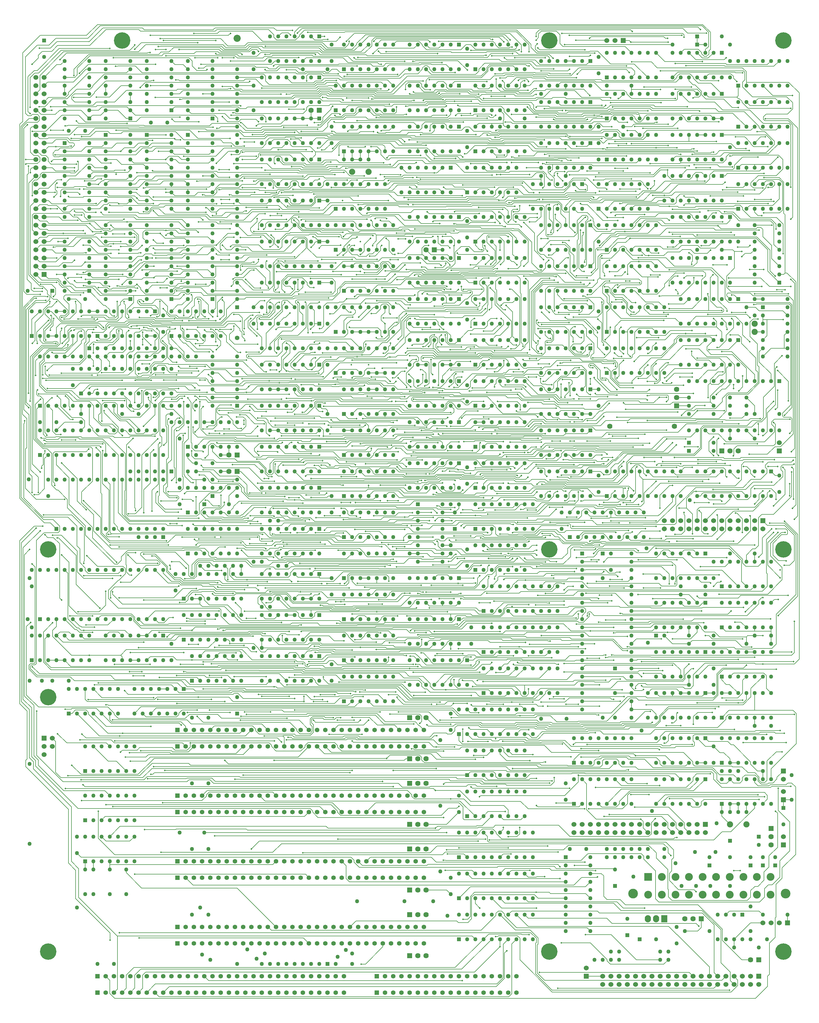
<source format=gtl>
G04*
G04  File:            MAINBOARD-V10.6.7.GTL, Thu Sep 18 15:51:47 2025*
G04  Source:          P-CAD 2006 PCB, Version 19.02.958, (D:\PCAD-2006\Projects\Pentagon-4096\Hardware\MainBoard-v10.6.7.PCB)*
G04  Format:          Gerber Format (RS-274-D), ASCII*
G04*
G04  Format Options:  Absolute Positioning*
G04                   Leading-Zero Suppression*
G04                   Scale Factor 1:1*
G04                   NO Circular Interpolation*
G04                   Inch Units*
G04                   Numeric Format: 4.4 (XXXX.XXXX)*
G04                   G54 NOT Used for Aperture Change*
G04                   Apertures Embedded*
G04*
G04  File Options:    Offset = (0.0mil,0.0mil)*
G04                   Drill Symbol Size = 80.0mil*
G04                   No Pad/Via Holes*
G04*
G04  File Contents:   Pads*
G04                   Vias*
G04                   No Designators*
G04                   No Types*
G04                   No Values*
G04                   No Drill Symbols*
G04                   Top*
G04*
%INMAINBOARD-V10.6.7.GTL*%
%ICAS*%
%MOIN*%
G04*
G04  Aperture MACROs for general use --- invoked via D-code assignment *
G04*
G04  General MACRO for flashed round with rotation and/or offset hole *
%AMROTOFFROUND*
1,1,$1,0.0000,0.0000*
1,0,$2,$3,$4*%
G04*
G04  General MACRO for flashed oval (obround) with rotation and/or offset hole *
%AMROTOFFOVAL*
21,1,$1,$2,0.0000,0.0000,$3*
1,1,$4,$5,$6*
1,1,$4,0-$5,0-$6*
1,0,$7,$8,$9*%
G04*
G04  General MACRO for flashed oval (obround) with rotation and no hole *
%AMROTOVALNOHOLE*
21,1,$1,$2,0.0000,0.0000,$3*
1,1,$4,$5,$6*
1,1,$4,0-$5,0-$6*%
G04*
G04  General MACRO for flashed rectangle with rotation and/or offset hole *
%AMROTOFFRECT*
21,1,$1,$2,0.0000,0.0000,$3*
1,0,$4,$5,$6*%
G04*
G04  General MACRO for flashed rectangle with rotation and no hole *
%AMROTRECTNOHOLE*
21,1,$1,$2,0.0000,0.0000,$3*%
G04*
G04  General MACRO for flashed rounded-rectangle *
%AMROUNDRECT*
21,1,$1,$2-$4,0.0000,0.0000,$3*
21,1,$1-$4,$2,0.0000,0.0000,$3*
1,1,$4,$5,$6*
1,1,$4,$7,$8*
1,1,$4,0-$5,0-$6*
1,1,$4,0-$7,0-$8*
1,0,$9,$10,$11*%
G04*
G04  General MACRO for flashed rounded-rectangle with rotation and no hole *
%AMROUNDRECTNOHOLE*
21,1,$1,$2-$4,0.0000,0.0000,$3*
21,1,$1-$4,$2,0.0000,0.0000,$3*
1,1,$4,$5,$6*
1,1,$4,$7,$8*
1,1,$4,0-$5,0-$6*
1,1,$4,0-$7,0-$8*%
G04*
G04  General MACRO for flashed regular polygon *
%AMREGPOLY*
5,1,$1,0.0000,0.0000,$2,$3+$4*
1,0,$5,$6,$7*%
G04*
G04  General MACRO for flashed regular polygon with no hole *
%AMREGPOLYNOHOLE*
5,1,$1,0.0000,0.0000,$2,$3+$4*%
G04*
G04  General MACRO for target *
%AMTARGET*
6,0,0,$1,$2,$3,4,$4,$5,$6*%
G04*
G04  General MACRO for mounting hole *
%AMMTHOLE*
1,1,$1,0,0*
1,0,$2,0,0*
$1=$1-$2*
$1=$1/2*
21,1,$2+$1,$3,0,0,$4*
21,1,$3,$2+$1,0,0,$4*%
G04*
G04*
G04  D10 : "Ellipse X8.0mil Y8.0mil H0.0mil 0.0deg (0.0mil,0.0mil) Draw"*
G04  Disc: OuterDia=0.0080*
%ADD10C, 0.0080*%
G04  D11 : "Ellipse X10.0mil Y10.0mil H0.0mil 0.0deg (0.0mil,0.0mil) Draw"*
G04  Disc: OuterDia=0.0100*
%ADD11C, 0.0100*%
G04  D12 : "Ellipse X15.0mil Y15.0mil H0.0mil 0.0deg (0.0mil,0.0mil) Draw"*
G04  Disc: OuterDia=0.0150*
%ADD12C, 0.0150*%
G04  D13 : "Ellipse X25.0mil Y25.0mil H0.0mil 0.0deg (0.0mil,0.0mil) Draw"*
G04  Disc: OuterDia=0.0250*
%ADD13C, 0.0250*%
G04  D14 : "Ellipse X30.0mil Y30.0mil H0.0mil 0.0deg (0.0mil,0.0mil) Draw"*
G04  Disc: OuterDia=0.0300*
%ADD14C, 0.0300*%
G04  D15 : "Ellipse X40.0mil Y40.0mil H0.0mil 0.0deg (0.0mil,0.0mil) Draw"*
G04  Disc: OuterDia=0.0400*
%ADD15C, 0.0400*%
G04  D16 : "Ellipse X5.0mil Y5.0mil H0.0mil 0.0deg (0.0mil,0.0mil) Draw"*
G04  Disc: OuterDia=0.0050*
%ADD16C, 0.0050*%
G04  D17 : "Ellipse X6.0mil Y6.0mil H0.0mil 0.0deg (0.0mil,0.0mil) Draw"*
G04  Disc: OuterDia=0.0060*
%ADD17C, 0.0060*%
G04  D18 : "Ellipse X9.8mil Y9.8mil H0.0mil 0.0deg (0.0mil,0.0mil) Draw"*
G04  Disc: OuterDia=0.0098*
%ADD18C, 0.0098*%
G04  D19 : "Ellipse X110.0mil Y110.0mil H0.0mil 0.0deg (0.0mil,0.0mil) Flash"*
G04  Disc: OuterDia=0.1100*
%ADD19C, 0.1100*%
G04  D20 : "Ellipse X200.0mil Y200.0mil H0.0mil 0.0deg (0.0mil,0.0mil) Flash"*
G04  Disc: OuterDia=0.2000*
%ADD20C, 0.2000*%
G04  D21 : "Ellipse X215.0mil Y215.0mil H0.0mil 0.0deg (0.0mil,0.0mil) Flash"*
G04  Disc: OuterDia=0.2150*
%ADD21C, 0.2150*%
G04  D22 : "Ellipse X50.0mil Y50.0mil H0.0mil 0.0deg (0.0mil,0.0mil) Flash"*
G04  Disc: OuterDia=0.0500*
%ADD22C, 0.0500*%
G04  D23 : "Ellipse X56.0mil Y56.0mil H0.0mil 0.0deg (0.0mil,0.0mil) Flash"*
G04  Disc: OuterDia=0.0560*
%ADD23C, 0.0560*%
G04  D24 : "Ellipse X60.0mil Y60.0mil H0.0mil 0.0deg (0.0mil,0.0mil) Flash"*
G04  Disc: OuterDia=0.0600*
%ADD24C, 0.0600*%
G04  D25 : "Ellipse X64.0mil Y64.0mil H0.0mil 0.0deg (0.0mil,0.0mil) Flash"*
G04  Disc: OuterDia=0.0640*
%ADD25C, 0.0640*%
G04  D26 : "Ellipse X65.0mil Y65.0mil H0.0mil 0.0deg (0.0mil,0.0mil) Flash"*
G04  Disc: OuterDia=0.0650*
%ADD26C, 0.0650*%
G04  D27 : "Ellipse X71.0mil Y71.0mil H0.0mil 0.0deg (0.0mil,0.0mil) Flash"*
G04  Disc: OuterDia=0.0710*
%ADD27C, 0.0710*%
G04  D28 : "Ellipse X75.0mil Y75.0mil H0.0mil 0.0deg (0.0mil,0.0mil) Flash"*
G04  Disc: OuterDia=0.0750*
%ADD28C, 0.0750*%
G04  D29 : "Ellipse X79.0mil Y79.0mil H0.0mil 0.0deg (0.0mil,0.0mil) Flash"*
G04  Disc: OuterDia=0.0790*
%ADD29C, 0.0790*%
G04  D30 : "Ellipse X90.0mil Y90.0mil H0.0mil 0.0deg (0.0mil,0.0mil) Flash"*
G04  Disc: OuterDia=0.0900*
%ADD30C, 0.0900*%
G04  D31 : "Ellipse X95.0mil Y95.0mil H0.0mil 0.0deg (0.0mil,0.0mil) Flash"*
G04  Disc: OuterDia=0.0950*
%ADD31C, 0.0950*%
G04  D32 : "Oval X75.0mil Y87.0mil H0.0mil 0.0deg (0.0mil,0.0mil) Flash"*
G04  Obround: DimX=0.0750, DimY=0.0870, Rotation=0.0, OffsetX=0.0000, OffsetY=0.0000, HoleDia=0.0000 *
%ADD32O, 0.0750 X0.0870*%
G04  D33 : "Oval X90.0mil Y102.0mil H0.0mil 0.0deg (0.0mil,0.0mil) Flash"*
G04  Obround: DimX=0.0900, DimY=0.1020, Rotation=0.0, OffsetX=0.0000, OffsetY=0.0000, HoleDia=0.0000 *
%ADD33O, 0.0900 X0.1020*%
G04  D34 : "Rectangle X110.0mil Y110.0mil H0.0mil 0.0deg (0.0mil,0.0mil) Flash"*
G04  Square: Side=0.1100, Rotation=0.0, OffsetX=0.0000, OffsetY=0.0000, HoleDia=0.0000*
%ADD34R, 0.1100 X0.1100*%
G04  D35 : "Rectangle X50.0mil Y50.0mil H0.0mil 0.0deg (0.0mil,0.0mil) Flash"*
G04  Square: Side=0.0500, Rotation=0.0, OffsetX=0.0000, OffsetY=0.0000, HoleDia=0.0000*
%ADD35R, 0.0500 X0.0500*%
G04  D36 : "Rectangle X56.0mil Y56.0mil H0.0mil 0.0deg (0.0mil,0.0mil) Flash"*
G04  Square: Side=0.0560, Rotation=0.0, OffsetX=0.0000, OffsetY=0.0000, HoleDia=0.0000*
%ADD36R, 0.0560 X0.0560*%
G04  D37 : "Rectangle X60.0mil Y60.0mil H0.0mil 0.0deg (0.0mil,0.0mil) Flash"*
G04  Square: Side=0.0600, Rotation=0.0, OffsetX=0.0000, OffsetY=0.0000, HoleDia=0.0000*
%ADD37R, 0.0600 X0.0600*%
G04  D38 : "Rectangle X64.0mil Y64.0mil H0.0mil 0.0deg (0.0mil,0.0mil) Flash"*
G04  Square: Side=0.0640, Rotation=0.0, OffsetX=0.0000, OffsetY=0.0000, HoleDia=0.0000*
%ADD38R, 0.0640 X0.0640*%
G04  D39 : "Rectangle X65.0mil Y65.0mil H0.0mil 0.0deg (0.0mil,0.0mil) Flash"*
G04  Square: Side=0.0650, Rotation=0.0, OffsetX=0.0000, OffsetY=0.0000, HoleDia=0.0000*
%ADD39R, 0.0650 X0.0650*%
G04  D40 : "Rectangle X71.0mil Y71.0mil H0.0mil 0.0deg (0.0mil,0.0mil) Flash"*
G04  Square: Side=0.0710, Rotation=0.0, OffsetX=0.0000, OffsetY=0.0000, HoleDia=0.0000*
%ADD40R, 0.0710 X0.0710*%
G04  D41 : "Rectangle X75.0mil Y75.0mil H0.0mil 0.0deg (0.0mil,0.0mil) Flash"*
G04  Square: Side=0.0750, Rotation=0.0, OffsetX=0.0000, OffsetY=0.0000, HoleDia=0.0000*
%ADD41R, 0.0750 X0.0750*%
G04  D42 : "Rectangle X75.0mil Y87.0mil H0.0mil 0.0deg (0.0mil,0.0mil) Flash"*
G04  Rectangular: DimX=0.0750, DimY=0.0870, Rotation=0.0, OffsetX=0.0000, OffsetY=0.0000, HoleDia=0.0000 *
%ADD42R, 0.0750 X0.0870*%
G04  D43 : "Rectangle X79.0mil Y79.0mil H0.0mil 0.0deg (0.0mil,0.0mil) Flash"*
G04  Square: Side=0.0790, Rotation=0.0, OffsetX=0.0000, OffsetY=0.0000, HoleDia=0.0000*
%ADD43R, 0.0790 X0.0790*%
G04  D44 : "Rectangle X90.0mil Y102.0mil H0.0mil 0.0deg (0.0mil,0.0mil) Flash"*
G04  Rectangular: DimX=0.0900, DimY=0.1020, Rotation=0.0, OffsetX=0.0000, OffsetY=0.0000, HoleDia=0.0000 *
%ADD44R, 0.0900 X0.1020*%
G04  D45 : "Rectangle X95.0mil Y95.0mil H0.0mil 0.0deg (0.0mil,0.0mil) Flash"*
G04  Square: Side=0.0950, Rotation=0.0, OffsetX=0.0000, OffsetY=0.0000, HoleDia=0.0000*
%ADD45R, 0.0950 X0.0950*%
G04  D46 : "Ellipse X102.0mil Y102.0mil H0.0mil 0.0deg (0.0mil,0.0mil) Flash"*
G04  Disc: OuterDia=0.1020*
%ADD46C, 0.1020*%
G04  D47 : "Ellipse X118.0mil Y118.0mil H0.0mil 0.0deg (0.0mil,0.0mil) Flash"*
G04  Disc: OuterDia=0.1180*
%ADD47C, 0.1180*%
G04  D48 : "Ellipse X133.0mil Y133.0mil H0.0mil 0.0deg (0.0mil,0.0mil) Flash"*
G04  Disc: OuterDia=0.1330*
%ADD48C, 0.1330*%
G04  D49 : "Ellipse X20.0mil Y20.0mil H0.0mil 0.0deg (0.0mil,0.0mil) Flash"*
G04  Disc: OuterDia=0.0200*
%ADD49C, 0.0200*%
G04  D50 : "Ellipse X35.0mil Y35.0mil H0.0mil 0.0deg (0.0mil,0.0mil) Flash"*
G04  Disc: OuterDia=0.0350*
%ADD50C, 0.0350*%
G04  D51 : "Ellipse X55.0mil Y55.0mil H0.0mil 0.0deg (0.0mil,0.0mil) Flash"*
G04  Disc: OuterDia=0.0550*
%ADD51C, 0.0550*%
G04  D52 : "Ellipse X70.0mil Y70.0mil H0.0mil 0.0deg (0.0mil,0.0mil) Flash"*
G04  Disc: OuterDia=0.0700*
%ADD52C, 0.0700*%
G04  D53 : "Ellipse X87.0mil Y87.0mil H0.0mil 0.0deg (0.0mil,0.0mil) Flash"*
G04  Disc: OuterDia=0.0870*
%ADD53C, 0.0870*%
G04*
%FSLAX44Y44*%
%SFA1B1*%
%OFA0.0000B0.0000*%
G04*
G70*
G90*
G01*
D2*
%LNTop*%
D10*
X101440Y129960*
X101280Y129800D1*
Y129040*
X101720Y136000D2*
X100760Y136960D1*
X100560Y136680D2*
X101440Y135800D1*
X101680Y141400D2*
X101880Y141600D1*
X101360Y146080D2*
X101880Y146600D1*
X101760Y155480D2*
X101120Y154840D1*
X101400Y167880D2*
X101240Y167720D1*
X101160Y170920D2*
X101040Y170800D1*
X101880Y172880D2*
X101360Y173400D1*
X100880Y171960D2*
X101400Y171440D1*
X101640Y172760D2*
X101200Y173200D1*
X101040Y172520D2*
X101680Y171880D1*
X101800Y173800D2*
X101840Y173840D1*
X101800Y173560D2*
Y173800D1*
X101400Y186560D2*
X101040Y186920D1*
X101600Y201280D2*
X101440Y201120D1*
X101600Y202200D2*
Y201280D1*
X101840Y201400D2*
Y201800D1*
X101320Y202480D2*
X101280Y202440D1*
X101680Y208000D2*
X100720Y207040D1*
X101240Y208640D2*
X101560Y208320D1*
X101920*
X101800Y208600D2*
X101560Y208840D1*
X100920Y207640D2*
X100560Y207280D1*
X102280Y130360D2*
X102800Y129840D1*
Y129200*
X102480Y129760D2*
Y129080D1*
X104500Y132500D2*
X104920Y132080D1*
X102320Y141600D2*
X102400Y141680D1*
X103600Y141840D2*
X104360Y141080D1*
X102585Y141600D2*
X102425Y141440D1*
X103440Y145440D2*
X104560Y146560D1*
X104000Y145000D2*
X103600Y144600D1*
X104560Y144880D2*
Y145640D1*
X102040Y153720D2*
X102400Y153360D1*
X103360Y158320D2*
X102320D1*
X103560Y158720D2*
X104280D1*
X103520Y157520D2*
X102585Y156585D1*
X103940Y156940D2*
X104660D1*
X103600Y157280D2*
X103940Y156940D1*
X103440Y159120D2*
X104600D1*
X102800Y162440D2*
Y164280D1*
X102040Y164400D2*
Y162440D1*
X102840Y162160D2*
X103560Y162880D1*
X102320Y162160D2*
X102840D1*
X104800Y163520D2*
Y163280D1*
X104600Y163720D2*
X104800Y163520D1*
X103560Y166560D2*
X104000Y167000D1*
X104800Y167400D2*
X104600Y167200D1*
X103400Y165840D2*
Y167040D1*
X103200Y165640D2*
X103400Y165840D1*
X103200Y165400D2*
Y165640D1*
X103880Y167760D2*
X104440Y167200D1*
X103400Y167760D2*
X103880D1*
X103600Y167240D2*
Y167480D1*
X103400Y167040D2*
X103600Y167240D1*
X102600Y169040D2*
X103520Y168120D1*
X103160Y169080D2*
X103200Y169040D1*
X103840Y169480D2*
Y169400D1*
Y169480D2*
X103600Y169720D1*
Y168800D2*
X103520D1*
X103800Y168600D2*
X103600Y168800D1*
X103640Y169040D2*
X103800Y168880D1*
X103200Y169040D2*
X103640D1*
X104880Y169160D2*
X103760D1*
X103400Y169520*
X103000Y173000D2*
X102600Y172600D1*
X104000Y173000D2*
X104560Y172440D1*
X103080Y173800D2*
X102440Y173160D1*
X103840Y174840D2*
X103120Y175560D1*
X103000Y174200D2*
X102760D1*
X102600Y174360*
X102960Y175440D2*
X103760Y174640D1*
X104040Y176480D2*
X103640Y176880D1*
X102600Y174360D2*
Y174800D1*
X102720Y174920*
X103000Y179000D2*
X102480Y178480D1*
X103560Y179120D2*
X104160Y179720D1*
X103560Y178440D2*
Y179120D1*
X103120Y178000D2*
X103560Y178440D1*
X103400Y178640D2*
X102960Y178200D1*
X103400Y179200D2*
Y178640D1*
X104080Y179880D2*
X103400Y179200D1*
X104600Y179400D2*
X104480Y179480D1*
X103360Y177920D2*
X103680Y178240D1*
X104600Y178000D2*
X103880Y177280D1*
X103600Y181160D2*
X103760Y181000D1*
X103600Y182120D2*
Y181160D1*
X102600Y180920D2*
Y181960D1*
X102680Y180840D2*
X102600Y180920D1*
X102680Y180600D2*
Y180840D1*
X104680D2*
X104600Y180760D1*
X104280Y182440D2*
X104600Y182760D1*
X104280Y182200D2*
Y182440D1*
X102400Y180950D2*
X102080Y180600D1*
X103720Y181000D2*
X103760D1*
X103360Y180600D2*
X103000Y180960D1*
Y181500*
X103600Y180760D2*
X103440Y180920D1*
X104600Y180760D2*
X103600D1*
X103440Y180920D2*
Y182320D1*
X102520Y185840D2*
X103720D1*
X103400Y184120D2*
X102400Y183120D1*
X103400Y184680D2*
Y184120D1*
X104080Y185360D2*
X103400Y184680D1*
X104120Y185360D2*
X104080D1*
X104200Y185440D2*
X104120Y185360D1*
X104200Y185680D2*
Y185440D1*
X102540Y184040D2*
X102520D1*
X103000Y184500D2*
X102540Y184040D1*
X102480Y185560D2*
X103760D1*
X104380Y184500D2*
X104000D1*
Y185040D2*
X104400D1*
X103600Y184640D2*
X104000Y185040D1*
X103600Y184160D2*
Y184640D1*
X104280Y183480D2*
X103600Y184160D1*
X104280Y183160D2*
Y183480D1*
X104680Y183400D2*
Y183640D1*
X104600Y183320D2*
X104680Y183400D1*
X104360Y184000D2*
X104440Y183920D1*
X104400Y187800D2*
X104920Y187280D1*
X103080Y187800D2*
X104400D1*
X102320Y187280D2*
X103320D1*
X102320Y186080D2*
X102560D1*
X103680Y186320D2*
X102320D1*
X103720Y186280D2*
X103680Y186320D1*
X103960Y186280D2*
X103720D1*
X103360Y187560D2*
X103000D1*
X103920Y187000D2*
X103360Y187560D1*
X103920Y186640D2*
Y187000D1*
X104200Y186360D2*
X103920Y186640D1*
X102200Y186920D2*
X103280D1*
X104920Y187280D2*
Y186560D1*
X104640Y186280*
X104360Y186860D2*
X104500Y187000D1*
X104360Y186240D2*
Y186860D1*
X102940Y189560D2*
X102500Y190000D1*
X102980Y190520D2*
X102500Y191000D1*
X104200Y193000D2*
X103500D1*
X104600Y193400D2*
X104200Y193000D1*
X103020Y193520D2*
X102500Y193000D1*
X103840Y193520D2*
X103020D1*
X104080Y193760D2*
X103840Y193520D1*
X102080Y194420D2*
X102500Y194000D1*
X103880Y194480D2*
X103020D1*
X104040Y194320D2*
X103880Y194480D1*
X104640Y192320D2*
X104880D1*
X104320Y197000D2*
X103500D1*
X102280Y196440D2*
X102080Y196240D1*
X103020Y195480D2*
X102500Y196000D1*
X103840Y195480D2*
X103020D1*
X104120Y195200D2*
X103840Y195480D1*
X102500Y197000D2*
X102980Y197480D1*
X103920*
X104000Y197400*
X103500Y199000D2*
X104840D1*
X102640Y200480D2*
X103040Y200880D1*
X102360Y200480D2*
X102640D1*
X102080Y200200D2*
X102360Y200480D1*
X102080Y198600D2*
Y200200D1*
X104880Y199320D2*
Y199920D1*
X102980Y199480D2*
X102500Y199000D1*
X104040Y199480D2*
X102980D1*
X104400Y202760D2*
X104640Y203000D1*
X104520Y202000D2*
X103500D1*
X104920Y201600D2*
X104520Y202000D1*
X103040Y201160D2*
X103320Y201440D1*
X102040Y202000D2*
X102500D1*
X104600Y203480D2*
Y203800D1*
X104760Y203320D2*
X104600Y203480D1*
X104360Y202440D2*
X104020Y202780D1*
Y203180*
X103720Y203480*
X103200*
X102760D2*
X103000Y203240D1*
Y202800*
X102680Y202480*
X102240Y203480D2*
X102760D1*
X102980Y205520D2*
X102500Y206000D1*
X103920Y205520D2*
X102980D1*
X104040Y205640D2*
X103920Y205520D1*
X102080Y206440D2*
X103720D1*
X104520Y205000D2*
X103500D1*
X103600Y209440D2*
X102920D1*
X104440Y209000D2*
X103500D1*
X102080Y208480D2*
X102720D1*
X102960Y208240*
Y207760D2*
X102720Y207520D1*
X102960Y208240D2*
Y207760D1*
X102640Y209000D2*
X102500D1*
X103160Y208480D2*
X102640Y209000D1*
X104880Y208480D2*
X103160D1*
X103940Y212440D2*
X103500Y212000D1*
X103000Y211500D2*
X102500Y211000D1*
X102040Y214600D2*
X102800Y215360D1*
X102320Y213840D2*
X102680D1*
X102380Y213540D2*
X102840D1*
X102800Y215360D2*
Y215680D1*
X103280Y216160D2*
X104440D1*
X104280Y216560D2*
X102960D1*
X104120Y216920D2*
X102680D1*
X106900Y135500D2*
X106500D1*
X107320Y135920D2*
X106900Y135500D1*
X106840Y136040D2*
X106080D1*
X106920Y136120D2*
X106840Y136040D1*
X107200Y139480D2*
X106720Y139960D1*
X106000Y142000D2*
X106760Y141240D1*
X106560Y145440D2*
X107000Y145000D1*
X105440Y145440D2*
X106560D1*
X107480Y145720D2*
X107800Y145400D1*
X107280Y145720D2*
X107480D1*
X106560Y144440D2*
X106000Y145000D1*
X107720Y145920D2*
X107520D1*
X107560Y147640D2*
X106560Y148640D1*
X105400Y149560D2*
X105640Y149320D1*
X106560Y153920D2*
X105640Y154840D1*
X107880Y155560D2*
Y153880D1*
X107520Y155920D2*
X107880Y155560D1*
X105400Y157720D2*
X105200Y157520D1*
X105400Y158320D2*
Y157720D1*
X105120Y156880D2*
X105280D1*
X106360Y161560D2*
Y160560D1*
X105040Y162720D2*
X105200D1*
X105640Y168840D2*
X107360D1*
X107680Y169080D2*
X107840Y168920D1*
X105400Y169080D2*
X107680D1*
X105200Y168880D2*
X105400Y169080D1*
X106560Y172920D2*
X106640Y172840D1*
X106560Y173760D2*
Y172920D1*
X106880Y171560D2*
X105560Y172880D1*
X106880Y173720D2*
Y173760D1*
X107080Y173520D2*
X106880Y173720D1*
X106680Y171320D2*
X107000D1*
X106640Y172840D2*
Y172520D1*
X105560Y172880D2*
Y173760D1*
X107200Y175080D2*
X107880Y175760D1*
X106440Y179000D2*
X106000D1*
X106200Y179840D2*
X106280D1*
X106080Y179720D2*
X106200Y179840D1*
X105640Y182200D2*
Y182440D1*
X105480Y182040D2*
X105640Y182200D1*
X105480Y180560D2*
Y182040D1*
X105120Y180200D2*
X105480Y180560D1*
X107560Y180880D2*
Y181800D1*
X107000Y180560D2*
Y181500D1*
X106000Y182480D2*
Y181500D1*
X106400Y181280D2*
X105720Y180600D1*
X105200Y180680D2*
X105040Y180840D1*
X105200Y180520D2*
Y180680D1*
X105040Y180360D2*
X105200Y180520D1*
X106240Y180040D2*
X106040D1*
X106400Y180200D2*
X106240Y180040D1*
X106400Y180440D2*
Y180200D1*
X106120Y180440D2*
X105720Y180040D1*
X106120Y180480D2*
Y180440D1*
X106560Y180920D2*
X106120Y180480D1*
X106560Y181920D2*
Y180920D1*
X106800Y182160D2*
X106560Y181920D1*
X106400Y182120D2*
Y181280D1*
X106840Y182560D2*
X106400Y182120D1*
X107560Y181800D2*
X107840Y182080D1*
X106320Y182800D2*
X106000Y182480D1*
X107160Y182200D2*
X107320Y182360D1*
X106560Y184200D2*
Y185360D1*
X106160Y183800D2*
X106560Y184200D1*
X105680Y183800D2*
X106160D1*
X105640Y183760D2*
X105680Y183800D1*
X107360Y185440D2*
Y185680D1*
X107400Y185400D2*
X107360Y185440D1*
X107400Y184360D2*
Y185400D1*
X106600Y183560D2*
X107400Y184360D1*
X105960Y183560D2*
X106600D1*
X105080Y183720D2*
Y183800D1*
X105640Y183160D2*
X105080Y183720D1*
X106400Y184320D2*
Y184640D1*
X106080Y184000D2*
X106400Y184320D1*
X105560Y184000D2*
X106080D1*
X105400Y183840D2*
X105560Y184000D1*
X105400Y183640D2*
Y183840D1*
X105720Y183320D2*
X105400Y183640D1*
X105920Y186280D2*
X106120Y186480D1*
X105560Y188120D2*
X105200Y188480D1*
X105560Y187880D2*
Y188120D1*
X105880Y187560D2*
X105560Y187880D1*
X106720Y187560D2*
X105880D1*
X107280Y187000D2*
X106720Y187560D1*
X105360Y188080D2*
X105160Y188280D1*
X105360Y187800D2*
Y188080D1*
X105760Y187400D2*
X105360Y187800D1*
X106200Y187400D2*
X105760D1*
X106840Y186760D2*
X106200Y187400D1*
X107440Y188000D2*
X107200Y188240D1*
X106520Y188640D2*
X106400Y188520D1*
X106720Y187840D2*
X106960D1*
X107400Y187400*
X106000Y188560D2*
X106720Y187840D1*
X105800Y190440D2*
X105360Y190000D1*
X106920Y190440D2*
X105800D1*
X107200Y190720D2*
X106920Y190440D1*
X107760Y189040D2*
X107520D1*
X105200Y193000D2*
X106000D1*
X106440Y192560D2*
X107440Y193560D1*
X105760Y195600D2*
X105360Y196000D1*
X107600Y195600D2*
X105760D1*
X106400Y197400D2*
X106000Y197000D1*
X107040Y196000D2*
X106600Y196440D1*
X107560Y196000D2*
X107040D1*
X105040Y197400D2*
X105840Y196600D1*
X106640*
X107360Y196560D2*
X107200Y196720D1*
X106640Y196600D2*
X107000Y196960D1*
X105760Y199400D2*
X105560Y199200D1*
X107840Y199400D2*
X105760D1*
X106625Y200625D2*
X106000Y200000D1*
X105080Y198800D2*
Y199120D1*
X107120Y199600D2*
X107200Y199680D1*
X105120Y199600D2*
X107120D1*
X107600Y199000D2*
X107840Y198760D1*
X107600Y199000D2*
X106000D1*
X105600Y200520D2*
X105080D1*
X105560Y198520D2*
X105520Y198480D1*
X105560Y199200D2*
Y198520D1*
X106560Y198400D2*
X106480Y198480D1*
X107200Y202000D2*
X106000D1*
X107680Y202680D2*
X107600Y202760D1*
X107680Y201760D2*
Y202680D1*
X107280Y201360D2*
X107680Y201760D1*
X106760Y201360D2*
X107280D1*
X106680Y201440D2*
X106760Y201360D1*
X105440Y203400D2*
X105360Y203320D1*
X106720Y205320D2*
X106400Y205640D1*
X107800Y205320D2*
X106720D1*
X107880Y205400D2*
X107800Y205320D1*
X106560Y204640D2*
X106800D1*
X106480Y204560D2*
X106560Y204640D1*
X106400Y205280D2*
X106240Y205440D1*
X106400Y205240D2*
Y205280D1*
X106600Y205040D2*
X106400Y205240D1*
X107040Y205040D2*
X106600D1*
X107200Y204880D2*
X107040Y205040D1*
X107200Y204720D2*
Y204880D1*
X106880Y204400D2*
X107200Y204720D1*
X105480Y204400D2*
X106880D1*
X105200Y204120D2*
X105480Y204400D1*
X107720Y207400D2*
X107440Y207680D1*
X105680Y208400D2*
X107720D1*
X106320Y207080D2*
X106080D1*
X106400Y207160D2*
X106320Y207080D1*
X106000Y209000D2*
X105400D1*
X107480Y211560D2*
X106320Y210400D1*
X106000Y211000D2*
Y212000D1*
X106880Y210680D2*
X107200Y211000D1*
X106880Y210360D2*
Y210680D1*
X106480Y210920D2*
X106120Y210560D1*
X106480Y211160D2*
Y210920D1*
X107080Y211760D2*
X106480Y211160D1*
X107120Y211760D2*
X107080D1*
X107160Y213240D2*
Y214000D1*
X107560Y213320D2*
Y214120D1*
X105560Y214560D2*
X106000Y215000D1*
X105060Y214560D2*
X105560D1*
X108480Y126600D2*
X108240Y126840D1*
X108600Y132520D2*
X108120Y133000D1*
X108920Y135640D2*
X108640Y135920D1*
X108920Y135440D2*
Y135640D1*
X108500Y137240D2*
X108780Y136960D1*
X110500Y135500D2*
X109880Y136120D1*
X108080Y146040D2*
X109640D1*
X108520Y152920D2*
X108880Y152560D1*
X108720Y154720D2*
X110000Y153440D1*
X108360Y154040D2*
X108400Y154080D1*
X108360Y153800D2*
Y154040D1*
X109400Y156880D2*
Y158160D1*
X108560Y158360D2*
Y157240D1*
X108320Y161440D2*
X110400Y159360D1*
X108080Y161200D2*
X109560Y159720D1*
X110400Y162400D2*
X110560Y162240D1*
X109400Y163800D2*
X108080Y162480D1*
X110600Y167120D2*
X110640Y167160D1*
X109840Y167880D2*
X110400Y167320D1*
X108640Y167400D2*
X108960Y167720D1*
X110640Y167160D2*
Y167520D1*
X109440Y170000D2*
X110160Y169280D1*
X109440Y170240D2*
Y170000D1*
X109000Y170680D2*
X109440Y170240D1*
X108440Y171160D2*
X108040Y171560D1*
X109560Y173000D2*
X109040Y173520D1*
X109560Y171520D2*
Y173000D1*
X110560Y173120D2*
X110840Y173400D1*
X110560Y171120D2*
Y173120D1*
X110800Y172160D2*
Y172400D1*
X110160Y171880D2*
Y171160D1*
X110400Y172120D2*
X110160Y171880D1*
X110400Y173160D2*
Y172120D1*
X109880Y173680D2*
X110400Y173160D1*
X109760Y175000D2*
X110000D1*
X109560Y174800D2*
X109760Y175000D1*
X109560Y174660D2*
Y174800D1*
X109400Y174500D2*
X109560Y174660D1*
X109000Y174500D2*
X109400D1*
X109280Y175360D2*
X109000Y175080D1*
Y179000D2*
X109520Y178480D1*
Y177840*
X110000Y179000D2*
X110480Y178520D1*
Y177360*
X108400Y181240D2*
X108040Y180880D1*
Y180600*
X109000Y180840D2*
X108600Y180440D1*
X109000Y181500D2*
Y180840D1*
X108600Y182000D2*
X108880Y182280D1*
X108600Y180800D2*
Y182000D1*
X108880Y182280D2*
X109560D1*
X108400Y180600D2*
X108600Y180800D1*
X108160Y182360D2*
X108400Y182120D1*
Y181240*
X110720Y181920D2*
X109400D1*
X110840Y182280D2*
X110600D1*
X110080Y182800*
X109560Y180480D2*
Y180440D1*
X109520Y180400*
X109000Y180320D2*
X109440Y180760D1*
X109720D2*
X109800Y180680D1*
X109440Y180760D2*
X109720D1*
X109960Y180960D2*
X110040Y180880D1*
X110000Y181500D2*
Y181440D1*
X110360Y181080*
X110000Y184500D2*
X109000D1*
X110000Y183560D2*
X109760Y183320D1*
X108200Y184040D2*
X108040Y183880D1*
X110200Y183280D2*
X110080Y183160D1*
X110800Y183800D2*
X109360D1*
X110320Y188000D2*
X110720Y187600D1*
X109000Y188000D2*
X110320D1*
X109400Y187400D2*
X110360Y186440D1*
X108560Y187640D2*
X108320D1*
X108640Y187560D2*
X108560Y187640D1*
X109680Y187560D2*
X108640D1*
X109880Y187360D2*
X109680Y187560D1*
X109880Y187320D2*
Y187360D1*
X110600Y186600D2*
X109880Y187320D1*
X108360Y191640D2*
X108320Y191600D1*
X108600Y191640D2*
X108360D1*
X108520Y189240D2*
X108680Y189400D1*
X108280Y189240D2*
X108520D1*
X108040Y190000D2*
X108520Y190480D1*
X109880Y193560D2*
X110840Y192600D1*
X109080Y192560D2*
X108280D1*
X110600Y194480D2*
X110705Y194375D1*
X109800Y194480D2*
X110600D1*
X109240Y193400D2*
X110200Y192440D1*
X108080Y193400D2*
X109240D1*
X110400Y194200D2*
X110440Y194240D1*
X109400Y194200D2*
X110400D1*
X110700Y194640D2*
X110440D1*
X110780Y194560D2*
X110700Y194640D1*
X109800Y194000D2*
X109560Y193760D1*
X110760Y196240D2*
X110440Y196560D1*
X109600Y197640D2*
X109840D1*
X109560Y197600D2*
X109600Y197640D1*
X109000Y197000D2*
X110280D1*
X109640Y195440D2*
X108120D1*
X108600Y196560D2*
X109800D1*
X108200Y196960D2*
X108600Y196560D1*
X110280Y197000D2*
X110800Y197520D1*
X108420Y196340D2*
X108200Y196560D1*
X108420Y196020D2*
Y196340D1*
X108840Y195600D2*
X108420Y196020D1*
X109840Y200000D2*
X109000D1*
X109880Y199960D2*
X109840Y200000D1*
X110120Y199960D2*
X109880D1*
X110720Y200400D2*
X110880Y200560D1*
X110560Y200400D2*
X110720D1*
X110120Y199960D2*
X110560Y200400D1*
X109760D2*
X108440D1*
X110000Y200640D2*
X109760Y200400D1*
X108640Y199680D2*
X108720Y199600D1*
X110480Y200640D2*
X110000D1*
X108360Y198480D2*
X108280Y198400D1*
X109400Y201600D2*
X109000Y202000D1*
X109240Y202440D2*
X108800D1*
X109680Y202000D2*
X109240Y202440D1*
X110480Y202560D2*
X109640Y203400D1*
X109160Y205800D2*
X109800Y206440D1*
X108080Y205800D2*
X109160D1*
X110560Y204560D2*
X108600D1*
X108960Y206040D2*
X109720Y206800D1*
X110160Y209000D2*
X109000D1*
X110560Y209400D2*
X110160Y209000D1*
X109400Y208400D2*
X110400D1*
X109000Y208000D2*
X109400Y208400D1*
X109840Y209440D2*
X109960Y209560D1*
X109640Y211080D2*
X109120Y210560D1*
X109640Y211200D2*
Y211080D1*
X109440Y211880D2*
X109120Y211560D1*
X109440Y212000D2*
Y211880D1*
X108200Y213600D2*
Y213560D1*
X108600Y214000D2*
X108200Y213600D1*
X109000Y214000D2*
X108600D1*
X108980Y217340D2*
X108960Y217360D1*
X112440Y101940D2*
X112000Y101500D1*
X112120Y100800D2*
X111520Y101400D1*
X112440Y108400D2*
Y108360D1*
X113500Y116500D2*
Y116120D1*
X111500Y117080D2*
Y117500D1*
X112760Y121760D2*
X111500Y120500D1*
X112320Y129680D2*
X111320D1*
X111080Y131920D2*
X111500Y131500D1*
X113068Y131040D2*
X113056Y131027D1*
X112800Y130800*
X113080Y133080D2*
X111280D1*
X111760Y134480D2*
X111500Y134740D1*
X111280Y136560D2*
X111040D1*
X111360Y136480D2*
X111280Y136560D1*
X112040Y135400D2*
Y135520D1*
X111280Y136280*
X111600Y140160D2*
X112120Y139640D1*
X113000Y142440D2*
Y142000D1*
X112840Y142600D2*
X113000Y142440D1*
X113520Y143280D2*
X112840Y142600D1*
X112560Y145440D2*
X113000Y145000D1*
X111440Y145440D2*
X112560D1*
X111360Y149520D2*
X112560Y148320D1*
Y151720D2*
X111360Y150520D1*
X112600Y151720D2*
X112560D1*
X113400Y152520D2*
X112600Y151720D1*
X112120Y150920D2*
X111600Y150400D1*
X113560Y152720D2*
X113920Y152360D1*
X113120Y153440D2*
X113400Y153160D1*
X113480Y153640D2*
X113560Y153560D1*
X113480Y154920D2*
Y153640D1*
X113640Y155080D2*
X113480Y154920D1*
X112920Y154600D2*
X113680Y155360D1*
X112920Y154160D2*
Y154600D1*
X112440Y153680D2*
X112920Y154160D1*
X112120Y153680D2*
X112440D1*
Y157960D2*
X112840Y157560D1*
X112440Y158240D2*
Y157960D1*
X112000Y158680D2*
X112440Y158240D1*
X111080Y157400D2*
X111400Y157720D1*
X111080Y157200D2*
Y157400D1*
X111240Y157040D2*
X111080Y157200D1*
X112640Y157040D2*
X111240D1*
X111640Y157320D2*
X111320D1*
X111720Y157400D2*
X111640Y157320D1*
X111720Y157400D2*
X111560Y157560D1*
X113520Y161480D2*
X113560Y161520D1*
X113520Y159760D2*
Y161480D1*
X113720Y159560D2*
X113520Y159760D1*
X113360Y162640D2*
X113400Y162680D1*
X112000Y170000D2*
X111440Y170560D1*
X113400Y170000D2*
X113000D1*
X111800Y170760D2*
X112400Y170160D1*
X111920Y169280D2*
X112080Y169120D1*
X113880*
X112560Y169840D2*
Y170400D1*
X113040Y169360D2*
X112560Y169840D1*
X112400Y170160D2*
Y169800D1*
X112160Y169560D2*
X111440D1*
X112400Y169800D2*
X112160Y169560D1*
X112440Y172000D2*
X112840Y171600D1*
X112440Y173120D2*
Y172000D1*
X112160Y173400D2*
X112440Y173120D1*
X113560Y173720D2*
X113400Y173880D1*
X113560Y172880D2*
Y173720D1*
X111560Y172440D2*
Y172360D1*
X112760Y171160*
X112000Y173000D2*
Y172160D1*
X112800Y171360*
X113880*
X112760Y171160D2*
X113520D1*
X113460Y174040D2*
X113000Y174500D1*
X113480Y174040D2*
X113460D1*
X112540Y175040D2*
X113400D1*
X112000Y174500D2*
X112540Y175040D1*
X113560Y179160D2*
Y177440D1*
X113160Y177040*
X111940Y179500D2*
X111960Y179480D1*
X113520Y179880D2*
X113120Y179480D1*
X111960*
X111480*
Y177840D2*
Y178360D1*
X113040Y181540D2*
X113000Y181500D1*
X111160Y182640D2*
Y182360D1*
X112400Y181800D2*
X112320Y181880D1*
X112400Y181240D2*
Y181800D1*
X113560Y182920D2*
X111440D1*
X111160Y182640*
X111600Y182720D2*
X113680D1*
X111400Y182520D2*
X111600Y182720D1*
X111540Y181940D2*
X112160Y182560D1*
X113800*
X112320Y182240D2*
X112440Y182360D1*
X112880*
X113040Y182200*
X112320Y181880D2*
Y182240D1*
X113040Y182200D2*
Y181540D1*
X112600Y181120D2*
Y182120D1*
X111440Y180440D2*
X111920D1*
X112600Y181120*
X111840Y180680D2*
X112400Y181240D1*
X112000Y181320D2*
Y181500D1*
X111560Y180880D2*
X112000Y181320D1*
X111540Y181340D2*
Y181940D1*
X111280Y181080D2*
X111540Y181340D1*
X113800Y182160D2*
X113520Y181880D1*
X113600Y184200D2*
Y184760D1*
X113800Y184000D2*
X113600Y184200D1*
X113800Y183760D2*
Y184000D1*
X113240Y185440D2*
Y185680D1*
X113400Y185280D2*
X113240Y185440D1*
X113400Y183840D2*
Y185280D1*
X112800Y185600D2*
Y185320D1*
X112560Y185080*
X113720Y183520D2*
X113400Y183840D1*
X112400Y185680D2*
Y183920D1*
X112160Y183680*
X111400*
X111040Y184040*
X111840Y183920D2*
X112040D1*
X113000Y184500D2*
Y183840D1*
X112440Y183280*
X112560Y183720D2*
X112320Y183480D1*
X112560Y185080D2*
Y183720D1*
X112320Y183480D2*
X111120D1*
X111500Y184260D2*
X111840Y183920D1*
X111500Y184700D2*
Y184260D1*
X113520Y183320D2*
X113320Y183120D1*
X111320*
X113680Y188600D2*
X113520Y188760D1*
X111480*
X111320Y188600*
X112640Y187600D2*
X112400D1*
X112720Y187520D2*
X112640Y187600D1*
X113400Y187520D2*
X112720D1*
X113440Y187560D2*
X113400Y187520D1*
X113640Y188400D2*
X113000Y187760D1*
X113600Y187400D2*
X113520Y187320D1*
X111840D2*
X111720Y187200D1*
X111400*
X113520Y187320D2*
X111840D1*
X111400Y187200D2*
X111200Y187400D1*
X111400Y187600D2*
X111480Y187520D1*
X111640Y191000D2*
X111240Y191400D1*
X111880Y193920D2*
X113320D1*
X111275Y194375D2*
X111400Y194250D1*
X111520Y194520D2*
X111480Y194560D1*
X111400Y194250D2*
X111690D1*
X111880Y194440*
X111320Y192600D2*
X111440Y192720D1*
X113520D2*
X113680Y192560D1*
X111440Y192720D2*
X111960D1*
X113520*
X113120Y197360D2*
X113160Y197400D1*
X113120Y195640D2*
X113080Y195600D1*
X112600Y197600D2*
X113600D1*
Y195400D2*
X111400D1*
X111600Y197360D2*
X111520Y197440D1*
X111600Y197360D2*
X113120D1*
X111200Y197520D2*
X111400Y197720D1*
X112480D2*
X112600Y197600D1*
X111400Y197720D2*
X112480D1*
X113240Y195720D2*
X113120Y195640D1*
X111280Y198400D2*
X111200Y198480D1*
X112120Y201680D2*
X112040Y201600D1*
X112360Y203000D2*
X112960Y202400D1*
X112280Y201200D2*
Y201440D1*
X113360Y201680D2*
X112120D1*
X112280Y201440D2*
X113720D1*
X112880Y206160D2*
X113120Y206400D1*
X111560Y206160D2*
X112880D1*
X111280Y206440D2*
X111560Y206160D1*
X112360Y205000D2*
X111760Y204400D1*
X113760Y206800D2*
X113840Y206720D1*
X113520Y208000D2*
X112520Y209000D1*
X111400Y207560D2*
X111465Y207625D1*
X111480Y210600D2*
X112880Y212000D1*
X112440Y214360D2*
X112480Y214400D1*
X112200Y214360D2*
X112440D1*
X115880Y104000D2*
X115520Y103640D1*
X114560D2*
Y102060D1*
X115280Y104360D2*
X114560Y103640D1*
X116760Y128080D2*
X116520D1*
X116080Y127840D2*
X115680Y127440D1*
X115520Y127680D2*
X116640Y128800D1*
X116440Y130200D2*
X115920Y129680D1*
X116200Y130480D2*
X115920Y130200D1*
X115160Y131360D2*
X114840Y131040D1*
X115920Y135080D2*
X115500Y135500D1*
X114500D2*
X115320Y136320D1*
X114360Y140080D2*
X115680D1*
X116440Y142440D2*
X116000Y142000D1*
Y145000D2*
X115000D1*
X116000D2*
X116640Y145640D1*
X114400Y146800D2*
X115320Y145880D1*
X115240Y146200D2*
X114560Y146880D1*
X114120Y147440D2*
X114400Y147160D1*
X114560Y147240D2*
X114160Y147640D1*
X115240Y155000D2*
X115400Y155160D1*
X115240Y154840D2*
Y155000D1*
X115880Y154200D2*
X115240Y154840D1*
X115560Y153160D2*
X115960Y153560D1*
X114600Y159840D2*
X115400Y160640D1*
X114640Y160480D2*
X114560Y160560D1*
X114640Y160240D2*
Y160480D1*
X115640Y162760D2*
X116440Y163560D1*
Y167240D2*
X116840Y167640D1*
X115600Y169600D2*
X116000Y170000D1*
X116680Y169520D2*
X116600Y169440D1*
X115000Y170240D2*
Y170000D1*
X114760Y169600D2*
X115600D1*
X114480Y170200D2*
Y169880D1*
X114760Y169600*
X116400Y173560D2*
X116200Y173760D1*
X116400Y172800D2*
Y173560D1*
X115200Y171600D2*
X116400Y172800D1*
X114400Y172320D2*
X114120D1*
X115120Y172560D2*
X115625Y173065D1*
X114440Y172560D2*
X115120D1*
X115000Y173000D2*
X115400Y173400D1*
X116380Y174500D2*
X116000D1*
X116560Y174320D2*
X116380Y174500D1*
X115625Y174680D2*
X115905Y174960D1*
X114560Y174600D2*
X115120Y175160D1*
X116560Y176080D2*
X114600D1*
X114760Y176240D2*
X114680Y176320D1*
X114880Y176400D2*
X114800Y176480D1*
X114960Y176560D2*
X114600Y176920D1*
X115360Y176560D2*
X114960D1*
X115520Y176720D2*
X115360Y176560D1*
X116640Y176720D2*
X115520D1*
X116480Y176360D2*
X116360Y176240D1*
X114760*
X116320Y176520D2*
X116200Y176400D1*
X114880*
X115320Y176880D2*
X115000D1*
X114480Y179800D2*
X114240Y179560D1*
X116440Y179000D2*
X116000D1*
X116840Y179400D2*
X116440Y179000D1*
X116360Y179560D2*
X116320Y179520D1*
X114840D2*
X114480Y179160D1*
X116320Y179520D2*
X114840D1*
X115000Y178520D2*
X116520D1*
X114480Y178800D2*
X114400Y178720D1*
X114480Y179160D2*
Y178800D1*
X114400Y178720D2*
Y177360D1*
X114600Y178120D2*
X115000Y178520D1*
X115440Y178080D2*
X116360D1*
X116920Y178320D2*
X116400Y177800D1*
Y177320*
X116580Y177700D2*
Y177060D1*
X115520Y180440D2*
Y181080D1*
X114920Y182760D2*
X116280D1*
X116400Y182640*
X114800Y182720D2*
X114920Y182760D1*
X114200Y182720D2*
X114120Y182640D1*
X114800Y182720D2*
X114200D1*
X116040Y182520D2*
X115640D1*
X116200Y182360D2*
X116040Y182520D1*
X116720Y182360D2*
X116200D1*
X115960Y182120D2*
X115840Y182240D1*
X116600Y182120D2*
X115960D1*
X115520Y181960D2*
Y181400D1*
X116520Y180400*
X114640Y181960D2*
X114480Y181800D1*
X115840Y182240D2*
X115400D1*
X115120Y181960*
X114640*
X116540Y184960D2*
X114460D1*
X115360Y185440D2*
X115120Y185680D1*
X116640Y185440D2*
X115360D1*
Y185920D2*
X115600Y185680D1*
X115040Y185920D2*
X115360D1*
X114880Y185760D2*
X115040Y185920D1*
X114880Y185560D2*
Y185760D1*
X115200Y185240D2*
X114880Y185560D1*
X116840Y183200D2*
X116720Y183320D1*
Y183040D2*
X116600Y183160D1*
Y184080D2*
X116480Y183960D1*
X115160Y183720D2*
X115120Y183760D1*
X114800Y187800D2*
X114560Y187560D1*
X115280Y187160D2*
X115840Y186600D1*
X115280Y187320D2*
Y187160D1*
X114800Y187800D2*
X115280Y187320D1*
X115600Y188600D2*
X115400Y188400D1*
X116880Y188600D2*
X115600D1*
X114640Y187320D2*
X114560Y187400D1*
X114880Y187320D2*
X114640D1*
X116680Y187680D2*
X116000Y187000D1*
X114480Y188840D2*
X114240Y188600D1*
X115040Y191640D2*
X115280D1*
X114960Y191560D2*
X115040Y191640D1*
X116000Y191000D2*
X116680D1*
X116880Y190000D2*
X116000D1*
X114200Y190480D2*
X114920Y191200D1*
X114360Y190000D2*
X115120Y190760D1*
X115360*
X115440Y190400D2*
X115240D1*
X115600Y190560D2*
X115440Y190400D1*
X114240Y189400D2*
X115240Y190400D1*
X115520Y189560D2*
X115440Y189520D1*
X115840Y190400D2*
X114480Y189040D1*
X114920Y191200D2*
X115520D1*
X115800Y191480*
X116600D2*
X116760Y191320D1*
X115800Y191480D2*
X116600D1*
X115560Y193440D2*
X116000Y193000D1*
X115560Y194120D2*
Y193440D1*
X115840Y194400D2*
X115560Y194120D1*
X114360Y194440D2*
X115000Y193800D1*
X114800Y193680D2*
X114480Y194000D1*
X115000Y193800D2*
Y193040D1*
X114360Y192400*
X114800Y193160D2*
Y193680D1*
X114200Y192560D2*
X114800Y193160D1*
X114440Y196000D2*
X114760Y195680D1*
X115000Y195920D2*
X114680Y196240D1*
X115120Y196400D2*
X114960Y196560D1*
X116240Y196400D2*
X115120D1*
X116560Y196720D2*
X116240Y196400D1*
X116560Y196840D2*
Y196720D1*
X116720Y197000D2*
X116560Y196840D1*
X116520Y197600D2*
X114960D1*
X116560Y197640D2*
X116520Y197600D1*
X116800Y197640D2*
X116560D1*
X115840Y196640D2*
X115600D1*
X115880Y196600D2*
X115840Y196640D1*
X116200Y196600D2*
X115880D1*
X116400Y196800D2*
X116200Y196600D1*
X116400Y196920D2*
Y196800D1*
X116680Y197200D2*
X116400Y196920D1*
X115200Y198520D2*
X116280D1*
X114720Y199000D2*
X115200Y198520D1*
X115160Y200560D2*
X116640D1*
X114600Y200000D2*
X115160Y200560D1*
X116400Y199400D2*
X116000Y199000D1*
X115040Y199600D2*
X115855Y200400D1*
X114760Y199400D2*
X114800Y199360D1*
X115600Y199520D2*
X115800D1*
X115905Y199625*
X114800Y198280D2*
X114520Y198560D1*
X116720Y201640D2*
X116800Y201560D1*
X115600Y202400D2*
X116000Y202000D1*
X116240Y205320D2*
X116160Y205400D1*
X116560Y204400D2*
X115520D1*
X116760Y204600D2*
X116560Y204400D1*
X115000Y205000D2*
X116000D1*
X114440Y204440D2*
X115000Y205000D1*
X116200Y204560D2*
X116640Y205000D1*
X115200Y204560D2*
X116200D1*
X116720Y205320D2*
X116240D1*
X114760Y207625D2*
X115295Y208160D1*
X115760Y207080D2*
X115680Y207160D1*
X116600Y212640D2*
X116520Y212560D1*
X116840Y212640D2*
X116600D1*
X115840Y212400D2*
X115200Y211760D1*
X114600Y214400D2*
X115440Y213560D1*
X115880Y217000D2*
X115000Y216120D1*
X116400Y216040D2*
X116160D1*
X115040Y218840D2*
X115240Y218640D1*
X115360Y217240D2*
X114560Y216440D1*
Y216880D2*
Y216960D1*
X119520Y121360D2*
X119600Y121440D1*
X119440Y131040D2*
X119120Y131360D1*
X118920Y130640D2*
X118840Y130720D1*
X119160Y130840D2*
X119040Y130960D1*
X119920Y135360D2*
X119640Y135080D1*
X119920Y135520D2*
Y135360D1*
X119500Y138500D2*
X119000Y139000D1*
X117500Y138500D2*
X118500D1*
X119640Y142040D2*
X119240Y142440D1*
X118600Y146360D2*
X118680Y146440D1*
X117440Y146560D2*
X118120D1*
X119440Y145080D2*
X118960Y144600D1*
X119920Y144920D2*
X119440Y144440D1*
X118480Y144840D2*
X118880Y145240D1*
X118760Y147200D2*
X119200D1*
X119760Y150920D2*
X119920Y151040D1*
X119400Y152040D2*
X118560Y152880D1*
X119400Y151800D2*
X118400Y152800D1*
X118000Y152600D2*
X119000Y151600D1*
X118620Y151380D2*
X119940D1*
X118560Y153400D2*
X117040Y154920D1*
X117600Y153880D2*
X117280Y154200D1*
X117600Y153720D2*
Y153880D1*
X117440Y153560D2*
X117600Y153720D1*
X118400Y153320D2*
X117040Y154680D1*
X118800Y153560D2*
X118880Y153480D1*
Y153080*
X118360Y158600D2*
X118560Y158400D1*
X119680Y158640D2*
X118840D1*
X118560Y156280D2*
X119520Y157240D1*
X118760Y161800D2*
X119680D1*
X119920Y161720D2*
Y161880D1*
X119600Y161400D2*
X119920Y161720D1*
X117760Y161400D2*
X119600D1*
X119840Y160040D2*
X118280D1*
X117120Y161200*
X117400Y161920D2*
Y161200D1*
X118200Y160400*
X118040Y163240D2*
Y162520D1*
X118400Y163600D2*
X118040Y163240D1*
X118360Y162960D2*
X118560Y163160D1*
X118360Y162440D2*
Y162960D1*
X118760Y162040D2*
X118360Y162440D1*
X119760Y162040D2*
X118760D1*
X119440Y164280D2*
X119040Y163880D1*
X117120Y162320D2*
X117320Y162520D1*
X118640Y166680D2*
X118400Y166440D1*
X118560Y165960D2*
X119040Y166440D1*
X119360Y165480D2*
X119440Y165400D1*
X117600Y169400D2*
X117840Y169160D1*
Y168160*
X118560Y170680D2*
X118640Y170600D1*
X119640Y169960D2*
X119880D1*
X117400Y168280D2*
X117600Y168480D1*
X119040Y170360D2*
X119440Y170760D1*
X117440Y169880D2*
X117080Y169520D1*
X119720Y170360D2*
X119360Y170000D1*
X119920Y170360D2*
X119720D1*
X118440Y168560D2*
X118080Y168200D1*
X118440Y170400D2*
Y168560D1*
X118360Y170480D2*
X118440Y170400D1*
X117920Y173480D2*
X117600Y173160D1*
X118680Y171400D2*
X118560Y171280D1*
X119440Y171160D2*
X119760Y171480D1*
X118440Y172560D2*
X119240D1*
X118000Y173000D2*
X118440Y172560D1*
X118560Y172000D2*
X118360Y171800D1*
X119000Y172000D2*
X118560D1*
X119040Y173800D2*
X119640D1*
X119680Y173480D2*
X117920D1*
X117400Y174320D2*
X117120Y174040D1*
X117400Y174680D2*
Y174320D1*
X117120Y174960D2*
X117400Y174680D1*
X119640Y176760D2*
X117080D1*
X119400Y174920D2*
X119680Y174640D1*
X117840Y174920D2*
X119400D1*
X117560Y174640D2*
X117840Y174920D1*
X117560Y174160D2*
Y174640D1*
X118680Y175080D2*
X119880D1*
X118600Y175160D2*
X118680Y175080D1*
X119560Y174040D2*
X118240D1*
X119920Y174400D2*
X119560Y174040D1*
X119600Y176120D2*
X118080D1*
X118400Y178840D2*
X117880Y178320D1*
X119160Y178280D2*
X119640D1*
X118560Y178880D2*
X119160Y178280D1*
X118680Y178040D2*
X118600Y178120D1*
X117480Y179880D2*
X117160Y179560D1*
X117420Y177920D2*
X118200D1*
X118480Y177640*
Y177360*
X117400Y181320D2*
Y181680D1*
X119000Y181120D2*
Y181500D1*
X118400Y181760D2*
X117720Y181080D1*
X117960Y180880D2*
X118560Y180280D1*
X117240Y182400D2*
X117560Y182080D1*
X118600Y181080D2*
Y181800D1*
X118720Y180960D2*
X118600Y181080D1*
X118720Y180600D2*
Y180960D1*
X118560Y182560D2*
X118800D1*
X118480Y182640D2*
X118560Y182560D1*
X119000Y180320D2*
X118720Y180600D1*
X117560Y181200D2*
X117480Y181120D1*
X117560Y182080D2*
Y181200D1*
X118080Y180480D2*
X118400Y180160D1*
X117720Y181080D2*
Y180760D1*
X118000Y180480*
X118080*
X118800Y182000D2*
Y182080D1*
X118600Y181800D2*
X118800Y182000D1*
X119480Y182400D2*
X119400Y182320D1*
X118600*
X118400Y182120*
Y181760*
X119000Y184500D2*
X119780Y185280D1*
X118560Y184360D2*
Y185080D1*
X118880Y184040D2*
X118560Y184360D1*
X119080Y183120D2*
X119000Y183200D1*
X118400Y184240D2*
X118800Y183840D1*
X118400Y184440D2*
Y184240D1*
X118000Y184840D2*
X118400Y184440D1*
X117400Y184200D2*
Y184840D1*
X117280Y184080D2*
X117400Y184200D1*
X119400Y183600D2*
X117120D1*
X117400Y183840D2*
X117600Y184040D1*
X117240Y183840D2*
X117400D1*
X117600Y184040D2*
Y185720D1*
X119480Y183840D2*
X119720Y183600D1*
X118800Y183840D2*
X119480D1*
X119880Y183760D2*
X119600Y184040D1*
X118880*
X119400Y187080D2*
X119560Y187240D1*
X119400Y186800D2*
Y187080D1*
X119200Y186600D2*
X119400Y186800D1*
Y187400D2*
X119000Y187000D1*
X119880Y187880D2*
X119560Y187560D1*
X119400Y188400D2*
X119000Y188000D1*
X117120Y188040D2*
X117080Y188000D1*
X118800Y187560D2*
X118680Y187680D1*
X119560Y187560D2*
X118800D1*
X118480Y187360D2*
X117640D1*
X118040Y188040D2*
X118480Y188480D1*
X117280Y188040D2*
X117120D1*
X117280D2*
X118040D1*
X118800Y188600D2*
X118600Y188800D1*
X117080*
X119000Y190000D2*
X118560Y189560D1*
X119000Y191000D2*
X117120D1*
X119000Y190000D2*
X119320Y189680D1*
X118480Y191320D2*
X118560Y191400D1*
X119000Y194000D2*
X119440Y193560D1*
X117640Y194000D2*
X118240Y193400D1*
X119520Y194400D2*
X119920Y194000D1*
X118640Y194400D2*
X119520D1*
X118600Y194360D2*
X118640Y194400D1*
X118360Y194360D2*
X118600D1*
X118120D2*
X118080Y194400D1*
X118360Y194360D2*
X118120D1*
X118000Y192800D2*
X117200D1*
X118560Y194000D2*
X118360Y193760D1*
X119000Y194000D2*
X118560D1*
X117400Y197400D2*
X117600Y197600D1*
X118200Y196320D2*
X117520Y197000D1*
X119440Y196560D2*
X119000Y197000D1*
X118280Y197400D2*
X118080Y197200D1*
X117240Y200400D2*
X117440Y200600D1*
X117640Y200000D2*
X118040Y200400D1*
X119400Y198600D2*
X119000Y199000D1*
X118360*
X119000Y199625D2*
Y200000D1*
X118440Y202560D2*
X119000Y202000D1*
X118720Y203400D2*
X119840D1*
X118320Y203000D2*
X118720Y203400D1*
X119520Y203000D2*
X119000D1*
X119520Y205400D2*
X119400Y205520D1*
X119360Y205560*
X119000Y209000D2*
X119400Y209400D1*
Y207600D2*
X119080Y207920D1*
X119640Y211440D2*
X119760Y211560D1*
X119920Y212680D2*
X119560D1*
X117840Y215640D2*
X118080Y215880D1*
X119000Y215000D2*
X119440Y214560D1*
X118720Y216080D2*
X119280Y216640D1*
X117760Y216080D2*
X118720D1*
X117640Y216760D2*
X117680Y216800D1*
X117400Y216760D2*
X117640D1*
X117080Y216400D2*
X118360D1*
X120750Y115500D2*
X121650Y114600D1*
X120920Y127200D2*
X121160Y127440D1*
X120880Y127640D2*
X120800Y127560D1*
X120750Y131500D2*
X120330Y131920D1*
X121320Y131440D2*
X120920Y131040D1*
X121320Y131920D2*
Y131440D1*
X121750Y131500D2*
X121090Y130840D1*
X121120Y129440D2*
X121360Y129200D1*
X121400Y134240D2*
X120920Y134720D1*
X120750Y133920D2*
X120190Y134480D1*
X120750Y133500D2*
Y133920D1*
X122160Y135920D2*
X120320D1*
X121680Y138500D2*
X121940Y138240D1*
X120500Y138500D2*
X121680D1*
X122500Y139500D2*
X122120Y139880D1*
X120960Y138760D2*
X120240Y139480D1*
X120760Y140600D2*
X120840Y140520D1*
X120520Y140600D2*
X120760D1*
X120680Y139640D2*
X121280Y139040D1*
X122880Y141480D2*
X120120D1*
X122280Y143920D2*
X121120D1*
X121520Y145640D2*
X121920Y146040D1*
X120500Y149500D2*
X120320Y149320D1*
X122500Y149500D2*
X121500D1*
X120720Y149040D2*
X121040Y149360D1*
X121120Y147080D2*
X120880D1*
X122320Y148817D2*
Y148817D1*
X122482Y149482D2*
Y148817D1*
Y149482D2*
X122500Y149500D1*
X122320Y148817D2*
X122482D1*
X122482Y148817*
X122780Y148520D2*
X122482Y148817D1*
X121040Y149360D2*
Y149720D1*
X122080Y152240D2*
X121760Y151920D1*
X121680Y152080D2*
X121880Y152280D1*
X121360Y152080D2*
X121680D1*
X122040Y150720D2*
X120400D1*
X121120Y152320D2*
X121360Y152080D1*
X122640Y151160D2*
X122800Y151000D1*
X121480Y150480D2*
X122240D1*
X122400Y150640*
X122640Y150280D2*
X122720Y150360D1*
X121600Y150280D2*
X122640D1*
X121760Y151920D2*
X120640D1*
X120520Y151680D2*
X120160Y152040D1*
X120400Y151480D2*
X120080Y151800D1*
X120160Y151160D2*
X122640D1*
X122360Y153920D2*
X122080Y153640D1*
X120320Y155560D2*
X120400Y155640D1*
X121880Y153720D2*
X122280Y154120D1*
X121500Y153620D2*
X122200Y154320D1*
X120600Y155440D2*
X122560D1*
X120520Y155360D2*
X120600Y155440D1*
X122240Y156280D2*
X122000Y156040D1*
X121800Y158400D2*
X121640Y158560D1*
X122000Y156520D2*
X121800Y156720D1*
X122400Y159840D2*
X122120Y159560D1*
X122400Y161080D2*
Y159840D1*
X122600Y160160D2*
Y159840D1*
X122000Y161880D2*
Y160000D1*
X121400Y161600D2*
X120360D1*
X121640Y161400D2*
X121400Y161600D1*
X120640Y164520D2*
X120560Y164600D1*
X120640Y164400D2*
Y164520D1*
X121400Y163640D2*
X120640Y164400D1*
X121640Y163640D2*
X121400D1*
X120600Y162280D2*
X120880Y162560D1*
X121600Y164000D2*
X121000Y164600D1*
X122000Y164000D2*
X121600D1*
X122000Y163000D2*
Y164000D1*
X120440Y162880D2*
X120080Y162520D1*
X120440Y164320D2*
Y162880D1*
X120360Y164400D2*
X120440Y164320D1*
X121600Y166000D2*
X122000D1*
X121000Y166600D2*
X121600Y166000D1*
X121000Y167000D2*
Y166600D1*
X121480Y166880D2*
X121840Y166520D1*
X121480Y167480D2*
Y166880D1*
X122640Y166520D2*
X122760Y166400D1*
X121840Y166520D2*
X122640D1*
X122800Y167480D2*
X122880Y167400D1*
X121880Y167480D2*
X122800D1*
X121500Y167860D2*
X121880Y167480D1*
X122920Y165440D2*
X122640Y165720D1*
X120560Y168440D2*
X121080Y168960D1*
X122400Y170320D2*
X121880Y169800D1*
X120080Y169640D2*
X120680D1*
X120440Y168680D2*
X120360Y168600D1*
X120440Y169400D2*
Y168680D1*
X121400Y168520D2*
X121500Y168420D1*
X121640Y169720D2*
X122200Y169160D1*
X121080Y168960D2*
Y170400D1*
X121640D2*
Y169720D1*
X121600Y173280D2*
X122040Y173720D1*
X121600Y172680D2*
Y173280D1*
X121880Y172400D2*
X121600Y172680D1*
X122600Y172600D2*
X122880Y172880D1*
X120320Y173880D2*
X120080D1*
X120520Y171880D2*
Y173480D1*
X120560Y171840D2*
X120520Y171880D1*
X122480Y173480D2*
Y172880D1*
X122400Y172800*
X122040Y175760D2*
X122360Y175440D1*
X121160Y174880D2*
X120680Y175360D1*
X121880Y175160D2*
X121480Y175560D1*
X122000Y174160D2*
X121880D1*
X122440Y174880D2*
X121160D1*
X120560Y178880D2*
Y179560D1*
X120880Y178560D2*
X120560Y178880D1*
X120400Y178800D2*
X120800Y178400D1*
X120400Y179200D2*
Y178800D1*
X122120Y177560D2*
X120120D1*
X120560Y182240D2*
X120360Y182440D1*
X120560Y181400D2*
Y182240D1*
X120120Y182320D2*
Y182800D1*
X120400Y182040D2*
X120120Y182320D1*
X120400Y181320D2*
Y182040D1*
X120880Y180840D2*
X120400Y181320D1*
X121200Y180840D2*
X120880D1*
X120720Y180640D2*
X120480D1*
X121960Y180560D2*
X122800D1*
X122080Y181080D2*
X122200Y180960D1*
X120880Y181080D2*
X120560Y181400D1*
X122080Y181080D2*
X120880D1*
X122000Y182280D2*
X120920D1*
X122480Y181800D2*
X122000Y182280D1*
X122880Y180960D2*
X122480Y181360D1*
Y181800*
X122360Y185440D2*
X122400Y185400D1*
X122360Y185680D2*
Y185440D1*
X122600Y185840D2*
Y184240D1*
X121800Y185200D2*
X121480Y184880D1*
Y183600D2*
X121640Y183760D1*
X121480Y184080D2*
X121160Y183760D1*
X121480Y184880D2*
Y184080D1*
X121560Y185840D2*
X120520Y184800D1*
X122400Y185400D2*
Y184000D1*
X122200Y183800*
X122000Y184280D2*
Y184500D1*
X121880Y184160D2*
X122000Y184280D1*
X121880Y183720D2*
Y184160D1*
X122040Y183560D2*
X121880Y183720D1*
X122720Y183560D2*
X122040D1*
X122760Y183600D2*
X122720Y183560D1*
X120520Y184800D2*
Y184000D1*
X120440Y187400D2*
X122600D1*
X120280Y187240D2*
X120440Y187400D1*
X120600Y188000D2*
X120480Y187880D1*
X121000Y188000D2*
X120600D1*
X120200Y188160D2*
Y188400D1*
X121440Y186520D2*
X121560Y186400D1*
X121160Y186600D2*
X121360Y186800D1*
X120840Y186600D2*
X121160D1*
X120175Y186800D2*
X120640D1*
X120840Y186600*
X121360Y186800D2*
X122600D1*
X122560Y186240D2*
X122040D1*
X120440Y191560D2*
X122080D1*
X120280Y191400D2*
X120440Y191560D1*
X120320Y191000D2*
X120720Y191400D1*
X120480Y189400D2*
X122120D1*
X120200Y189680D2*
X120320Y189560D1*
X120600Y193400D2*
X121000Y193000D1*
X122000Y194400D2*
X120160D1*
X122280Y194120D2*
X122000Y194400D1*
X120440Y192480D2*
X120520Y192520D1*
X120640Y192240D2*
X120880Y192480D1*
X121947D2*
X120880D1*
X121947D2*
X122040Y192560D1*
X122840Y195640D2*
X122560Y195920D1*
X120600Y200400D2*
X121000Y200000D1*
Y199400D2*
Y199000D1*
X122240D2*
X121840Y198600D1*
X122360Y200360D2*
X122120D1*
X122400Y200400D2*
X122360Y200360D1*
X120240Y203000D2*
X121000D1*
X122240Y205560D2*
X121240Y206560D1*
X121000Y209000D2*
X121400Y208600D1*
X120280Y210320D2*
X120360Y210400D1*
X120040Y210320D2*
X120280D1*
X120440Y214560D2*
X121000Y214000D1*
X121160Y215400D2*
X121560Y215000D1*
Y214400D2*
X122120Y213840D1*
X121560Y215000D2*
Y214400D1*
X123280Y125600D2*
X123600Y125920D1*
X123280Y125440D2*
Y125600D1*
X123720Y127440D2*
X124160Y127000D1*
X124360Y127240D2*
X123960Y127640D1*
X123750Y133500D2*
X124250Y134000D1*
X123280Y139880D2*
X123040Y140120D1*
X125120Y139880D2*
X123280D1*
X123640Y140120D2*
X125880D1*
X124840Y141080D2*
X124920Y141160D1*
X124640Y141240D2*
X124720Y141320D1*
X124500Y142500D2*
X124880Y142880D1*
X124500Y142500D2*
X124040Y142040D1*
X124880Y145800D2*
X124960Y145880D1*
X124640Y145800D2*
X124880D1*
X125320Y145640D2*
X125560D1*
X125640Y145720*
X125500Y144500D2*
X125920D1*
X125040Y148120D2*
Y147360D1*
X124840Y148320D2*
X125040Y148120D1*
X125840Y148720D2*
X123600D1*
X125500Y151860D2*
Y152500D1*
X125800Y151560D2*
X125500Y151860D1*
X125125Y152920D2*
X123080D1*
X125240Y151320D2*
X124880Y151680D1*
X124400Y151440D2*
X124360Y151480D1*
X124640Y151440D2*
X124400D1*
X123720Y151200D2*
X125000D1*
X125120Y151080*
X123600Y151320D2*
X123720Y151200D1*
X124720Y150840D2*
X124640Y150920D1*
X124160Y151000D2*
X124560Y150600D1*
X124200Y150640D2*
X124480Y150360D1*
X124120D2*
X124360Y150120D1*
X124100Y153500D2*
X123680Y153920D1*
X124500Y153500D2*
X124100D1*
X125880Y153120D2*
X125500Y153500D1*
X124440Y154520D2*
X124560Y154400D1*
X124080Y154120D2*
X124160Y154040D1*
X124800Y155800D2*
X124000Y155000D1*
X125560Y155800D2*
X124800D1*
X124280Y154320D2*
X124360Y154240D1*
X123800Y154520D2*
X124440D1*
X123540Y155140D2*
Y154780D1*
X123800Y154520*
X123040Y155640D2*
X123540Y155140D1*
X124840Y158760D2*
X124720Y158880D1*
X125320Y159440D2*
X123560D1*
X125400Y159360D2*
X125320Y159440D1*
X125120Y159240D2*
X125200Y159160D1*
X123200Y159240D2*
X125120D1*
X125040Y160720D2*
X124880Y160560D1*
X125440Y160000D2*
X125000D1*
X125880Y159560D2*
X125440Y160000D1*
X124400Y160400D2*
X124000Y160000D1*
X124960Y160400D2*
X124400D1*
X125440Y160880D2*
X124960Y160400D1*
X125440Y161240D2*
Y160880D1*
X123400Y161480D2*
X123160D1*
X124080Y160800D2*
X123400Y161480D1*
X124800Y160800D2*
X124080D1*
X123560Y163880D2*
X123880Y163560D1*
X123560Y164000D2*
Y163880D1*
X124960Y162400D2*
X123720D1*
X125560Y163000D2*
X124960Y162400D1*
X125560Y163120D2*
Y163000D1*
X125840Y163400D2*
X125560Y163120D1*
X124560Y162560D2*
X125000Y163000D1*
X124160Y166400D2*
X124480Y166080D1*
X123520Y167040D2*
X123120Y166640D1*
X124000Y167440D2*
X124920Y166520D1*
X123840Y168400D2*
X123520Y168080D1*
X124160Y168400D2*
X123840D1*
X123600Y169640D2*
X124880D1*
X123560Y170560D2*
X123360Y170400D1*
X124640Y168400D2*
X124560Y168480D1*
X124080Y170160D2*
X124560Y170640D1*
X124400Y170760D2*
X124200Y170560D1*
X123560*
X124560Y172200D2*
X124880Y171880D1*
X124560Y172520D2*
Y172200D1*
X124720Y172680D2*
X124560Y172520D1*
X124880Y173080D2*
X124400Y172600D1*
X123520Y173400D2*
X123200Y173720D1*
X125000Y171640D2*
X125160D1*
X124560Y171200D2*
X125000Y171640D1*
X124880Y171880D2*
X125800D1*
X123480Y176080D2*
X123200Y176360D1*
X123480Y175960D2*
Y176080D1*
X123840Y175600D2*
X123480Y175960D1*
X124000Y176400D2*
Y176000D1*
X123880Y176520D2*
X124000Y176400D1*
X123800Y176520D2*
X123880D1*
X123520Y176800D2*
X123800Y176520D1*
X124400Y174600D2*
X124000Y175000D1*
X123760Y177560D2*
X123280Y178040D1*
X124080Y179560D2*
X123760Y179880D1*
X124400Y181640D2*
X124040Y182000D1*
X124400Y180800D2*
Y181640D1*
X123120Y180880D2*
Y181380D1*
X125000Y180360D2*
Y180865D1*
X124585Y181280*
X124400Y182280D2*
X124600D1*
X124840Y182040*
X125200*
X125720Y181520*
Y180800*
X124585Y181280D2*
Y181735D1*
X123800Y182320D2*
X124000D1*
X124585Y181735D2*
X124000Y182320D1*
X123280Y182000D2*
X123040Y182240D1*
X124040Y182000D2*
X123280D1*
X124040Y183840D2*
X123520Y184360D1*
X124400Y184900D2*
X124000Y184500D1*
X125720Y183840D2*
X125000Y183120D1*
X125720Y184720D2*
Y183840D1*
X125200Y185880D2*
X125440Y185640D1*
X123520Y184360D2*
Y185280D1*
X124600Y185600D2*
Y183880D1*
X125440Y184040D2*
X124920Y183520D1*
X125440Y185640D2*
Y184040D1*
X124000Y188000D2*
X123560Y187560D1*
X124400Y187000D2*
X124000D1*
X124400Y188200D2*
Y187000D1*
X124200Y188400D2*
X124400Y188200D1*
X124200Y188600D2*
X124400Y188800D1*
Y190000D2*
X124000D1*
X124600Y191360D2*
X124480Y191480D1*
X123440Y193560D2*
X124000Y193000D1*
X124480Y192560D2*
X125880Y194000D1*
X125760Y193520D2*
X124960Y192720D1*
Y192080*
X125480Y195640D2*
X125520Y195600D1*
X123640Y195640D2*
X125480D1*
X123160Y196120D2*
X123640Y195640D1*
X125600Y196560D2*
X125160Y196120D1*
X124440Y195400D2*
X124680Y195160D1*
X124480Y196360D2*
Y196600D1*
X124880Y197000*
X123840Y196600D2*
X124480D1*
X123320Y197120D2*
X123200D1*
X123320D2*
X123840Y196600D1*
X124240Y197360D2*
X124200Y197400D1*
X125760Y195920D2*
X123760D1*
X123360Y196320*
X124040Y196120D2*
X124000Y196160D1*
X125160Y196120D2*
X124040D1*
X123120Y198600D2*
X123040Y198680D1*
X124160Y198600D2*
X123120D1*
X124560Y199000D2*
X124160Y198600D1*
X124560Y199400D2*
Y199000D1*
X124720Y199560D2*
X124560Y199400D1*
X125040Y199320D2*
X125120Y199400D1*
X124800Y199320D2*
X125040D1*
X124400Y199480D2*
X124920Y200000D1*
X124400Y199400D2*
Y199480D1*
X124000Y199000D2*
X124400Y199400D1*
X124000Y200000D2*
X123625Y199625D1*
X124520Y201560D2*
X124640Y201440D1*
X124000Y203000D2*
X123560Y202560D1*
X125000Y205400D2*
X125360Y205040D1*
X124480Y204640D2*
X124440Y204600D1*
X124560Y206800D2*
X124800D1*
X123160Y206720D2*
X123320Y206560D1*
X124640Y208040D2*
Y207640D1*
X124280Y208400D2*
X124640Y208040D1*
X125200Y208240D2*
X125840Y207600D1*
X123960Y207400D2*
X123640Y207080D1*
X123240Y213840D2*
X123360Y213960D1*
X124480Y215800D2*
X124400Y215880D1*
X124360Y218640D2*
X124560Y218840D1*
X124880Y218640D2*
X124600Y218360D1*
X124800Y216400D2*
X125080Y216120D1*
X124920Y216640D2*
X125280Y216280D1*
X125120Y216800D2*
X125480Y216440D1*
X125880Y216840D2*
X125000Y217720D1*
X125660Y216620D2*
X125280Y217000D1*
X128120Y121440D2*
X128280Y121280D1*
X127400Y127720D2*
X127280Y127840D1*
X128750Y131500D2*
X127730Y130480D1*
X127750Y131500D2*
X126890Y130640D1*
X127750Y133500D2*
X127330Y133080D1*
X128750Y133500D2*
X128010Y132760D1*
X127960Y138560D2*
X128120Y138400D1*
X127760Y138360D2*
X127880Y138240D1*
X126200Y138360D2*
X127760D1*
X126080Y138240D2*
X126200Y138360D1*
X127600Y138160D2*
X127680Y138080D1*
X126400Y138160D2*
X127600D1*
X126280Y138040D2*
X126400Y138160D1*
X127500Y142920D2*
X127300Y143120D1*
X127500Y142500D2*
Y142920D1*
X128840Y142040D2*
X127600Y143280D1*
X128240Y143560D2*
X128760Y143040D1*
X126120Y144300D2*
Y144040D1*
X128520Y145240D2*
X128600Y145320D1*
X128760Y145160D2*
X128680Y145080D1*
X128360Y145400D2*
X128440Y145480D1*
X127040Y147400D2*
Y147520D1*
X127500Y148300D2*
Y147500D1*
X126800Y149000D2*
X127500Y148300D1*
X126640Y151800D2*
X126120Y152320D1*
X128200Y151800D2*
X126640D1*
X126720Y150360D2*
X126840Y150240D1*
X126920Y152080D2*
X126500Y152500D1*
X126120Y153120D2*
X126500Y153500D1*
X128040Y154040D2*
X128720Y153360D1*
X128200Y154240D2*
X128880Y153560D1*
X127840Y155640D2*
X128040Y155440D1*
X127000Y155640D2*
X127840D1*
X127560Y155400D2*
X128360Y154600D1*
X128320Y158880D2*
X128200Y158760D1*
X127720Y159480D2*
X127600Y159360D1*
X127960Y159480D2*
X127720D1*
X128800Y159040D2*
X128080D1*
X127760Y159160D2*
X127880Y159280D1*
X127520Y159680D2*
X127400Y159560D1*
X127640Y159680D2*
X127520D1*
X128840Y160880D2*
X127640Y159680D1*
X126560Y160680D2*
Y160560D1*
X127240Y161360D2*
X126560Y160680D1*
X127880Y159280D2*
X128360D1*
X126960Y164040D2*
X127000Y164000D1*
X127880Y162960D2*
Y162480D1*
X127280Y163560D2*
X127880Y162960D1*
X127560Y163000D2*
X127160Y163400D1*
X127560Y162560D2*
Y163000D1*
X126440Y162440D2*
X127000Y163000D1*
X126400Y162440D2*
X126440D1*
X128200Y162400D2*
X128480Y162120D1*
X128200Y163360D2*
Y162400D1*
X127120Y164440D2*
X128200Y163360D1*
X126760Y166520D2*
X127040Y166240D1*
X128080Y170480D2*
X127520Y169920D1*
X126760Y168640D2*
X126680Y168720D1*
X128080Y169280D2*
X127980Y169380D1*
X126840Y169160D2*
X126960Y169040D1*
X126880Y168800D2*
X126720Y168960D1*
X126520Y170800D2*
X127080Y170240D1*
X127520*
X127680Y172440D2*
X128560D1*
X127600Y172360D2*
X127680Y172440D1*
X126400Y172360D2*
X127600D1*
X126320Y172440D2*
X126400Y172360D1*
X127360Y171880D2*
X128080D1*
X127760Y171640D2*
X128080Y171320D1*
X126960Y171640D2*
X127760D1*
X126640Y172560D2*
X126520Y172680D1*
X127440Y172560D2*
X126640D1*
X128040Y173160D2*
X127440Y172560D1*
X128880Y173160D2*
X128040D1*
X127800Y176040D2*
X127360Y175600D1*
X127680Y175440D2*
X128040Y175800D1*
X128400Y175320D2*
X128640Y175560D1*
X128080Y175000D2*
X127000D1*
X128400Y175320D2*
X128080Y175000D1*
X128160Y174640D2*
X128720D1*
X127920D2*
X127880Y174600D1*
X128160Y174640D2*
X127920D1*
X128160Y179120D2*
X128320Y179280D1*
X128160Y178960D2*
Y179120D1*
X128320Y178800D2*
X128160Y178960D1*
X128640Y178800D2*
X128320D1*
X127120Y179480D2*
X127400D1*
X126080Y181080D2*
X126680Y180480D1*
X126080Y181680D2*
Y181080D1*
X127840Y182000D2*
Y181680D1*
X127640Y182200D2*
X127840Y182000D1*
X127960Y181080D2*
Y180920D1*
X127600Y181920D2*
Y181440D1*
X127960Y181080*
X127360Y182360D2*
Y182160D1*
X127600Y181920*
X126600Y182200D2*
Y182680D1*
Y182200D2*
X126080Y181680D1*
X126440Y184360D2*
X126040Y183960D1*
Y183920*
X128360Y183320D2*
X128680Y183640D1*
X126600Y184120D2*
X127200D1*
X127640Y183680*
X127880Y183320D2*
X128640Y184040D1*
X128920*
X128160Y186840D2*
X127000Y188000D1*
X128935Y187080D2*
X127640Y188375D1*
X127760Y188600D2*
X126720D1*
X127640Y188375D2*
X126815D1*
X126560Y188120*
Y187800*
X126320Y187560*
X126720Y188600D2*
X126520Y188440D1*
X128480Y191120D2*
X127920Y190560D1*
X128800Y190480D2*
X128720Y190400D1*
X127560Y191000D2*
X127000D1*
X127920Y191360D2*
X127560Y191000D1*
Y190240D2*
X127400Y190080D1*
Y189560*
X127440Y189520*
X128640Y194320D2*
Y194640D1*
X126400Y192600D2*
X126200Y192400D1*
X128760Y193800D2*
X128680Y193720D1*
X128280*
X128320Y192320D2*
X127560D1*
X127440Y192440*
X126720*
X128280Y196400D2*
X126240D1*
X128800Y196920D2*
X128280Y196400D1*
X127800Y195600D2*
X128840Y196640D1*
X127880Y196720D2*
X127720Y196560D1*
X128120Y196720D2*
X127880D1*
X126600Y197400D2*
X126560Y197360D1*
X127600Y199960D2*
X127200Y199560D1*
X127360Y199400D2*
X127440Y199320D1*
X128600Y198600D2*
X128720Y198720D1*
X126400Y198600D2*
X128600D1*
X126320Y198680D2*
X126400Y198600D1*
X126080Y198680D2*
X126320D1*
X127200Y203600D2*
X126320D1*
X127400Y203800D2*
X127200Y203600D1*
X127400Y203400D2*
X127000Y203000D1*
X127880Y203880D2*
X127640D1*
Y204640D2*
X127880D1*
X127600Y204600D2*
X127640Y204640D1*
X126760Y204600D2*
X127600D1*
X126320Y205040D2*
X126760Y204600D1*
X127280Y206400D2*
X127880Y205800D1*
X127440Y206560D2*
X127720Y206280D1*
X126120Y208000D2*
X127000D1*
X126760Y208680D2*
X126840Y208600D1*
X126520Y208680D2*
X126760D1*
X127200Y207600D2*
X127480Y207880D1*
X126320Y209560D2*
X126360Y209600D1*
X127160Y209400D2*
X127360Y209200D1*
X128080*
X128280Y209400*
X126360Y209600D2*
X127360D1*
X127440Y209520*
X127560Y207480D2*
X127440D1*
X128000Y212800D2*
X127800Y212600D1*
X126400Y211880D2*
X126720Y211560D1*
X127520Y211240D2*
X127360Y211400D1*
X127560Y211560D2*
X127680Y211440D1*
X126720Y211560D2*
X127560D1*
X127040Y210960D2*
X127000Y211000D1*
X128440Y212400D2*
X128560Y212520D1*
X126760Y215640D2*
X127040Y215360D1*
X127240Y215560D2*
X127000Y215800D1*
X128520Y216120D2*
X128800Y216400D1*
X128400Y216280D2*
X128760Y216640D1*
X128200Y216440D2*
X128560Y216800D1*
X128320Y217240D2*
X127920Y216840D1*
X128440Y217000D2*
X128060Y216620D1*
X131170Y109080D2*
X130750Y109500D1*
X131330Y117080D2*
X131750Y117500D1*
X129750Y125500D2*
X130410Y124840D1*
X131330Y125920D2*
X131750Y125500D1*
X131200Y131480D2*
X131760Y130920D1*
X131200Y131640D2*
Y131480D1*
X130920Y131920D2*
X131200Y131640D1*
X130750Y133500D2*
X130010Y134240D1*
X129280Y133400D2*
X129680Y133000D1*
X129280Y133600D2*
Y133400D1*
X131760Y138760D2*
X131920Y138600D1*
X131520Y138760D2*
X131760D1*
X129720Y140760D2*
X129760Y140720D1*
X130540Y139040D2*
X131000Y139500D1*
X130400Y143000D2*
X130720Y143320D1*
X129960Y143000D2*
X130400D1*
X129600Y143360D2*
X129960Y143000D1*
X129600Y143440D2*
Y143360D1*
X130160Y145240D2*
X130400D1*
X130080Y145320D2*
X130160Y145240D1*
X130080Y144960D2*
X129880Y145160D1*
X131120Y144960D2*
X130080D1*
X131440Y144640D2*
X131120Y144960D1*
X131440Y144520D2*
Y144640D1*
X130840Y148120D2*
X130440Y148520D1*
X130460Y147040D2*
X131540D1*
X130000Y147500D2*
X130460Y147040D1*
X129560Y148940D2*
X130000Y148500D1*
X129560Y149600D2*
Y148940D1*
X129880Y149920D2*
X129560Y149600D1*
X131360Y149920D2*
X129880D1*
X130000Y149080D2*
Y149500D1*
X130440Y148640D2*
X130000Y149080D1*
X130440Y148520D2*
Y148640D1*
X131760Y149880D2*
X131480Y149600D1*
Y149320D2*
X131160Y149000D1*
X131480Y149600D2*
Y149320D1*
X131160Y149000D2*
X130560D1*
X131160Y150080D2*
X131280Y150200D1*
X131040Y150360D2*
X131000Y150320D1*
X129280Y150840D2*
X129600Y150520D1*
X130440Y150240D2*
X130760Y150560D1*
X131000Y152500D2*
Y152080D1*
X131800Y155400D2*
X131600Y155200D1*
X130620Y153120D2*
X131000D1*
X131400Y153360D2*
X131680Y153080D1*
X130680Y155320D2*
X131000Y155640D1*
X130320Y155320D2*
X130680D1*
X130200Y155440D2*
X130320Y155320D1*
X130380Y155700D2*
X130520Y155560D1*
X131600Y155200D2*
Y154760D1*
X131360Y154600D2*
X131440Y154520D1*
X130960Y153560D2*
X131340Y153940D1*
X130600Y154400D2*
X130880Y154120D1*
X129600Y157240D2*
X129760Y157080D1*
X131560Y157360D2*
X131640Y157280D1*
X131320Y157360D2*
X131560D1*
X130320Y157560D2*
X130960Y156920D1*
X131000Y157320D2*
X131200Y157120D1*
X131000Y158000D2*
Y157320D1*
X129920Y157400D2*
X130000Y157320D1*
X129760Y156640D2*
X129920Y156480D1*
X129760Y157080D2*
Y156640D1*
X131280Y156480D2*
X131320Y156520D1*
X129920Y156480D2*
X131280D1*
X130000Y157320D2*
X130120D1*
X131000Y160400D2*
Y160000D1*
X131320Y160720D2*
X131000Y160400D1*
X130480Y160600D2*
X129080D1*
X131360Y159280D2*
X131240Y159400D1*
X129160*
X131520Y159520D2*
X131440Y159600D1*
X131800Y159400D2*
X131680Y159280D1*
X131360*
X131560Y163800D2*
X130120D1*
X130800Y164360D2*
X131240D1*
X130400Y164760D2*
X130800Y164360D1*
X130560Y164880D2*
X130840Y164600D1*
X131200*
X131400Y164800*
X131640Y162120D2*
X131680Y162160D1*
X130320Y164120D2*
X130840D1*
X129600Y166080D2*
X130400Y165280D1*
X131640Y165640D2*
Y165880D1*
X131600Y165600D2*
X131640Y165640D1*
X129120Y167800D2*
Y167480D1*
X129640Y166960*
X129680Y166240D2*
X130560Y165360D1*
X129920Y166720D2*
X130120Y166920D1*
X129080Y166720D2*
X129920D1*
X130520Y166480D2*
X130760Y166720D1*
X129400Y166480D2*
X130520D1*
X131880Y167440D2*
X129520D1*
X131560Y166480D2*
X131000Y165920D1*
X131400Y166040D2*
X131600Y166240D1*
X130560Y170880D2*
Y169680D1*
X129160Y170800D2*
X130320D1*
X130560Y169680D2*
X130920Y169360D1*
X130960*
X129160Y172280D2*
X130560D1*
X129520Y171480D2*
X130480D1*
X129480Y171200D2*
X130240D1*
X130480Y171480D2*
X130780Y171180D1*
X131160Y176040D2*
X131180Y176020D1*
X130920Y176040D2*
X131160D1*
X130440Y178440D2*
X131560D1*
X130000Y178000D2*
X130440Y178440D1*
X131560Y179680D2*
X131800Y179440D1*
X130560Y177120D2*
X130320D1*
X131800Y177360D2*
X131040D1*
X130560Y181840D2*
X131560Y182840D1*
X129800Y185800D2*
X130360D1*
X131200Y184440D2*
X131400Y184640D1*
Y185320*
X131000Y184440D2*
Y185000D1*
X130680Y184120D2*
X131000Y184440D1*
X131120Y185600D2*
X131000D1*
X131400Y185320D2*
X131120Y185600D1*
X131620Y184420D2*
Y185260D1*
X130920Y183720D2*
X131620Y184420D1*
X130600Y184360D2*
Y185520D1*
X130760Y183880D2*
X131200Y184320D1*
Y184440*
X129200Y183760D2*
Y183840D1*
X129400Y183200D2*
Y183680D1*
X129480Y183120D2*
X129400Y183200D1*
X129840Y183480D2*
X129720Y183600D1*
X129840Y183480D2*
X131160D1*
X129200Y183840D2*
X129400Y184040D1*
Y183680D2*
X129560Y183840D1*
X130240Y184120D2*
X130680D1*
X129560Y183840D2*
X129840D1*
X129960Y183720*
X130920*
X129920Y184040D2*
X130080Y183880D1*
X129400Y184040D2*
X129920D1*
X130080Y183880D2*
X130760D1*
X129840Y187320D2*
X129120D1*
X131440Y187240D2*
X131560Y187360D1*
X131440Y187000D2*
Y187240D1*
X131600Y186840D2*
X131440Y187000D1*
X130480Y187800D2*
Y188560D1*
X130800Y187320D2*
Y187480D1*
X130480Y187800*
X130880Y187080D2*
X131400Y187600D1*
X131920Y190880D2*
X131400Y190360D1*
X131560Y190120D2*
X131840Y190400D1*
X129600Y190560D2*
X129280Y190240D1*
X130600Y190640D2*
X130520Y190560D1*
Y189800*
X131000Y189320*
X129600Y190840D2*
Y190560D1*
X131400Y192640D2*
Y193160D1*
X131560Y193400D2*
X131160Y193800D1*
X131560Y192760D2*
Y193400D1*
X130200Y192040D2*
X129640Y192600D1*
X131000Y192360D2*
X131120D1*
X131400Y192640*
Y193160D2*
X130560Y194000D1*
X131000Y193000D2*
X130200Y193800D1*
X129760Y193480D2*
X129880Y193560D1*
X130480Y194720D2*
X130240Y194480D1*
X129440Y195440D2*
Y195800D1*
X130400Y196400D2*
X129680D1*
X130760Y195400D2*
X130480Y195120D1*
X130080Y195680D2*
X129600Y195200D1*
X129720Y200400D2*
X129280Y199960D1*
X131200Y200400D2*
X129720D1*
X131400Y200200D2*
X131200Y200400D1*
X129040Y200360D2*
X129280D1*
X129480Y200560*
X131280*
X131600Y200240*
Y199840*
X131880Y199560*
X131400Y199520D2*
Y200200D1*
X129640Y199320D2*
X129720Y199240D1*
X131880*
X130400Y199560D2*
X130440Y199520D1*
X131600Y198640D2*
X131680Y198560D1*
X131200Y198440D2*
X131400Y198640D1*
X131600*
X130440Y199000D2*
X131800D1*
X131000Y198720D2*
X131120Y198840D1*
X131640*
X131720Y198760*
X129600Y203320D2*
X129280Y203000D1*
X129600Y203640D2*
Y203320D1*
X129760Y203800D2*
X129600Y203640D1*
X130640Y202480D2*
X131240Y201880D1*
X131520Y203200D2*
X131720Y203400D1*
X131600Y202480D2*
X131520Y202560D1*
Y203200*
X131360Y204440D2*
X131080Y204160D1*
X131440Y205440D2*
X131000Y205000D1*
X130080Y206280D2*
X130320Y206520D1*
X130120Y206680D2*
X129960Y206520D1*
X130200Y206040D2*
X130440Y206280D1*
X130320Y205800D2*
X130560Y206040D1*
X130360Y205520D2*
X130720Y205880D1*
X130960Y205640D2*
X130520Y205200D1*
Y204880D2*
X130040Y204400D1*
X130520Y205200D2*
Y204880D1*
X129320Y207880D2*
X129600Y207600D1*
Y207320D2*
X129360Y207080D1*
X130520Y207600D2*
Y208080D1*
X130200Y208400*
X130160Y211920D2*
X129280Y212800D1*
X130920Y212120D2*
X130480Y212560D1*
X130160Y215360D2*
X130360Y215560D1*
X130320Y215000D2*
X130720Y215400D1*
X129160Y214400D2*
X129320Y214240D1*
X131000Y215800D2*
X131080Y215880D1*
X130400Y215800D2*
X131000D1*
X130360Y215560D2*
X131240D1*
X131360Y215680*
X131200Y214600D2*
X131600Y215000D1*
X130400Y213960D2*
X130560Y213800D1*
X129320Y214240D2*
X130680D1*
X130880Y214040*
X131720*
X131600Y214560D2*
X131440Y214400D1*
X130560Y213800D2*
X131840D1*
X130480Y213160D2*
X130240Y213400D1*
X129600Y216640D2*
X130000Y216240D1*
X129520Y217040D2*
X129480Y217000D1*
X130840Y218840D2*
X131480Y218200D1*
Y217880*
X131800Y217560*
X129400Y216400D2*
X129600Y216160D1*
X130000Y216800D2*
X130220Y216580D1*
X133600Y132600D2*
X133760Y132440D1*
X133200Y132600D2*
X133600D1*
X134000Y133000D2*
X134160Y132840D1*
X134280Y133400D2*
X134640Y133040D1*
X134280Y133560D2*
Y133400D1*
X133400Y134440D2*
X134280Y133560D1*
X132750Y132600D2*
X132590Y132760D1*
X133760Y132840D2*
X133960Y132640D1*
X132670Y132840D2*
X133760D1*
X132590Y132760D2*
X132670Y132840D1*
X132720Y135680D2*
X132480Y135920D1*
X132150Y140350D2*
X133000Y139500D1*
X134800Y140520D2*
X134920Y140400D1*
X134560Y142400D2*
X134880Y142080D1*
X134560Y142520D2*
Y142400D1*
X134160Y142920D2*
X134560Y142520D1*
X133420Y142920D2*
X134160D1*
X133000Y142500D2*
X133420Y142920D1*
X134080Y141160D2*
X134160Y141080D1*
X134360Y141800D2*
X134120Y142040D1*
X133520Y146360D2*
X133680Y146520D1*
X134560Y146280D2*
X134480Y146200D1*
X134800Y146280D2*
X134560D1*
X134800Y145480D2*
X134880Y145560D1*
X132520Y144360D2*
X132800Y144080D1*
X132520Y144360D2*
Y145000D1*
X133080Y145080D2*
X132920Y145240D1*
X134560Y145080D2*
X133080D1*
X132920Y145240D2*
X132360D1*
X133000Y147500D2*
X134000D1*
X133560Y149400D2*
X133880Y149080D1*
X133560Y149720D2*
Y149400D1*
X133400Y149320D2*
Y149640D1*
X133800Y148920D2*
X133400Y149320D1*
X132500Y149620D2*
X132240Y149880D1*
X132500Y149460D2*
Y149620D1*
X133520Y148440D2*
X132500Y149460D1*
X134200Y147960D2*
X134480Y147680D1*
Y147360*
X134760Y147080*
X134480Y150320D2*
X134440Y150360D1*
X134720Y150320D2*
X134480D1*
X134420Y152080D2*
X134000Y152500D1*
X133400Y151800D2*
X133640Y151560D1*
X133480Y152640D2*
Y152320D1*
X133240Y152080*
X133400Y155400D2*
X133000Y155000D1*
X133720Y153880D2*
X134040Y153560D1*
X133380Y153880D2*
X133720D1*
X133000Y153500D2*
X133380Y153880D1*
X133280Y153080D2*
X133600Y153400D1*
X132520Y154600D2*
X132440Y154520D1*
X132520Y154600D2*
X134600D1*
X133020Y153940D2*
X133120Y154040D1*
X132840Y154120D2*
X132920Y154200D1*
X132080Y154280D2*
X132640D1*
X132720Y154360*
X132360Y155480D2*
X132280Y155400D1*
X132040Y155640D2*
X132160Y155760D1*
X132440D2*
X132560Y155640D1*
X132160Y155760D2*
X132440D1*
X133560Y158560D2*
X133000Y158000D1*
X132720Y158720D2*
X132400Y158400D1*
X132440Y156600D2*
X132240Y156400D1*
X133520Y157520D2*
X132280D1*
X133120Y159560D2*
X132440D1*
X133080Y161520D2*
X132960Y161640D1*
X134000Y161520D2*
X133080D1*
X134760D2*
X134840Y161440D1*
X134000Y161520D2*
X134760D1*
X134560Y161800D2*
X133320D1*
X133560Y159880D2*
X133840Y159600D1*
X133560Y160000D2*
Y159880D1*
X133080Y160480D2*
X133560Y160000D1*
X134400Y159600D2*
X134480Y159520D1*
X133840Y159600D2*
X134400D1*
X132880Y159120D2*
X132600Y159400D1*
X134800Y159360D2*
X134720Y159280D1*
X133400*
X133120Y159560*
Y163720D2*
X132400Y164440D1*
X134000Y169600D2*
Y170000D1*
X132400Y169600D2*
X134000D1*
X132160Y168760D2*
X132040Y168640D1*
X134920D2*
X134800Y168760D1*
X132160*
X132520Y168520D2*
X132400Y168400D1*
X133520Y168520D2*
X133640D1*
X134520Y168400D2*
X134400Y168520D1*
X133320Y173572D2*
X133347Y173600D1*
X134440Y173200D2*
X134240Y173400D1*
X134440Y172880D2*
Y173200D1*
X133760Y172200D2*
X134440Y172880D1*
X133160Y172200D2*
X133760D1*
X133320Y175800D2*
X133380Y175860D1*
X132160Y175800D2*
X133320D1*
X134560Y174880D2*
X134920Y174520D1*
X134560Y175280D2*
Y174880D1*
X134280Y175560D2*
X134560Y175280D1*
X134400Y174760D2*
X134800Y174360D1*
X134400Y175200D2*
Y174760D1*
X134200Y175400D2*
X134400Y175200D1*
X134000Y174560D2*
Y175000D1*
X134400Y174160D2*
X134000Y174560D1*
X134040Y177360D2*
X134560D1*
X133560Y177840D2*
X134040Y177360D1*
X133560Y178160D2*
Y177840D1*
X134760Y179360D2*
X133560Y178160D1*
X132400Y177360D2*
X132160Y177120D1*
X132600Y178600D2*
Y177640D1*
X133000Y177240*
X133240D2*
X133360Y177120D1*
X133000Y177240D2*
X133240D1*
X134560Y179560D2*
X133000Y178000D1*
X133440Y179440D2*
X132600Y178600D1*
X133000Y179520D2*
X132400Y178920D1*
Y177360*
X132040Y182560D2*
X133560D1*
X134400Y181560D2*
X132280D1*
X133680Y182080D2*
X134400Y182800D1*
X132560Y182080D2*
X133680D1*
X133000Y180640D2*
X133080D1*
X133440Y180280*
X132880Y180880D2*
X133440D1*
X134000Y180320*
X132520Y180520D2*
X132880Y180880D1*
X132560Y184480D2*
Y185240D1*
X132880Y183720D2*
X132720D1*
X133440Y184280D2*
X132880Y183720D1*
X132800Y185480D2*
Y185600D1*
X132560Y185240D2*
X132800Y185480D1*
X132400Y184680D2*
Y185400D1*
X132460Y185460*
Y185700*
X132600Y185840*
X133160*
X134000Y185000D2*
X133160Y185840D1*
X134400Y185280D2*
X134120Y185560D1*
Y185720D2*
X134280Y185880D1*
X134120Y185560D2*
Y185720D1*
X134600Y184480D2*
Y185440D1*
X134400Y185640*
Y188360D2*
Y187160D1*
X132600Y187840D2*
Y188160D1*
X133200Y188760*
X134000Y187160D2*
Y188000D1*
X133440Y186600D2*
X134000Y187160D1*
X133600Y188600D2*
X133000Y188000D1*
X132440Y187200D2*
Y188240D1*
X132800Y186840D2*
X132440Y187200D1*
X132880Y187560D2*
X132600Y187840D1*
X133440Y187560D2*
X132880D1*
X133760Y187240D2*
X133440Y187560D1*
X134100Y186900D2*
X133640Y186440D1*
X134460Y186900D2*
X134100D1*
X133760Y186200D2*
X133920Y186360D1*
Y186040D2*
X134000Y186120D1*
X132600Y190000D2*
X133000D1*
X132440Y190160D2*
X132600Y190000D1*
X132440Y190200D2*
Y190160D1*
X132240Y190400D2*
X132440Y190200D1*
X132720Y190400D2*
X132480Y190640D1*
X134000Y193000D2*
X134400Y193400D1*
X134920Y194280D2*
X134400Y194800D1*
X133560Y193160D2*
Y192640D1*
X133960Y193560D2*
X133560Y193160D1*
X133480Y194080D2*
X133400Y194000D1*
X133000*
X132480Y193160D2*
Y192360D1*
X132160Y192040*
X132480Y193160D2*
X133120Y193800D1*
X134880Y195720D2*
X134800Y195640D1*
X134160Y195880D2*
X134560Y195480D1*
X133828Y195880D2*
X134160D1*
X133628Y195680D2*
X133828Y195880D1*
X133628Y195371D2*
Y195680D1*
X133200Y197280D2*
X133160Y197320D1*
X133960Y196240D2*
X133120Y195400D1*
X132560Y196880D2*
X132040Y197400D1*
X134400Y195160D2*
X133920Y195640D1*
X133480Y197840D2*
X133720Y197600D1*
X134600*
X133360Y199360D2*
X134000Y200000D1*
X133240Y198400D2*
X133480Y198160D1*
X132080Y198880D2*
Y199040D1*
X132240Y199200*
X133200Y199560D2*
X133480Y199840D1*
Y200160D2*
X133720Y200400D1*
X133480Y199840D2*
Y200160D1*
X134240Y200400D2*
X134480Y200160D1*
Y199840*
X134760Y199560*
X133720Y200400D2*
X134240D1*
X132680Y199200D2*
X132760Y199120D1*
X132240Y199200D2*
X132680D1*
X133760Y198600D2*
X133800Y198640D1*
X132200D2*
X133800D1*
X132120Y198560D2*
X132200Y198640D1*
X134320Y201440D2*
X134400Y201360D1*
X133440Y203560D2*
X134000Y203000D1*
X134480Y201680D2*
X134600Y201560D1*
X134880Y202120D2*
X133640D1*
X134680Y201880D2*
X134800Y201760D1*
X132240Y203400D2*
X132480Y203160D1*
Y202840*
X132760Y202560*
X133000Y205000D2*
X132440Y204440D1*
X134240Y206520D2*
X134560Y206200D1*
X133560Y205480D2*
X134520D1*
X132920Y205720D2*
X132840Y205640D1*
X134040Y205720D2*
X132920D1*
X134120Y205640D2*
X134040Y205720D1*
X134800Y205640D2*
X134120D1*
X133480Y204840D2*
Y205120D1*
X133760Y204560D2*
X133480Y204840D1*
Y205120D2*
X133160Y205440D1*
X132320Y207320D2*
X133000Y208000D1*
X134120Y209400D2*
X134480Y209760D1*
X133000Y210960D2*
X133480D1*
X134480Y210240D2*
X134680Y210440D1*
X133800Y210400D2*
X134040Y210640D1*
X133920Y210840D2*
X133640Y210560D1*
X133480Y210960D2*
X133540Y211020D1*
X134480Y215400D2*
X134520Y215440D1*
X134400Y214200D2*
X134600Y214000D1*
X132240Y214200D2*
X134400D1*
X134160Y213920D2*
X133000D1*
X134480Y213600D2*
X134160Y213920D1*
Y213560D2*
X134280Y213440D1*
X133240Y218440D2*
X132440D1*
X133520Y218160D2*
X133240Y218440D1*
X134120Y217560D2*
X134600Y218040D1*
Y218160*
X134000Y218520D2*
Y218000D1*
X135330Y115920D2*
X135750Y115500D1*
X135920Y123920D2*
X136200Y123640D1*
Y123480*
X137750Y123500D2*
X137090Y124160D1*
X135280Y131440D2*
Y131600D1*
X136750Y131500D2*
X137650Y130600D1*
X137440Y134920D2*
X137600Y134760D1*
X136240Y134920D2*
X137440D1*
X136080Y134760D2*
X136240Y134920D1*
X136080Y134360D2*
Y134760D1*
X136320Y134120D2*
X136080Y134360D1*
X136320Y133240D2*
Y134120D1*
X135920Y132840D2*
X136320Y133240D1*
Y134680D2*
X136560Y134440D1*
X135920Y134160D2*
Y134840D1*
X136160Y133920D2*
X135920Y134160D1*
X136160Y133320D2*
Y133920D1*
X135880Y133040D2*
X136160Y133320D1*
X135560Y135480D2*
X135480Y135400D1*
X136040Y137200D2*
X137400D1*
X135400Y137840D2*
X136040Y137200D1*
X135800Y135280D2*
X135680Y135160D1*
X136200Y135120D2*
X137640D1*
X135160Y136960D2*
Y137600D1*
X135500Y139000D2*
X136000Y139500D1*
X137520Y139960D2*
Y139720D1*
X136560Y139320D2*
X136960Y138920D1*
X136560Y139480D2*
Y139320D1*
X136160Y139880D2*
X136560Y139480D1*
X135280Y140760D2*
X135160Y140880D1*
X137720Y141080D2*
X137440Y141360D1*
X137560Y141840D2*
X135760D1*
X136520Y142960D2*
X136560Y142920D1*
X135680Y143500D2*
X136100Y143920D1*
X135720Y141200D2*
X135440D1*
X135880Y141360D2*
X135720Y141200D1*
X137440Y141360D2*
X135880D1*
X137880Y141600D2*
X135720D1*
X135560Y141440*
X135440Y141200D2*
X135280Y141360D1*
Y141640*
X135120Y141800*
X137040Y143920D2*
X137160Y143800D1*
X136100Y143920D2*
X137040D1*
X137080Y143560D2*
X136960Y143680D1*
X136400*
X135840Y143320D2*
X135960Y143440D1*
X136880*
X137000Y143320*
X136160Y143240D2*
X136040Y143120D1*
X136760Y143240D2*
X136160D1*
X136880Y143120D2*
X136760Y143240D1*
X136040Y143120D2*
X135620D1*
X137360Y142080D2*
X137920Y142640D1*
X136800Y146520D2*
X137080Y146240D1*
X135480Y144600D2*
X135840Y144960D1*
X135480Y144360D2*
Y144600D1*
X135200Y144080D2*
X135480Y144360D1*
X137200Y144080D2*
X135800D1*
X136120Y147080D2*
X136440Y147400D1*
Y147680*
X136640Y147880*
X136000Y148120D2*
Y147500D1*
X137400Y148680D2*
X137480Y148600D1*
X137160Y148680D2*
X137400D1*
X136420Y152920D2*
X136000Y152500D1*
X137000D2*
Y152080D1*
X137080Y152000D2*
X137000Y152080D1*
X135520Y157520D2*
X136000Y158000D1*
X135800Y159120D2*
X135720Y159200D1*
X135040*
X135520Y164600D2*
X135360Y164440D1*
X137680Y162120D2*
X137920Y162360D1*
X137680Y162120D2*
X135400D1*
X136560Y165440D2*
X135440D1*
X136960Y166920D2*
X137040Y167000D1*
X135080Y166080D2*
X135280Y166280D1*
X135240Y165760D2*
X135520Y166040D1*
X135280Y166280D2*
X137400D1*
X137240Y165760D2*
X137760D1*
X136920Y165720D2*
X137280Y165360D1*
X136400Y165720D2*
X136920D1*
X137000Y170000D2*
X136600Y169600D1*
X137160Y170400D2*
X137520Y170040D1*
Y169280*
X137640Y170800D2*
X135760D1*
X136120Y168880D2*
X135880Y168640D1*
X137240Y171520D2*
X137040Y171720D1*
X137000Y172280D2*
X137400D1*
X136600Y172680D2*
X137000Y172280D1*
X136600Y173320D2*
Y172680D1*
X136680Y173400D2*
X136600Y173320D1*
X137400Y173400D2*
X136680D1*
X137480Y173320D2*
X137400Y173400D1*
X137720Y173320D2*
X137480D1*
X137000Y173000D2*
X137360Y172640D1*
X135200Y172200D2*
X136000Y173000D1*
X136440Y173400D2*
X136600Y173560D1*
X136440Y172880D2*
Y173400D1*
X135520Y171960D2*
X136440Y172880D1*
X136280Y173600D2*
X136440Y173760D1*
X136040Y173600D2*
X136280D1*
X137360Y172640D2*
X137800D1*
X136480Y175400D2*
X136320Y175560D1*
X137000Y175600D2*
X136960Y175640D1*
X136120Y177400D2*
X135600D1*
X136560Y178320D2*
X137160Y178920D1*
X136560Y177840D2*
Y178320D1*
X136120Y177400D2*
X136560Y177840D1*
X137400Y178240D2*
X137800Y178640D1*
X137400Y177680D2*
Y178240D1*
X136920Y177200D2*
X137400Y177680D1*
X136560Y177200D2*
X136920D1*
X136480Y177120D2*
X136560Y177200D1*
X136000Y178520D2*
Y178000D1*
X136320Y178840D2*
X136000Y178520D1*
X136560Y178840D2*
X136320D1*
X137560Y178120D2*
Y177120D1*
X137880Y178440D2*
X137560Y178120D1*
X136000Y179480D2*
X135880Y179360D1*
X136480Y179480D2*
X136000D1*
X137480Y181880D2*
X136200D1*
X135640Y182360D2*
X135600Y182400D1*
X137280D2*
X137040D1*
X137560Y182680D2*
X137280Y182400D1*
X135920Y180480D2*
X135560Y180120D1*
X135960Y182320D2*
X136400Y182760D1*
X135640Y181880D2*
Y182360D1*
X136880Y180480D2*
X137040Y180640D1*
X136880Y180480D2*
X135920D1*
X136560Y180880D2*
X136400Y180720D1*
X135600Y185160D2*
X135920Y185480D1*
X136400Y184600D2*
X136000Y185000D1*
X135400Y185560D2*
X135320Y185640D1*
X136840Y185480D2*
X137000Y185640D1*
X135920Y185480D2*
X136840D1*
X135760Y188760D2*
X135800Y188720D1*
X135560Y187720D2*
Y188000D1*
X135880Y187400D2*
X135560Y187720D1*
X135880Y187400D2*
X136360D1*
X137000Y193000D2*
X136520Y193480D1*
X136400Y192800D2*
Y192680D1*
X136600Y193000D2*
X136400Y192800D1*
X137000Y193000D2*
X136600D1*
X135200Y193400D2*
X135400Y193200D1*
Y192200*
X135560Y193280D2*
X135280Y193560D1*
X137280Y192520D2*
X137000Y192200D1*
X136400Y192680D2*
X136000Y192280D1*
X135560Y192200D2*
Y193280D1*
X136520Y193480D2*
X136400D1*
X135400Y194600D2*
X137520D1*
X137600Y194520*
X137320Y194440D2*
X137400Y194360D1*
X137240Y194120D2*
X137080Y194280D1*
X136400Y193480D2*
X136240Y193600D1*
X136760D2*
X136480Y193880D1*
X135840*
X135760Y193800*
X136840Y193880D2*
X136640Y194080D1*
X136560Y197760D2*
X136080Y197280D1*
X135880Y196840D2*
X135840Y196880D1*
X137480Y196840D2*
X135880D1*
X136400Y197840D2*
X136000Y197440D1*
X136680Y198400D2*
X136560Y198280D1*
X136480Y200480D2*
X136000Y200000D1*
X136600Y198560D2*
X136400Y198360D1*
X136840Y200480D2*
X137000Y200640D1*
X136840Y200480D2*
X136480D1*
X137720Y200720D2*
X137520Y200920D1*
X135840*
X135480Y200560*
X137520Y200200D2*
X137800Y200480D1*
X137240Y199560D2*
X137520Y199840D1*
Y200200*
X136080Y198960D2*
X136160Y199040D1*
X135760Y199120D2*
X135840Y199200D1*
X137480Y202360D2*
X137800Y202680D1*
X135440Y202360D2*
X137480D1*
X135240Y202560D2*
X135440Y202360D1*
X135280Y202160D2*
X135080Y202360D1*
X137760Y202160D2*
X135280D1*
X136560Y203560D2*
Y203920D1*
X136000Y203000D2*
X136560Y203560D1*
X135560Y202880D2*
Y203000D1*
X135880Y202560D2*
X135560Y202880D1*
X137280Y202560D2*
X135880D1*
X137640Y202920D2*
X137280Y202560D1*
X136640Y205640D2*
X136000Y205000D1*
X137680Y205640D2*
X136640D1*
X137760Y205560D2*
X137680Y205640D1*
X137660Y204160D2*
X137320D1*
X136800Y204400D2*
X137080D1*
X137000Y208000D2*
X136000D1*
Y209000*
X137440Y207720D2*
Y208120D1*
X137160Y207200D2*
X136880D1*
X137200Y207480D2*
X137440Y207720D1*
X136400Y207480D2*
X137200D1*
X135040Y208600D2*
X135480Y209040D1*
Y209320*
X135720Y209560*
X137800Y212640D2*
X137520Y212360D1*
X137600Y212880D2*
X137280Y212560D1*
X137400Y210560D2*
X137880D1*
X137419Y210140D2*
X137120Y210440D1*
X137320Y210880D2*
X137880D1*
X137080Y210640D2*
X137320Y210880D1*
X137240Y211080D2*
X137000Y210840D1*
X136900Y211020D2*
X137160Y211280D1*
X137080Y211480D2*
X136840Y211240D1*
X136720Y211440D2*
X136960Y211680D1*
X136880Y211920D2*
X136640Y211680D1*
X137720Y212160D2*
X136760D1*
X136520Y211920*
X137520Y212360D2*
X136640D1*
X136400Y212120*
X137280Y212560D2*
X136560D1*
X136320Y212320*
X137280Y213400D2*
X137480Y213200D1*
X135680Y213400D2*
X137280D1*
X135360Y213720D2*
X135240Y213600D1*
X137680Y213720D2*
X135360D1*
X137800Y213600D2*
X137680Y213720D1*
X137480Y213560D2*
X137600Y213440D1*
X135480Y213560D2*
X137480D1*
X135360Y213440D2*
X135480Y213560D1*
X136480Y215880D2*
X136560Y215800D1*
X136160Y215680D2*
X136280Y215560D1*
X135480Y213200D2*
X135680Y213400D1*
X136440Y217560D2*
X136000Y218000D1*
X137400Y217560D2*
X136440D1*
X137480Y217640D2*
X137400Y217560D1*
X137640Y216280D2*
X137120Y216800D1*
X137840Y216440D2*
X137240Y217040D1*
X137640Y218000D2*
X137000D1*
X136980Y216580D2*
X137440Y216120D1*
X140280Y115400D2*
X140680Y115000D1*
X139200Y123640D2*
X138440Y124400D1*
X139200Y123480D2*
Y123640D1*
X139600Y123080D2*
X139200Y123480D1*
X139750Y123500D2*
X138610Y124640D1*
X139250Y131400D2*
X139730Y130920D1*
X139250Y131590D2*
Y131400D1*
X138750Y133500D2*
X139330Y134080D1*
X139880Y132640D2*
X140000Y132760D1*
X140080Y132440D2*
X140200Y132560D1*
X140320Y132280D2*
X140440Y132400D1*
X139320Y137560D2*
X139400Y137640D1*
X138880Y136720D2*
X139560Y137400D1*
X139280Y137920D2*
X140800D1*
X139040Y140200D2*
X139680Y139560D1*
X138720Y141960D2*
X138240D1*
X139240Y141440D2*
X138720Y141960D1*
X138440Y142920D2*
X138560Y142800D1*
X140000Y142000D2*
X140400Y141600D1*
X138880Y143320D2*
X138960Y143240D1*
X138800Y143000D2*
X138680Y143120D1*
X139840Y141240D2*
X139680Y141080D1*
Y146600D2*
X139440Y146840D1*
X138800Y144360D2*
X140000D1*
X138200Y144960D2*
X138800Y144360D1*
X140560Y145000D2*
X140160Y145400D1*
X140560Y144880D2*
Y145000D1*
X139400Y146480D2*
X139440Y146440D1*
X139160Y146480D2*
X139400D1*
X138160Y149360D2*
X140040D1*
X139640Y149120D2*
X139000D1*
X138160Y148800D2*
X138040Y148920D1*
X140120Y148800D2*
X138160D1*
X138360Y148040D2*
X138280Y148120D1*
X138480Y148280D2*
X138560Y148200D1*
X138720Y148360D2*
X138640Y148440D1*
X138880Y148600D2*
X138960Y148520D1*
X140120Y151320D2*
X140080D1*
X140620Y152260D2*
X140760Y152400D1*
X140620Y151420D2*
Y152260D1*
X140280Y151080D2*
X140620Y151420D1*
X140720Y152600D2*
X140460Y152340D1*
Y151660*
X140120Y151320*
X139920Y152760D2*
X138760Y151600D1*
X139360Y153560D2*
X139440Y153640D1*
X139080Y157480D2*
X139960D1*
X138880Y157280D2*
X139080Y157480D1*
X138920Y156920D2*
X139280Y156560D1*
X138560Y156080D2*
X138040Y156600D1*
X138480Y157720D2*
X138280Y157520D1*
X140280Y157720D2*
X138480D1*
X139600Y157000D2*
X140000D1*
X139480Y157120D2*
X139600Y157000D1*
X138520Y156760D2*
X138920Y156360D1*
X139680Y161200D2*
X140800D1*
X140480Y160160D2*
Y159840D1*
X140720Y159600*
X139680Y160480D2*
X140160D1*
X140480Y160160*
X140520Y159360D2*
X140600Y159280D1*
X139680Y163320D2*
X139600Y163400D1*
X139920Y163320D2*
X139680D1*
X140000Y167000D2*
X140400Y167400D1*
X139520Y166600D2*
X138720Y167400D1*
X138880Y166520D2*
X139480Y165920D1*
X138040Y166040D2*
X138320Y165760D1*
X138800Y165520D2*
X138960Y165680D1*
X139320Y165360D2*
X139440Y165480D1*
X140520*
X140760Y165680D2*
X140880Y165560D1*
X138960Y165680D2*
X140760D1*
X139000Y166720D2*
X139320Y166400D1*
X139840Y169280D2*
X139920Y169360D1*
X140680Y168760D2*
X140320Y168400D1*
X140160Y169160D2*
X140040Y169040D1*
X140320Y168960D2*
X140240Y168880D1*
X139480Y171200D2*
X139160Y171520D1*
X140560Y171440D2*
X140000Y172000D1*
X139000Y173560D2*
X139440Y173120D1*
X138440Y171280D2*
X138680Y171040D1*
X139400Y173760D2*
X139680Y173480D1*
X138840Y176480D2*
X138720Y176360D1*
X139680Y176480D2*
X138840D1*
X139360Y175860D2*
X139420Y175800D1*
X140320Y176240D2*
X139200D1*
X140380Y176180D2*
X140320Y176240D1*
X138960Y175640D2*
Y175600D1*
X138600Y175320D2*
X138520Y175400D1*
X139400Y175320D2*
X138600D1*
X139480Y175400D2*
X139400Y175320D1*
X139120Y178640D2*
X139440Y178960D1*
X140280Y178800D2*
X139920Y178440D1*
X140040Y181360D2*
X140480Y181800D1*
X140680Y182560D2*
X140760Y182480D1*
X138320Y180720D2*
X138160Y180880D1*
X140280Y180720D2*
X138320D1*
X140480Y182200D2*
X140360Y182320D1*
X140480Y181800D2*
Y182200D1*
X140360Y182320D2*
Y182920D1*
X139560Y185120D2*
X139840Y185400D1*
X139560Y185000D2*
Y185120D1*
X138760Y184200D2*
X139560Y185000D1*
X138320Y184200D2*
X138760D1*
X140600Y184400D2*
X140000Y185000D1*
X140840Y184400D2*
X140600D1*
X139440Y185640D2*
X139320Y185520D1*
X139960Y185640D2*
X139440D1*
X140440Y183800D2*
X140000Y183360D1*
Y187000D2*
X140440Y187440D1*
X139240Y187200D2*
X140160Y188120D1*
X139240Y186760D2*
Y187200D1*
X138960Y188120D2*
X138600Y188480D1*
X139560Y186840D2*
Y187280D1*
X140200Y187920*
X138600Y186600D2*
X138960Y186960D1*
Y188120*
X138840Y186360D2*
X139240Y186760D1*
X139920Y191320D2*
X140400Y191800D1*
X139920Y190600D2*
X138920Y189600D1*
X139200Y191320D2*
X139320D1*
X140400Y192400D2*
X140600Y192600D1*
X140680*
X140320Y193960D2*
X139960Y193600D1*
X139560Y192520D2*
X139600Y192560D1*
X140480Y194360D2*
X140720Y194120D1*
X140520Y193320D2*
X139880D1*
X139680Y193520*
Y193720*
X139520Y193880*
X139000Y197000D2*
X138240Y196240D1*
X140000Y200000D2*
X140400D1*
X140880Y200480*
X138680Y201440D2*
X140000D1*
X138600Y201360D2*
X138680Y201440D1*
X138480Y201680D2*
X140080D1*
X138360Y201560D2*
X138480Y201680D1*
X140480Y201920D2*
X140560Y202000D1*
X140240Y201920D2*
X140480D1*
X139160Y202120D2*
X138120D1*
X139480Y202600D2*
X139160Y202920D1*
X139560Y201880D2*
X139840Y202160D1*
X138280Y201880D2*
X139560D1*
X138160Y201760D2*
X138280Y201880D1*
X139600Y204800D2*
X139400Y204600D1*
X138280Y206040D2*
X138440Y205880D1*
X138560Y206440D2*
X138800D1*
X138640Y204320D2*
X139520Y205200D1*
X139160Y204600D2*
X139560Y205000D1*
X139160Y204520D2*
Y204600D1*
X138600Y206200D2*
X138760Y206040D1*
X140600Y204480D2*
X140520Y204560D1*
X140640Y206600D2*
X140480Y206440D1*
X138800D2*
X139040Y206200D1*
X138440Y209120D2*
Y209280D1*
X138640Y209480*
X138040Y207440D2*
Y207040D1*
X140560Y209560D2*
X140000Y209000D1*
X139440Y208600D2*
X139560Y208480D1*
X139440Y208600D2*
X138560D1*
X138480Y207880D2*
X138040Y207440D1*
X139040Y208240D2*
X138920Y208360D1*
X139760Y208240D2*
X139040D1*
X140080Y208560D2*
X139760Y208240D1*
X138320Y208080D2*
X139880D1*
X140160Y208360*
X140000Y207880D2*
X138480D1*
X140280Y208160D2*
X140000Y207880D1*
X138200Y209560D2*
X138360Y209720D1*
X138920Y207480D2*
X138800Y207600D1*
X138120Y212000D2*
X138040Y211920D1*
X139000Y212000D2*
X138120D1*
X139560D2*
X139160Y212400D1*
X139560Y211880D2*
Y212000D1*
X139840Y211600D2*
X139560Y211880D1*
X140440Y212440D2*
X140000Y212000D1*
X138480Y211680D2*
X138720Y211440D1*
X139560Y212680D2*
X139360Y212880D1*
X139760Y210400D2*
X139920Y210240D1*
X138520Y211280D2*
X138320Y211480D1*
X138200Y211280D2*
X138360Y211120D1*
X138240Y210920D2*
X138080Y211080D1*
X138040Y210400D2*
X139760D1*
X139400Y214640D2*
X139320Y214560D1*
X138560Y214000D2*
X138160Y213600D1*
X139160Y214000D2*
X138560D1*
X139560Y213600D2*
X139160Y214000D1*
X139920Y215400D2*
X140520Y214800D1*
X140160Y216600D2*
X138040D1*
X140560Y217000D2*
X140160Y216600D1*
X140560Y217080D2*
Y217000D1*
X140640Y217160D2*
X140560Y217080D1*
X140640Y217400D2*
Y217160D1*
X139560Y217880D2*
X139080Y217400D1*
X140160Y218560D2*
X140080Y218480D1*
X142750Y117500D2*
X143250Y118000D1*
X141240Y117640D2*
Y117400D1*
X142750Y123500D2*
X143890Y124640D1*
X141760Y134440D2*
X142000Y134680D1*
X142400Y134080D2*
X143000Y134680D1*
X141800Y132760D2*
X141920Y132640D1*
X141640Y132560D2*
X141760Y132440D1*
X141440Y132400D2*
X141560Y132280D1*
X141320Y136320D2*
X142000Y137000D1*
X143000D2*
X143600Y136400D1*
X141080Y137400D2*
X141240Y137560D1*
X142360*
Y138360D2*
X142600D1*
X142320Y138400D2*
X142360Y138360D1*
X141160Y138240D2*
X141240Y138160D1*
X141440*
X143840Y146040D2*
X143920Y146120D1*
X141600Y146240D2*
X141640Y146280D1*
X143440Y144560D2*
X143000Y145000D1*
X142040Y144480D2*
X141360D1*
X142560Y145000D2*
X142040Y144480D1*
X142560Y145120D2*
Y145000D1*
X142840Y145400D2*
X142560Y145120D1*
X141920Y148120D2*
X141840Y148040D1*
X141440Y148200D2*
X141520Y148280D1*
X141360Y148440D2*
X141280Y148360D1*
X141040Y148520D2*
X141120Y148600D1*
X142560Y147440D2*
X141760D1*
X143040Y150560D2*
X143200Y150720D1*
X142000Y152000D2*
X143000D1*
X142560Y154880D2*
X142840Y154600D1*
X142560Y155000D2*
Y154880D1*
X141920Y155640D2*
X142560Y155000D1*
X141600Y155400D2*
X142000Y155000D1*
X143560Y156880D2*
X143840Y156600D1*
X143560Y157040D2*
Y156880D1*
X143160Y157440D2*
X143560Y157040D1*
X141840Y157440D2*
X143160D1*
X141440Y157040D2*
X141840Y157440D1*
X141440Y156880D2*
Y157040D1*
X141120Y156560D2*
X141440Y156880D1*
X142360Y156360D2*
X143000Y157000D1*
X143600Y161600D2*
X142000D1*
X141480Y159600D2*
X141560Y159520D1*
X141920Y159360D2*
X142000D1*
X141840Y159280D2*
X141920Y159360D1*
X143000Y163280D2*
Y163000D1*
X142520Y163960D2*
X142440Y163880D1*
X142920Y162840D2*
X142680Y162600D1*
X143560Y164840D2*
X143780Y164620D1*
X141280Y164600D2*
X141480Y164800D1*
X143000Y167400D2*
Y167000D1*
X143200Y167400D2*
X143000D1*
X143360Y167560D2*
X143200Y167400D1*
X143360Y167800D2*
Y167560D1*
X143600Y167000D2*
X143200Y166600D1*
X143600Y167160D2*
Y167000D1*
X141480Y165160D2*
X141720Y165400D1*
X143160*
X141280Y165920D2*
X141400Y165800D1*
X142240Y168360D2*
X142000D1*
X142320Y168440D2*
X142240Y168360D1*
X143000Y170560D2*
Y170000D1*
X142680Y170880D2*
X143000Y170560D1*
X142600Y170640D2*
X142360Y170400D1*
X143560Y169960D2*
Y170160D1*
X143160Y169560D2*
X143560Y169960D1*
X142640Y168200D2*
X142520Y168080D1*
X142560Y171800D2*
X142760Y171600D1*
X142560Y171840D2*
Y171800D1*
X142400Y172000D2*
X142560Y171840D1*
X142000Y172000D2*
X142400D1*
X141120Y173920D2*
X143400D1*
X141720Y174520D2*
X141800Y174600D1*
X142400Y174360D2*
X142480Y174440D1*
X142520Y175480D2*
X142440Y175400D1*
X142520Y176840D2*
X142240Y176560D1*
X141160*
X143200Y176240D2*
X143080Y176360D1*
X143840Y176240D2*
X143200D1*
X141420Y176360D2*
X141240Y176180D1*
X143080Y176360D2*
X141420D1*
X141560Y176120D2*
X143020D1*
X143120Y176020*
X141460D2*
X141560Y176120D1*
Y175800D2*
X141680Y175920D1*
X141880Y175760D2*
X141760Y175640D1*
X142920D2*
X142800Y175760D1*
X141880*
X142960Y175920D2*
X143080Y175800D1*
X141680Y175920D2*
X142960D1*
X142280Y179440D2*
X142560Y179720D1*
X143200Y179200D2*
X142200D1*
X142400Y179800D2*
X142200Y179600D1*
X141280Y178720D2*
X141200Y178800D1*
X142840Y177560D2*
X142520Y177240D1*
X143760Y177560D2*
X142840D1*
X142000Y182000D2*
X143000D1*
X142680Y180240D2*
Y180480D1*
X142560Y180120D2*
X142680Y180240D1*
X142640Y180880D2*
X142400Y180640D1*
X141400Y184320D2*
X141120Y184040D1*
X141400Y184600D2*
Y184320D1*
X142000Y185400D2*
Y185000D1*
X141800Y183800D2*
X143000Y185000D1*
X142040Y183400D2*
X143640Y185000D1*
X143360Y184240D2*
X143920D1*
X142560Y187440D2*
X143000Y187000D1*
X143560Y186960D2*
Y187120D1*
X143160Y186560D2*
X143560Y186960D1*
X141600Y186560D2*
X143160D1*
X141320Y186280D2*
X141600Y186560D1*
X141520Y186040D2*
X141880Y186400D1*
X141400Y190400D2*
X143600D1*
X142440Y189560D2*
X142000Y190000D1*
X143800Y191240D2*
X143160D1*
X141520Y190840D2*
X141280Y191080D1*
X141840Y191200D2*
X141640Y191400D1*
X142760Y191200D2*
X141840D1*
X143040Y191480D2*
X142760Y191200D1*
X143480Y191480D2*
X143040D1*
X142080Y191440D2*
X142000D1*
X142480Y191840D2*
X142080Y191440D1*
X143240Y193400D2*
X142480Y192640D1*
X143520D2*
Y192480D1*
X141440Y193400D2*
X141600Y193560D1*
X141840Y194120D2*
X142000Y194280D1*
X143560Y193720D2*
X143480Y193800D1*
X141480Y194800D2*
X141840Y194440D1*
X142320Y197480D2*
X141760D1*
X142400Y197560D2*
X142320Y197480D1*
X141440Y197000D2*
X142240Y196200D1*
X141440Y197120D2*
Y197000D1*
X141120Y197440D2*
X141440Y197120D1*
X142560Y197200D2*
X142760Y197400D1*
X142560Y197160D2*
Y197200D1*
X142400Y197000D2*
X142560Y197160D1*
X142000Y197000D2*
X142400D1*
X142880Y196520D2*
X142800Y196440D1*
X143120Y196200D2*
X143200Y196280D1*
X142240Y196200D2*
X143120D1*
X143280Y196000D2*
X143400Y196120D1*
X143480Y195440D2*
X143320Y195600D1*
X143800Y195800D2*
X143880Y195880D1*
X141160Y195480D2*
X141480Y195160D1*
X143000Y200000D2*
X142600Y199600D1*
X142000Y200000D2*
X142440Y200440D1*
X141800Y206200D2*
X142000Y206400D1*
X143600*
X142520Y204480D2*
X142600Y204560D1*
X143560Y209000D2*
X143160Y209400D1*
X143560Y208880D2*
Y209000D1*
X143920Y208520D2*
X143560Y208880D1*
X143640Y208360D2*
X143000Y209000D1*
X141720Y209400D2*
X141480Y209160D1*
X143160Y209400D2*
X141720D1*
X141480Y209160D2*
Y208800D1*
X141240Y208560*
X141360Y208360D2*
X142000Y209000D1*
X142960Y207880D2*
X142680Y208160D1*
X143640Y210360D2*
X143720Y210440D1*
X143400Y210360D2*
X143640D1*
X142160Y210200D2*
X142240Y210120D1*
X143440Y210720D2*
X143560Y210600D1*
X143800Y210760D2*
X143640Y210920D1*
X143760Y211120D2*
X143920Y210960D1*
X142840Y215640D2*
X142720Y215760D1*
X143545Y214375D2*
X143280Y214640D1*
X141440Y215200D2*
X141240Y215400D1*
X143400Y217480D2*
X143800Y217880D1*
X143400Y216840D2*
Y217480D1*
X142120Y216120D2*
X143000Y217000D1*
X142000D2*
X141280Y216280D1*
X142000Y217000D2*
X143040Y218040D1*
X141560Y217120D2*
Y217000D1*
X142640Y218200D2*
X141560Y217120D1*
X144750Y107500D2*
Y107080D1*
X145200Y130040D2*
X145600Y130440D1*
X146750Y133500D2*
X146170Y134080D1*
X144080*
X146560Y137800D2*
X145440D1*
X144200D2*
X145000Y137000D1*
X146480Y137400D2*
Y137480D1*
X145680Y141480D2*
X145640Y141440D1*
X145440Y141880D2*
Y142360D1*
X145160Y141600D2*
X145440Y141880D1*
X146880Y143120D2*
X146760Y143000D1*
X146000Y143800D2*
X146200Y143600D1*
X145080Y143560D2*
X145200Y143440D1*
X145920Y145880D2*
X146000Y145960D1*
X146560Y144800D2*
X146320Y144560D1*
X145440Y145560D2*
X146000Y145000D1*
X144840Y146440D2*
X145000Y146600D1*
X144240Y145320D2*
X144160Y145400D1*
X144480Y145320D2*
X144240D1*
X144840Y147400D2*
X144560Y147120D1*
X146560Y147400D2*
X144840D1*
X146320Y149360D2*
X144240D1*
X145560Y150120D2*
X145840Y150400D1*
X145200Y152400D2*
X145480Y152120D1*
Y151640*
X144360Y155840D2*
X144320Y155880D1*
X144600Y155840D2*
X144360D1*
X144280Y153120D2*
X144240Y153160D1*
X145400Y153560D2*
X145640D1*
X145320Y153640D2*
X145400Y153560D1*
X145760Y154280D2*
X146000D1*
X145680Y154200D2*
X145760Y154280D1*
X144320Y157680D2*
X145000Y157000D1*
X144840Y159440D2*
X144520Y159120D1*
X146480Y160560D2*
X146320Y160720D1*
X146640Y159960D2*
X146280Y159600D1*
X146600Y161440D2*
X145320D1*
X146120Y162440D2*
X145440D1*
X146600Y167400D2*
X144400D1*
X145680Y167720D2*
X144160D1*
X146360Y167840D2*
X146920D1*
X146880Y165120D2*
X146480Y165560D1*
X145320Y165920D2*
X145400Y166000D1*
X145440Y165560D2*
X145720Y165840D1*
X146640*
X144400Y165400D2*
X146240D1*
X144360Y169360D2*
X145000Y170000D1*
X145320Y170560D2*
X145360Y170600D1*
X145560Y169960D2*
X144760Y169160D1*
X145560Y170100D2*
Y169960D1*
X145840Y170380D2*
X145560Y170100D1*
X146560Y169360D2*
X146160Y168960D1*
X146200Y169520D2*
X146000Y169320D1*
X146280Y172440D2*
X146800Y171920D1*
X144440Y172440D2*
X146280D1*
X145000Y171600D2*
Y172000D1*
X145600Y173920D2*
X146840D1*
X146920Y173840*
X145360Y173680D2*
X145600Y173920D1*
X145840Y173520D2*
X145800Y173480D1*
X146120Y175440D2*
X146560Y175000D1*
X145000D2*
X144360Y175640D1*
X144920Y174160D2*
X145000Y174080D1*
X144520Y175800D2*
X144880Y175440D1*
X146120*
X146080Y175680D2*
X146360Y175960D1*
X146200Y176400D2*
X145960D1*
X145120Y176480D2*
X145640Y175960D1*
X145060Y176020D2*
X145400Y175680D1*
X146080*
X145380Y179380D2*
X144960Y178960D1*
X146180Y179380D2*
X145380D1*
X145440Y179800D2*
X145040Y179400D1*
X144800*
X146360Y178920D2*
X146560Y179120D1*
X145600Y178920D2*
X145400D1*
X145200Y178720*
X145600Y178920D2*
X146360D1*
X144680Y177560D2*
X144720Y177600D1*
X146360Y182720D2*
X146160D1*
X145560Y182120*
Y181520*
X145400Y182360D2*
Y181600D1*
X144160Y182480D2*
X144520Y182120D1*
X144680Y180680D2*
X145240D1*
X146920Y182360*
X145560Y181520D2*
X145520Y181480D1*
Y181320*
X145080Y180880*
X144520Y181520D2*
X144640Y181400D1*
X144520Y182120D2*
Y181520D1*
X144920Y181120D2*
X144120D1*
X145400Y181600D2*
X144920Y181120D1*
X145680Y180640D2*
Y180440D1*
X145440Y180200*
X145400Y185600D2*
X146000Y185000D1*
X144280Y185600D2*
X145400D1*
X144160Y185480D2*
X144280Y185600D1*
X145000Y184360D2*
Y185000D1*
X144560Y183920D2*
X145000Y184360D1*
X144560Y183440D2*
Y183920D1*
X146720D2*
Y183080D1*
X146480Y183680D2*
X144800D1*
X146480Y183160D2*
X146200D1*
X144480Y185160D2*
X144720Y185400D1*
X144480Y184800D2*
Y185160D1*
X145500Y184300D2*
X145640Y184160D1*
X146440Y185400D2*
X146320Y185520D1*
X146720Y185400D2*
X146440D1*
X145240D2*
X145500Y185140D1*
X144720Y185400D2*
X145240D1*
X145500Y185140D2*
Y184300D1*
X144160Y187720D2*
X146880D1*
X144640Y187400D2*
X146440D1*
X145720Y187920D2*
X146520Y188720D1*
X146440Y187400D2*
X146620Y187220D1*
X146720Y189440D2*
X145040D1*
X144440Y189880D2*
X144120Y189560D1*
X144440Y190280D2*
Y189880D1*
X144720Y190560D2*
X144440Y190280D1*
X145440Y190560D2*
X144720D1*
X146000Y190000D2*
X145440Y190560D1*
X145960Y191440D2*
X146200D1*
X145640Y190800D2*
X146600D1*
X144640Y191040D2*
X144200Y190600D1*
X144800Y189800D2*
Y189680D1*
X145000Y190000D2*
X144800Y189800D1*
X145840Y189600D2*
X146320D1*
X145560Y189880D2*
X145840Y189600D1*
X145560Y190000D2*
Y189880D1*
X145160Y190400D2*
X145560Y190000D1*
X144800Y190400D2*
X145160D1*
X144600Y190200D2*
X144800Y190400D1*
X144600Y189800D2*
Y190200D1*
X145500Y191900D2*
X145960Y191440D1*
X146800Y194760D2*
X146640Y194600D1*
X144480Y192400D2*
X144600Y192520D1*
X145160Y193400D2*
X145500Y193060D1*
X146600Y197400D2*
X146760Y197240D1*
X144560Y195480D2*
X145520D1*
X144560D2*
X144440Y195600D1*
X145120Y195880D2*
X145200Y195800D1*
X146120Y199040D2*
X146560Y198600D1*
X145400Y200000D2*
X145000D1*
X144840Y200440D2*
X145080Y200680D1*
X145440Y200480D2*
X145400Y200440D1*
X145680Y200280D2*
X145400Y200000D1*
X146120Y200080D2*
X145400Y199360D1*
X145880Y199200D2*
X146560Y199880D1*
X146280Y202000D2*
X146760Y202480D1*
X145400Y202400D2*
X145360Y202360D1*
X145640Y202400D2*
X145400D1*
X146680Y201120D2*
X146640Y201160D1*
X146920Y201120D2*
X146680D1*
X145160Y202960D2*
X144520Y203600D1*
X146640Y201160D2*
X144440D1*
X145520Y203480D2*
X145240Y203200D1*
X145720D2*
X145480Y202960D1*
X145160*
X145920Y202160D2*
X146640Y202880D1*
X145000Y204560D2*
X144760Y204800D1*
X146240Y205200D2*
X146720Y204720D1*
X145640Y205000D2*
X146240Y204400D1*
X144520Y204080D2*
X144040Y204560D1*
X144640Y206560D2*
X144560Y206480D1*
X144640Y206560D2*
X145560D1*
X144200Y206200D2*
X144120Y206280D1*
X145080Y206200D2*
X144200D1*
X145160Y206280D2*
X145080Y206200D1*
X146800Y206280D2*
X145160D1*
X144560Y208440D2*
X144480Y208520D1*
X144200Y208120D2*
X144240Y208080D1*
X145000Y209480D2*
X144920Y209560D1*
X145840Y209480D2*
X145000D1*
X146080Y209720D2*
X145840Y209480D1*
X144440Y208240D2*
X144320Y208360D1*
X144800Y208600D2*
X144400Y209000D1*
X146200Y208600D2*
X144800D1*
X146400Y208800D2*
X146200Y208600D1*
X146400Y209400D2*
Y208800D1*
X145000Y212000D2*
X144560Y212440D1*
X146000Y212000D2*
X145320Y212680D1*
X144040Y211440D2*
X144120Y211360D1*
X145320*
X145480Y211520*
X145760Y211160D2*
X144040D1*
X145145Y214720D2*
X144800Y214375D1*
X145520Y214520D2*
X145000Y214000D1*
X144320Y214600D2*
X144560D1*
X144120Y214800D2*
X144320Y214600D1*
X146400Y217400D2*
X146000Y217000D1*
X148280Y125400D2*
X148600Y125080D1*
X148280Y125600D2*
Y125400D1*
X149480Y129840D2*
X149800Y129520D1*
X149480Y130160D2*
Y129840D1*
X149200Y130440D2*
X149480Y130160D1*
X147560Y130000D2*
X147360Y129800D1*
X148000Y130000D2*
X147560D1*
X148240Y131200D2*
X148480D1*
X148600Y131080*
X149160Y134040D2*
X148720Y134480D1*
X149210Y134040D2*
X149160D1*
X149750Y133500D2*
X149210Y134040D1*
X149240Y134280D2*
X149480Y134520D1*
Y135160D2*
X149200Y135440D1*
X147440Y140560D2*
X147960Y140040D1*
X149640*
X148080Y138080D2*
X149920D1*
X147080Y139080D2*
X148080Y138080D1*
X147320Y139840D2*
X149160D1*
X149080Y139560D2*
X149480Y139160D1*
Y138840*
X149840Y138480*
X149560Y142000D2*
Y141880D1*
X148920Y142640D2*
X149560Y142000D1*
X148880Y142640D2*
X148920D1*
X148720Y142800D2*
X148880Y142640D1*
X149200Y141480D2*
X148760D1*
X149520Y141160D2*
X149200Y141480D1*
X147360Y142560D2*
X147600D1*
X147280Y142640D2*
X147360Y142560D1*
X148520Y142480D2*
X149000Y142000D1*
X148080Y142480D2*
X148520D1*
X149680Y142880D2*
X149400D1*
X149240Y143600D2*
X149480Y143840D1*
X148120Y145600D2*
X148320Y145800D1*
X147720Y144640D2*
X147440Y144360D1*
X148640Y145600D2*
X148600Y145560D1*
X147640Y145720D2*
X148040Y145320D1*
X148720D2*
X148760Y145360D1*
X148040Y145320D2*
X148720D1*
X149000Y145080D2*
X149040Y145120D1*
X149240Y144960D2*
X149080Y144800D1*
X149200Y144640D2*
X147720D1*
X149320Y144760D2*
X149200Y144640D1*
X148560Y149000D2*
X148000Y148440D1*
X148560Y149120D2*
Y149000D1*
X148840Y149400D2*
X148560Y149120D1*
X148760Y148280D2*
X148840Y148360D1*
X149400Y150280D2*
X149640D1*
X149280Y150400D2*
X149400Y150280D1*
X149240Y150120D2*
X149000D1*
X149320Y150040D2*
X149240Y150120D1*
X147400Y150160D2*
X147120D1*
X147400D2*
X148040D1*
X147920Y154400D2*
X147320Y153800D1*
X149400Y154400D2*
X147920D1*
X149000Y155000D2*
X148000D1*
X149520Y154280D2*
X149400Y154400D1*
X147120Y158625D2*
X147055Y158560D1*
X147720Y156320D2*
X147960Y156560D1*
X147920Y158160D2*
X148480Y157600D1*
Y156400D2*
X148160Y156080D1*
X149440Y158400D2*
X149520Y158440D1*
X148200Y158400D2*
X149440D1*
X149280Y158625D2*
X147120D1*
X149375Y158720D2*
X149280Y158625D1*
X147720Y157400D2*
X147280Y156960D1*
Y156600*
X147840Y159440D2*
X148025Y159625D1*
X147400Y159440D2*
X147840D1*
X148560Y159400D2*
X148320Y159160D1*
X148560Y161400D2*
X148040Y160880D1*
X147680Y161560D2*
X147320Y161200D1*
X147760Y162560D2*
X147320Y163000D1*
X149160Y162560D2*
X147760D1*
X149560Y162960D2*
X149160Y162560D1*
X149560Y163120D2*
Y162960D1*
X149880Y163440D2*
X149560Y163120D1*
X149200Y163880D2*
X149120Y163960D1*
X149440Y163880D2*
X149200D1*
X148600Y163560D2*
X148680Y163480D1*
X149320*
X149480Y163640*
X147260Y164620D2*
X147440Y164440D1*
X147180Y164420D2*
X147320Y164280D1*
X149560Y166400D2*
X147600D1*
X148880Y166640D2*
X148960Y166720D1*
X147280Y166640D2*
X148880D1*
X148760Y167280D2*
X148680Y167360D1*
X148440*
X147160Y166000D2*
X147600Y165560D1*
X148160Y168640D2*
X148240Y168720D1*
X149560Y170880D2*
X149815Y170625D1*
X148400Y169120D2*
X147040D1*
X149160Y170160D2*
X149240Y170240D1*
X149800*
X149880Y170160*
X149080Y170400D2*
X149060Y170380D1*
X148720Y173800D2*
X148800Y173720D1*
X148480Y173800D2*
X148720D1*
X147280Y173120D2*
X147840Y172560D1*
X148240Y173680D2*
X148400Y173520D1*
X148240Y173880D2*
Y173680D1*
X149600Y174600D2*
X149840D1*
X149520Y174520D2*
X149600Y174600D1*
Y175840D2*
X149240Y175480D1*
X149600Y176800D2*
Y175840D1*
X147080Y174600D2*
X147160Y174520D1*
X149520*
X149600Y174840D2*
X149520Y174760D1*
X148000*
X149080Y175480D2*
X149000Y175400D1*
X149240Y175480D2*
X149080D1*
X148240Y175000D2*
X148320Y174920D1*
X149320*
X149400Y175000*
X148840Y175120D2*
X148520Y175440D1*
Y176240*
X149200Y175120D2*
X148840D1*
X149920Y175480D2*
X149840Y175400D1*
X149240Y175160D2*
X149200Y175120D1*
X147640Y175360D2*
Y175240D1*
X147920Y176840D2*
X148520Y176240D1*
X147600Y175840D2*
X148160Y175280D1*
X149400Y178560D2*
X149560Y178400D1*
Y177400D2*
X149360D1*
X147520Y179440D2*
X147760Y179680D1*
X147640Y179120D2*
X147960Y179440D1*
X148000Y179080D2*
X148880D1*
X149120Y178840*
Y178520*
X149000Y178400*
X148760D2*
X148480Y178120D1*
X149000Y178400D2*
X148760D1*
X148480Y178120D2*
Y177840D1*
X149600Y179120D2*
X149400Y178920D1*
Y178560*
X149720Y178880D2*
X149640Y178800D1*
X148000Y178280D2*
Y178000D1*
X148360Y178640D2*
X148000Y178280D1*
X148800Y178640D2*
X148360D1*
X148080Y181880D2*
X147480Y181280D1*
X148080Y182040D2*
X147600Y182520D1*
X147480Y181280D2*
Y180680D1*
X148320Y180360D2*
X148440Y180480D1*
X149640*
Y180200D2*
X149880D1*
X147480Y185280D2*
X148080D1*
X147960Y183640D2*
X148080D1*
X147600Y183280D2*
X147960Y183640D1*
X148640D2*
X148800Y183480D1*
X147080Y183320D2*
X147840Y184080D1*
X147320Y183240D2*
X147960Y183880D1*
X149120D2*
X149200Y183800D1*
X147960Y183880D2*
X149120D1*
X147240Y188360D2*
X147440Y188560D1*
X149000Y188000D2*
X149400Y187600D1*
X148000Y188000D2*
X148600Y187400D1*
X148560Y186400D2*
X148640Y186480D1*
X149000Y186800D2*
X149240Y187040D1*
X149800Y186880D2*
X149560Y186640D1*
X149080Y188800D2*
X149120D1*
X149200Y188720*
X147760Y191400D2*
X147400Y191040D1*
X149520Y191400D2*
X147760D1*
X149600D2*
X149520D1*
X149000Y191000D2*
X149400D1*
X147120Y190400D2*
X149320D1*
X147920Y189280D2*
X148080Y189440D1*
X149280Y189040D2*
X148760D1*
X148440Y189240D2*
X149440D1*
X149640Y189040*
X148080Y189440D2*
X149600D1*
X149840Y189200*
X147600Y189600D2*
X149800D1*
X149480Y189880D2*
X149920D1*
X147840Y194520D2*
X148080Y194280D1*
X147080Y194520D2*
X147840D1*
X147400Y193800D2*
X147480Y193880D1*
X149840Y194040D2*
X149920Y194120D1*
X149840Y192520D2*
X149520Y192200D1*
X148480Y193160D2*
X148800Y193480D1*
X148480Y192880D2*
Y193160D1*
X147840Y197480D2*
X147760Y197560D1*
X149000Y195600D2*
Y196000D1*
X147360Y195600D2*
X149000D1*
X149400Y195200D2*
X149000Y195600D1*
X148160Y196520D2*
X148520Y196880D1*
X147200Y200680D2*
X147320Y200800D1*
X148400*
X149200Y200360D2*
X149080Y200480D1*
X149120Y200120D2*
X148960Y200280D1*
X149080Y199920D2*
X148920Y200080D1*
X148640Y199880D2*
X148880Y199640D1*
X148080D2*
X148320Y199400D1*
X148000Y199640D2*
X148080D1*
X148640Y202480D2*
X148800Y202640D1*
X148640Y205880D2*
X148720Y205800D1*
X148120Y205720D2*
X148240Y205600D1*
X149480Y204880D2*
X149560Y204960D1*
X147160Y204880D2*
X149480D1*
X147640Y206040D2*
X147880Y206280D1*
X149520Y206840D2*
X149240Y206560D1*
X147080*
X149520Y206280D2*
X149600Y206200D1*
X147880Y206280D2*
X149520D1*
X147360Y208480D2*
X147320Y208440D1*
X147600Y208480D2*
X147360D1*
X147800Y209480D2*
X147560D1*
X147880Y209560D2*
X147800Y209480D1*
X149880Y207560D2*
X149520Y207200D1*
X147600Y212560D2*
X149640D1*
X147840Y212400D2*
X147520Y212080D1*
Y211520*
X148320Y210200D2*
X148560D1*
X148240Y210120D2*
X148320Y210200D1*
X149680D2*
X149760Y210280D1*
X148080Y210920D2*
X148000Y211000D1*
X148480Y211240D2*
X148640Y211080D1*
X149760Y211240D2*
X149000Y212000D1*
X149480Y212160D2*
X149240Y212400D1*
X147840*
X149880Y211480D2*
X149480Y211880D1*
Y212160*
X149560Y214120D2*
X149880Y214440D1*
X149560Y214000D2*
Y214120D1*
X149000Y213440D2*
X149560Y214000D1*
X147400Y213440D2*
X149000D1*
X147520Y214000D2*
X148000D1*
X149200Y214800D2*
X149120Y214720D1*
X149440Y214640D2*
X149320Y214520D1*
X148640Y214960D2*
X148720Y215040D1*
X148400Y214960D2*
X148640D1*
X148560Y216560D2*
X149000Y217000D1*
X149560D2*
X149160Y217400D1*
X149560Y216880D2*
Y217000D1*
X150640Y118000D2*
X151240Y117400D1*
X152360Y118640D2*
X152000Y118280D1*
X151360Y119360D2*
X150520Y118520D1*
X152360Y117640D2*
X152120D1*
X152400Y117600D2*
X152360Y117640D1*
X151560Y121280D2*
X151840Y121560D1*
X151400Y121760D2*
X151160Y121520D1*
X152760Y123960D2*
X151880Y123080D1*
X151160Y126120D2*
X150920Y126360D1*
X150440Y126520D2*
X150560Y126640D1*
X152360Y127080D2*
X152160Y126880D1*
X151600Y131080D2*
X151680Y131160D1*
X151240Y131440D2*
X150920D1*
X150600Y130600D2*
X151280Y129920D1*
Y130760D2*
X151880Y130160D1*
X151000Y132800D2*
X151320D1*
X150640Y132440D2*
X151000Y132800D1*
X150960Y133120D2*
X152480D1*
X152600Y133000*
X150480Y132640D2*
X150960Y133120D1*
X150280Y133960D2*
X150120Y134120D1*
X152280Y136640D2*
X151320D1*
X152600Y136960D2*
X152280Y136640D1*
X150120Y138480D2*
X150520Y138080D1*
X152280Y140280D2*
X151000Y139000D1*
X150520Y138840D2*
X150960Y138400D1*
X150520Y139160D2*
Y138840D1*
X150960Y138400D2*
X152400D1*
X150560Y141880D2*
Y142000D1*
X150880Y141560D2*
X150560Y141880D1*
X151720Y144440D2*
X151840Y144560D1*
X150440Y144440D2*
X151720D1*
X152560Y144120D2*
X152840Y144400D1*
X151040Y144720D2*
X150960Y144640D1*
X150760Y145240D2*
X150400Y145600D1*
X150600Y145120D2*
X150640Y145080D1*
X150560Y144880D2*
X150480Y144960D1*
Y144640D2*
X150360Y144760D1*
X150960Y144640D2*
X150480D1*
X152000Y148600D2*
Y149000D1*
Y148600D2*
X150400D1*
X151400Y152400D2*
X151000Y152000D1*
X152600Y152400D2*
X151400D1*
X151040Y155000D2*
X150665Y155375D1*
X152000Y155000D2*
X151040D1*
X150560Y154600D2*
X152600D1*
X150160Y155000D2*
X150560Y154600D1*
X151280Y155400D2*
X151080Y155600D1*
X151040Y154400D2*
X150920Y154280D1*
X151480Y155880D2*
X151800Y155560D1*
X151120Y156080D2*
X150800Y156400D1*
X150840Y158440D2*
X150400Y158000D1*
X150240Y158625D2*
X150145Y158720D1*
X151000Y156560D2*
X151160Y156720D1*
X152240Y156520D2*
X152600Y156880D1*
X151560Y156720D2*
X151760Y156520D1*
X152240*
X151160Y156720D2*
X151560D1*
X151360Y156480D2*
X151480Y156360D1*
X151600Y160800D2*
X151800Y160600D1*
X151360Y160800D2*
X151600D1*
X151360Y159920D2*
X150880Y160400D1*
X151440D2*
X151280Y160560D1*
X152840Y160400D2*
X151440D1*
X152880Y160360D2*
X152840Y160400D1*
X152920Y159320D2*
X152840Y159400D1*
X151520*
X150400Y163560D2*
X150280Y163440D1*
X151440Y162280D2*
X151280Y162440D1*
X151200Y162120D2*
X151120Y162200D1*
X150880*
X150120Y163640D2*
X150200Y163720D1*
X152000Y162440D2*
X151520Y162920D1*
Y163040*
X151160Y163400*
X152400Y162600D2*
X152000Y163000D1*
Y163560D2*
X150400D1*
X152000D2*
Y163600D1*
X150400Y164680D2*
X150960D1*
X151080Y164440D2*
X151280Y164640D1*
X150080Y163960D2*
X151520D1*
X150200Y163720D2*
X151600D1*
X151200Y164280D2*
X151400Y164480D1*
X151520Y164280D2*
X151360Y164120D1*
X151520Y163960D2*
X151680Y164120D1*
X151600Y163720D2*
X151840Y163960D1*
X150760Y163400D2*
X150480Y163120D1*
X151160Y163400D2*
X150760D1*
X150480Y162800D2*
X150040Y162360D1*
X150480Y163120D2*
Y162800D1*
X152200Y165320D2*
X152320Y165440D1*
X150320Y165320D2*
X151000Y166000D1*
X151880Y166560D2*
X151480Y166160D1*
Y165840D2*
X150760Y165120D1*
X151480Y166160D2*
Y165840D1*
X152440Y166120D2*
X152720Y166400D1*
X152440Y165880D2*
Y166120D1*
X152120Y165560D2*
X152440Y165880D1*
X152360Y165040D2*
X152000D1*
X152600Y165280D2*
X152360Y165040D1*
X151480Y165560D2*
X152120D1*
X151600Y165320D2*
X152200D1*
X152520Y167800D2*
X152320Y167600D1*
X150780Y169760D2*
X150840Y169820D1*
X150320Y169120D2*
X150080D1*
X150400Y169040D2*
X150320Y169120D1*
X150800Y169200D2*
X150640Y169360D1*
X150440Y170160D2*
X150840Y170560D1*
X152480D2*
X152560Y170480D1*
X150840Y170560D2*
X152480D1*
X151520Y169560D2*
X151720Y169360D1*
X151760Y168720D2*
X152000Y168480D1*
X152080Y169600D2*
X152040D1*
X152000Y171400D2*
X150400D1*
X152400Y173200D2*
X152760Y173560D1*
X152400Y172840D2*
Y173200D1*
X152120Y172560D2*
X152400Y172840D1*
X150480Y173520D2*
X151000Y173000D1*
X152560Y173120D2*
X152840Y173400D1*
X152560Y172760D2*
Y173120D1*
X152160Y172360D2*
X152560Y172760D1*
X152440Y171400D2*
X152640Y171560D1*
X152440Y171400D2*
X152000D1*
X152200Y175080D2*
X152280Y175000D1*
X151440Y175080D2*
X152200D1*
X151360Y175000D2*
X151440Y175080D1*
X150375Y175735D2*
X150120Y175480D1*
X152000Y176000D2*
Y176640D1*
X151795Y175240D2*
X150840D1*
X152475Y175920D2*
X151795Y175240D1*
X152475Y176035D2*
Y175920D1*
X151560Y175520D2*
X151520Y175480D1*
X152840Y175320D2*
X152800D1*
X150400Y175240D2*
X150320Y175160D1*
X150175Y178400D2*
X150375Y178200D1*
X151840Y178480D2*
X151560Y178200D1*
X151040Y179920D2*
X151520Y179440D1*
X150880Y179920D2*
X151040D1*
X150960Y179680D2*
X151440Y179200D1*
X150880Y179440D2*
X151280Y179040D1*
X150920Y178720D2*
X150760Y178880D1*
X151120D2*
X150880Y179120D1*
X152600Y181720D2*
X152440Y181880D1*
X152600Y180840D2*
Y181720D1*
X152880Y180560D2*
X152600Y180840D1*
X151200Y180480D2*
Y180080D1*
X151400Y180680D2*
X151200Y180480D1*
X152400Y180800D2*
X152800Y180400D1*
X152400Y181360D2*
Y180800D1*
X152360Y181400D2*
X152400Y181360D1*
X152360Y181640D2*
Y181400D1*
X151600Y180760D2*
X151920Y180440D1*
X151600Y181360D2*
Y180760D1*
X151880Y181640D2*
X151600Y181360D1*
X152080Y182280D2*
X152160D1*
X151480Y182880D2*
X152080Y182280D1*
X150320Y180200D2*
X150600Y180480D1*
Y181240D2*
X150760Y181400D1*
X151200*
X150600Y180480D2*
Y181240D1*
X151200Y181400D2*
X151400Y181200D1*
Y180680*
X150720Y181640D2*
X151000D1*
X150440Y181360D2*
X150720Y181640D1*
X150440Y180760D2*
Y181360D1*
X151000Y180720D2*
Y181000D1*
X150880Y180600D2*
X151000Y180720D1*
X152200Y183800D2*
X152280Y183720D1*
X152720Y184520D2*
X152660Y184460D1*
X151200Y183480D2*
X151480Y183200D1*
X152120Y185480D2*
X152000Y185360D1*
X152480Y184760D2*
X152360Y184640D1*
X152200Y184880D2*
X152320Y185000D1*
X152280Y185240D2*
X152160Y185120D1*
X151000*
X152480Y185480D2*
X152120D1*
X150320Y186480D2*
X150160Y186640D1*
X152140Y187220D2*
X152240Y187120D1*
X151880Y187040D2*
X152040Y186880D1*
X151560Y186720D2*
X151400Y186880D1*
X152480Y186200D2*
X152200Y186480D1*
X150320*
X152320Y187400D2*
X152520Y187200D1*
X152480Y187600D2*
X152560Y187520D1*
X150600Y191400D2*
X152600D1*
X152440Y191000D2*
X152000D1*
X152880Y190560D2*
X152440Y191000D1*
X152920Y190120D2*
Y190200D1*
X152520Y190600*
X150400*
X152040Y189840D2*
X152400Y190200D1*
Y190360*
X152480Y189400D2*
X152800Y189720D1*
X150200Y189600D2*
X152320D1*
X152600Y189880*
X152040Y189840D2*
X151120D1*
X150120Y190280D2*
X151640D1*
X151840Y190080*
X152920Y192240D2*
X152680Y192480D1*
X151480Y193600D2*
X151440Y193640D1*
X151480Y192840D2*
Y193600D1*
X151840Y192480D2*
X151480Y192840D1*
X152680Y192480D2*
X151840D1*
X150680Y193480D2*
X150840Y193640D1*
X152440Y197240D2*
X152480Y197280D1*
X150400Y196400D2*
X150160Y196640D1*
X152640Y196880D2*
X152680Y196920D1*
X150920Y195520D2*
X150840Y195440D1*
X151600Y199400D2*
X152000Y199000D1*
X152160Y199640D2*
X152400Y199400D1*
X151360Y201360D2*
X152000Y202000D1*
X151000Y201360D2*
X151360D1*
X150440Y204120D2*
X150160Y204400D1*
X152480Y206840D2*
X152760Y206560D1*
X150480Y206480D2*
X150520Y206520D1*
X150720Y206200D2*
X151000Y206480D1*
X152360Y209400D2*
X152480Y209520D1*
X152360Y209400D2*
X150400D1*
X152280Y209880D2*
X150160D1*
X152360Y209720D2*
X150320D1*
X150160Y209560*
X152480Y209840D2*
X152360Y209720D1*
X152840Y207720D2*
X152920Y207800D1*
X152240Y207400D2*
X152480Y207160D1*
X150800Y208400D2*
X150640Y208240D1*
X152520Y208400D2*
X150800D1*
X152880Y208040D2*
X152720Y207880D1*
X150800Y207400D2*
X152240D1*
X150520Y207120D2*
X150800Y207400D1*
X151480Y212480D2*
X151000Y212000D1*
X152520Y212120D2*
X152160Y212480D1*
X152520Y211800D2*
Y212120D1*
X152760Y211560D2*
X152520Y211800D1*
X152160Y212480D2*
X151480D1*
X152560Y211400D2*
X152480Y211480D1*
X152320Y211320D2*
X152400Y211240D1*
X151880Y211000D2*
X151640Y210760D1*
X151760Y210600D2*
X151920Y210760D1*
X151840Y210440D2*
X152000Y210600D1*
X152200Y210060D2*
X152460Y210320D1*
X151600Y211080D2*
X151440Y210920D1*
X151200Y211080D2*
X151440Y211320D1*
X152320*
X152480Y211480D2*
X151160D1*
X150920Y211240*
X150440Y214000D2*
X150840Y213600D1*
X150440Y214160D2*
Y214000D1*
X150160Y214440D2*
X150440Y214160D1*
X150680Y214560D2*
X150600Y214640D1*
X152440Y214560D2*
X150680D1*
X151560Y216560D2*
X152000Y217000D1*
X150440Y216560D2*
X151560D1*
X150480Y217320D2*
X150240Y217560D1*
X153960Y110040D2*
X153760Y110240D1*
X155560Y110480D2*
X155120Y110040D1*
X153960*
X155400Y110760D2*
X155080Y110440D1*
X154520*
X155880Y113440D2*
X155560Y113120D1*
X155920Y113720D2*
X155400Y113200D1*
X155000Y116000D2*
X155600Y115400D1*
X155000Y118000D2*
X154600Y118400D1*
X154520Y122680D2*
X154640Y122560D1*
X154600Y125080D2*
X155400Y124280D1*
X153760Y123960D2*
X154000Y124200D1*
Y124640D2*
X154520Y124120D1*
X155000Y128000D2*
X155400Y128400D1*
X155640Y126400D2*
X155480Y126560D1*
X153840Y127520D2*
X153640Y127720D1*
X154920Y126640D2*
X155120Y126840D1*
X154080Y131160D2*
X154360Y131440D1*
X153800Y131680D2*
X153840Y131640D1*
X155640Y132360D2*
X155000Y133000D1*
X154000D2*
Y132200D1*
X153600Y134240D2*
X153320Y133960D1*
X153120Y133000D2*
X153520Y133400D1*
Y133760*
X153800Y134040*
X155400Y133560D2*
X155200Y133760D1*
X154480Y132080D2*
Y133600D1*
X153920Y135200D2*
X153200Y135920D1*
X154080Y135360D2*
X153280Y136160D1*
X155400Y135600D2*
X155000Y136000D1*
X153360Y136720D2*
X155000D1*
X153040Y136400D2*
X153360Y136720D1*
X155680Y136400D2*
X155520Y136560D1*
X153400Y139040D2*
X153880Y138560D1*
X153400Y139640D2*
Y139040D1*
X154000Y139600D2*
Y139000D1*
X154200Y139800D2*
X154000Y139600D1*
X154520Y139480D2*
X154440Y139560D1*
X155640Y139480D2*
X154520D1*
X155080Y142640D2*
X155920D1*
X155000Y142560D2*
X155080Y142640D1*
X155000Y142000D2*
X155760D1*
X154560Y141960D2*
X154160Y141560D1*
X154560Y142240D2*
Y141960D1*
X154720Y142400D2*
X154560Y142240D1*
X155480Y142400D2*
X154720D1*
X153880Y146120D2*
X154640Y146880D1*
X154080Y145960D2*
X154840Y146720D1*
X153560Y146400D2*
X153800D1*
X153440Y146280D2*
X153560Y146400D1*
X154360Y145800D2*
X155040Y146480D1*
X154000Y149000D2*
X153600Y148600D1*
X154560Y149720D2*
X154680Y149600D1*
X154480Y149480D2*
X154240D1*
X154520Y149440D2*
X154480Y149480D1*
X153760Y147440D2*
X153560Y147240D1*
X154800Y147440D2*
X153760D1*
X154960Y147280D2*
X154800Y147440D1*
X155640D2*
X155440Y147640D1*
X154000Y150120D2*
X153920Y150040D1*
X154240Y150120D2*
X154000D1*
X155760Y151360D2*
X155800Y151400D1*
X153920Y151360D2*
X155760D1*
X155800Y152000D2*
X154000D1*
X155760Y153480D2*
X155560Y153280D1*
X154520Y153960D2*
X153680Y153120D1*
X155800Y153800D2*
X155400Y153400D1*
Y153320*
X154200Y154120D2*
X153680Y153600D1*
X154320Y154840D2*
X153760Y155400D1*
X154680Y154400D2*
X153800D1*
X154320Y155560D2*
X154880Y155000D1*
X153040Y154040D2*
X153640Y154640D1*
X153560Y154880D2*
X153080Y154400D1*
X153640Y154880D2*
X153560D1*
X155560Y153280D2*
Y153160D1*
X154920Y158440D2*
X154600Y158120D1*
X154560Y158640D2*
X154280Y158360D1*
X154080Y158840D2*
X153680Y158440D1*
X155440Y157120D2*
X153400D1*
X155720Y159625D2*
X155735Y159640D1*
X154000Y160500D2*
Y161000D1*
X153500Y160000D2*
X154000Y160500D1*
X155600Y160320D2*
X155720Y160200D1*
X154480Y160320D2*
X155600D1*
X155880Y163600D2*
X154560Y162280D1*
X154480Y162720D2*
X154200Y162440D1*
X154560Y164920D2*
X153600D1*
X154720Y164760D2*
X154560Y164920D1*
X155400Y164760D2*
X154720D1*
X154500Y164640D2*
X154600Y164540D1*
X155900*
X154320Y164480D2*
X154440Y164360D1*
X154280Y164200D2*
X154200Y164280D1*
X154080Y164120D2*
X154160Y164040D1*
X153480Y163960D2*
X153560Y163880D1*
X153400Y163440D2*
X153520Y163320D1*
Y162840D2*
X153280Y162600D1*
X153520Y163320D2*
Y162840D1*
X153440Y165440D2*
X154000Y166000D1*
X153920Y165200D2*
X153840Y165280D1*
X155920Y165200D2*
X155800Y165080D1*
X154600Y165200D2*
X153920D1*
X154600D2*
X154720Y165080D1*
X155800D2*
X154720D1*
X155720Y170000D2*
X155760Y170040D1*
X155440Y170240D2*
X155800Y170600D1*
X154600Y168640D2*
X155880D1*
X154360Y171480D2*
X154760Y171880D1*
X154920Y172360D2*
X154000Y171440D1*
X153400Y172240D2*
Y172600D1*
X153080Y171920D2*
X153400Y172240D1*
X154360Y173840D2*
X154600D1*
X154240Y173720D2*
X154360Y173840D1*
X155160Y173080D2*
X155600Y173520D1*
X154840Y173080D2*
X155160D1*
X154360Y173560D2*
X154840Y173080D1*
X153560Y172880D2*
X153840Y172600D1*
X153560Y173000D2*
Y172880D1*
X153160Y173400D2*
X153560Y173000D1*
X155400Y175320D2*
Y175960D1*
X153960Y175240D2*
X155600Y176880D1*
X153280Y174360D2*
X153400Y174240D1*
Y176640D2*
Y175840D1*
X153640Y176880D2*
X153400Y176640D1*
X155520Y174800D2*
X155280D1*
X155600Y174880D2*
X155520Y174800D1*
X154280Y174400D2*
X154080Y174600D1*
X153800Y176480D2*
X154360D1*
X153600Y176280D2*
X153800Y176480D1*
X153600Y175720D2*
Y176280D1*
X153840Y175480D2*
X153600Y175720D1*
X153400Y175240D2*
X153960D1*
X155080Y175000D2*
X155400Y175320D1*
X155040Y179600D2*
X155120Y179680D1*
X153760Y178400D2*
X155400D1*
X153560Y178200D2*
X153760Y178400D1*
X153560Y178160D2*
Y178200D1*
X153400Y178000D2*
X153560Y178160D1*
X154480Y177120D2*
X153560D1*
X154000Y181000D2*
X153560Y180560D1*
X155880Y180160D2*
X155040D1*
X155840Y182400D2*
X155600Y182160D1*
X155160*
X154000Y181000D2*
X155160Y182160D1*
X154440Y183720D2*
X154680Y183960D1*
X155800Y183640D2*
X155920D1*
X155480Y183320D2*
X155800Y183640D1*
X153680Y186880D2*
X153960Y187160D1*
X154840Y188400D2*
X155240Y188000D1*
X155480Y187040D2*
X155640Y186880D1*
X155120Y187040D2*
X155480D1*
X155000Y186920D2*
X155120Y187040D1*
X154480Y186920D2*
X155000D1*
X154320Y187080D2*
X154480Y186920D1*
X154600Y188720D2*
X154680Y188800D1*
X154320Y187520D2*
Y187080D1*
X155640Y186880D2*
Y186640D1*
X155820Y186460D2*
X155560Y186200D1*
X154600Y187200D2*
X154560Y187160D1*
X155400Y186800D2*
X155320Y186720D1*
X153400Y190760D2*
X153200Y190560D1*
X154200Y189040D2*
X154280Y189120D1*
X153960Y189200D2*
X154040Y189280D1*
X153120Y189880D2*
X153560Y190320D1*
Y191680*
X153080Y189480D2*
X153120Y189520D1*
X153960Y191440D2*
X153800Y191600D1*
X155160Y189280D2*
X155200Y189320D1*
X154040Y189280D2*
X155160D1*
X154280Y192400D2*
X155240D1*
X153720Y194400D2*
X153600Y194520D1*
X153880Y194040D2*
X154040Y194200D1*
X153480Y192560D2*
X153400Y192480D1*
X153040Y193640D2*
X153480Y193200D1*
Y192560*
X155160Y195920D2*
X155580Y195500D1*
X154840Y195920D2*
X155160D1*
X154440Y195520D2*
X154840Y195920D1*
X155160Y195080D2*
X155400Y195320D1*
X153720Y195080D2*
X155160D1*
X153640Y195160D2*
X153720Y195080D1*
X153400Y195160D2*
X153640D1*
X155280Y197800D2*
X155200Y197720D1*
X155400Y197480D2*
X155520Y197600D1*
X155560Y197280D2*
X155680Y197400D1*
X153560Y196720D2*
X153480Y196640D1*
Y199640D2*
X153200Y199920D1*
X154600Y199400D2*
X155000Y199000D1*
X154800Y198360D2*
X154920Y198480D1*
X155120Y198280D2*
X154960Y198120D1*
X154720Y203680D2*
X154960D1*
X154160Y203040D2*
X153840Y203360D1*
X154240Y203520D2*
X154480Y203280D1*
X154720Y202720D2*
X154680Y202680D1*
X153640Y202480D2*
X154680Y201440D1*
X155720Y208360D2*
X155880Y208520D1*
X154320Y208360D2*
X155720D1*
X153880Y209600D2*
X154000Y209480D1*
X153840Y208600D2*
X153600Y208360D1*
X155400Y208600D2*
X153840D1*
X155760Y211360D2*
X155560Y211560D1*
X155440Y211200D2*
X155240Y211400D1*
X155080Y211240D2*
X155360Y210960D1*
X153480Y210080D2*
X155520D1*
X153880Y215040D2*
X155040Y213880D1*
X153120Y216040D2*
X153040Y216120D1*
X154880Y217000D2*
X154240Y216360D1*
X155440Y217000D2*
X154880D1*
X158720Y108320D2*
X158840Y108440D1*
X158480Y108320D2*
X158720D1*
X158520Y110880D2*
X156720Y109080D1*
X158800Y111440D2*
X158520Y111160D1*
X158680Y116760D2*
X158800Y116880D1*
X157000Y121000D2*
X157480Y120520D1*
X158200Y121640D2*
X158440Y121880D1*
X156400Y121640D2*
X158200D1*
X156320Y121560D2*
X156400Y121640D1*
X156200Y121840D2*
X156120Y121760D1*
X156840Y121840D2*
X156200D1*
X158560Y121040D2*
Y120880D1*
X158160Y121440D2*
X158560Y121040D1*
X156880Y121440D2*
X158160D1*
X156560Y121120D2*
X156880Y121440D1*
X156560Y121000D2*
Y121120D1*
X156160Y120600D2*
X156560Y121000D1*
X156640Y125480D2*
X156520Y125360D1*
X157000Y128000D2*
X157560Y127440D1*
X157200Y127280D2*
X156960Y127520D1*
X156780Y127300D2*
X157040Y127040D1*
X156200Y126640D2*
X158600D1*
X156760Y126880D2*
X156560Y127080D1*
X158240Y128400D2*
X158480Y128160D1*
Y127840*
X158720Y127600*
X157400Y130400D2*
X158000Y131000D1*
X156840Y134240D2*
X156640Y134440D1*
X157440Y133560D2*
X158000Y133000D1*
X156400Y132600D2*
X158480D1*
Y132440*
X158080Y132160D2*
X157880Y132360D1*
X158800Y132160D2*
X158080D1*
X156760Y134040D2*
X156560Y134240D1*
X156400Y134040D2*
X156600Y133840D1*
X157840Y136880D2*
X157760Y136960D1*
X156360Y139640D2*
X156240Y139520D1*
X156680Y142600D2*
X156160Y143120D1*
X158240Y142600D2*
X156680D1*
X158440Y142800D2*
X158240Y142600D1*
X158440Y142840D2*
Y142800D1*
X158600Y143000D2*
X158440Y142840D1*
X158600Y142440D2*
X158680Y142520D1*
X156120Y142440D2*
X158600D1*
X157800Y141480D2*
X156840D1*
X156480Y141640D2*
Y141800D1*
X156320Y142040D2*
X156080Y141800D1*
Y141600*
X158000Y141720D2*
Y141680D1*
X157800Y141480*
X157560Y144400D2*
X157800Y144160D1*
X158160Y147600D2*
X156440D1*
X158520Y147960D2*
X158160Y147600D1*
X158520Y148080D2*
Y147960D1*
X156480Y148000D2*
X156120Y148360D1*
X157000Y148000D2*
X156480D1*
X157800Y149000D2*
X156480D1*
X158000Y152440D2*
X158400Y152840D1*
X157520Y152440D2*
X158000D1*
X156520Y151440D2*
X157520Y152440D1*
X156520Y151280D2*
Y151440D1*
X158360Y152120D2*
X158560Y152320D1*
X158360Y151880D2*
Y152120D1*
X158760Y152080D2*
X158920Y152240D1*
X158760Y151760D2*
Y152080D1*
X158000Y151000D2*
X158760Y151760D1*
X157560Y150960D2*
X157160Y150560D1*
X157560Y151880D2*
Y150960D1*
X157640Y151960D2*
X157560Y151880D1*
X157640Y152200D2*
Y151960D1*
X156280Y152000D2*
X156560Y152280D1*
X156280Y152000D2*
Y151280D1*
X157520Y152880D2*
X157240Y152600D1*
X158400Y153240D2*
X158800Y153640D1*
X158560Y153120D2*
X158840Y153400D1*
X157680Y154640D2*
X157720Y154600D1*
X157640Y154360D2*
X157600Y154400D1*
X156960Y155320D2*
X157000D1*
X157080Y155240*
X157880Y154760D2*
X157800Y154840D1*
X157680Y153560D2*
X157520Y153400D1*
X156640Y153480D2*
X156720Y153560D1*
X157480Y155480D2*
Y155440D1*
X158480Y158120D2*
X158160Y158440D1*
X156640Y156880D2*
X156800D1*
X156880Y156800*
X156120Y157120D2*
X156920D1*
X157080Y156960*
X158760Y157120D2*
X158480Y157400D1*
Y158120*
X157080Y157240D2*
X156920Y157400D1*
X158000Y158000D2*
Y157440D1*
X157800Y157240*
X157080*
X157440Y157600D2*
X157520Y157520D1*
X156680Y159640D2*
X156760Y159560D1*
X158120Y161800D2*
X157880Y161560D1*
X156480Y160560D2*
X156400Y160480D1*
X156880Y160200D2*
X157000Y160320D1*
X157320Y160040D2*
X157240Y159960D1*
X158000Y163000D2*
X158440Y162560D1*
X156720Y164760D2*
X156600Y164640D1*
X156800Y164400D2*
X156960Y164560D1*
X157000Y163480D2*
Y163000D1*
X157480Y163960D2*
X157000Y163480D1*
X157800Y163560D2*
X157480Y163240D1*
Y162720D2*
X157120Y162360D1*
X157480Y163240D2*
Y162720D1*
X157120Y162360D2*
X156160D1*
X157080Y164360D2*
X156920Y164200D1*
X157080Y164040D2*
X157200Y164160D1*
X157400Y166400D2*
X157000Y166000D1*
X156760Y167120D2*
X157160Y167520D1*
X156160Y166400D2*
X156560Y166000D1*
Y165880*
X156840Y165600*
X156560Y167680D2*
X156160Y167280D1*
X157440Y168440D2*
X158560D1*
X156440Y170360D2*
X156520Y170440D1*
X156920Y170120D2*
X157080Y170280D1*
X158800D2*
X158880Y170200D1*
X157080Y170280D2*
X158800D1*
X156600Y168480D2*
X156560Y168440D1*
X157160Y168720D2*
X157240Y168640D1*
X158560Y173000D2*
Y172840D1*
X157600Y172600D2*
X158000Y173000D1*
X158800Y173480D2*
X158720Y173520D1*
X158360Y175520D2*
Y175280D1*
X158560Y175720D2*
X158360Y175520D1*
X158560Y176120D2*
Y175720D1*
X158840Y176400D2*
X158560Y176120D1*
X157000Y176000D2*
X157560Y176560D1*
X157160Y175160D2*
X158000Y176000D1*
X156360Y177360D2*
X157000Y178000D1*
X157400Y177480D2*
X158480D1*
X156560Y178120D2*
X156920Y178480D1*
X156560Y177880D2*
Y178120D1*
X156280Y177600D2*
X156560Y177880D1*
X158720Y177120D2*
X158360D1*
X157960Y179680D2*
X158200Y179440D1*
X156200Y179200D2*
X156400Y179400D1*
X157960D2*
X158160Y179200D1*
X156400Y179400D2*
X157960D1*
X156400Y179040D2*
X156600Y179240D1*
X157880*
X158080Y179040*
X157520Y178480D2*
X157680Y178640D1*
X156920Y178480D2*
X157520D1*
X156760Y179080D2*
X156560Y178880D1*
X158000D2*
X157800Y179080D1*
X156760*
X156920Y178920D2*
X156720Y178720D1*
X157920D2*
X157720Y178920D1*
X156920*
X157000Y182080D2*
X158080D1*
X157640Y180360D2*
X157000Y181000D1*
X158600Y180360D2*
X157640D1*
X156120Y180400D2*
X156400Y180120D1*
X158560Y181560D2*
X158000Y181000D1*
X157480Y182760D2*
X157120Y182400D1*
X157480Y185200D2*
X157560Y185280D1*
X157480Y184560D2*
Y185200D1*
X156880Y183960D2*
X157480Y184560D1*
X157720Y184680D2*
X158000Y184960D1*
X156680Y184280D2*
X157240Y184840D1*
X156560Y185200D2*
Y185480D1*
X156360Y185000D2*
X156560Y185200D1*
X156840Y185040D2*
Y184840D1*
X156520Y184520*
X157400Y185600D2*
X156840Y185040D1*
X157880Y183640D2*
X157480Y183240D1*
X158600Y183640D2*
X157880D1*
X156080Y185240D2*
X156160D1*
X157560Y187560D2*
X158000Y188000D1*
X157000D2*
X157400Y187600D1*
X158400Y186760D2*
X157800Y187360D1*
X157040Y187320D2*
Y187000D1*
X156560Y187800D2*
X157040Y187320D1*
X156560Y188160D2*
Y187800D1*
X156960Y188560D2*
X156560Y188160D1*
X157040Y187000D2*
X156500Y186460D1*
X157640Y188560D2*
X156960D1*
X158600Y187080D2*
X158480Y187200D1*
Y188160*
X158920Y188600*
X158680Y188800D2*
X158720Y188840D1*
X156880Y191760D2*
X157040Y191920D1*
X158400Y190760D2*
Y191880D1*
X157880Y190240D2*
X158400Y190760D1*
X156160Y190160D2*
X157000Y191000D1*
X157240Y190240D2*
X158000Y191000D1*
X157560Y191440*
X158080Y190000D2*
X158560Y190480D1*
X156040Y190000D2*
X158080D1*
X156400Y189760D2*
X158120D1*
X158160Y189520D2*
X158320Y189680D1*
X158680*
X158280Y189320D2*
X158400Y189440D1*
Y189120D2*
X158560Y189280D1*
Y192440D2*
X158000Y193000D1*
X156920Y192920D2*
X157000Y193000D1*
X156920Y192280D2*
Y192920D1*
X157040Y192160D2*
X156920Y192280D1*
X157200Y192440D2*
X157160Y192480D1*
X157200Y192120D2*
Y192440D1*
X157400Y193640D2*
X157560Y193800D1*
X157400Y192880D2*
Y193640D1*
X156760Y194600D2*
X156600Y194760D1*
X157500Y195500D2*
X158000Y196000D1*
X158480Y196280D2*
X158040Y196720D1*
X156400Y196400D2*
X156480Y196440D1*
X158664Y195596D2*
X158480Y195780D1*
Y196280*
X158664Y195596D2*
X158664Y195596D1*
X157560Y199440D2*
X158000Y199000D1*
X156440Y199440D2*
X157560D1*
X158920Y199640D2*
X158480Y199200D1*
Y198760D2*
Y199200D1*
Y198760D2*
X158200Y198480D1*
X158840Y198080D2*
X158880Y198040D1*
X157520Y202480D2*
X158000Y202000D1*
X157000D2*
X157400Y201600D1*
X157760Y202640D2*
X157680Y202720D1*
X158560Y204440D2*
X157440D1*
X156560Y205800D2*
X157000Y206240D1*
X158520Y206520D2*
X158600Y206600D1*
X157440Y204960D2*
X157520Y204880D1*
X157560Y205120D2*
X157640Y205040D1*
X157760Y205240D2*
X157600Y205400D1*
X157840Y205600D2*
X158000Y205440D1*
X157000Y206240D2*
X157680D1*
X158840Y205920D2*
X157520D1*
X157440Y206000*
X157840Y206080D2*
X158760D1*
X158920Y206240*
X157680D2*
X157840Y206080D1*
X158720Y206280D2*
X158880Y206440D1*
X157840D2*
X158000Y206280D1*
X158720*
X156400Y207400D2*
X158000D1*
X157880Y208520D2*
X158000Y208400D1*
X157640Y208280D2*
X157840Y208080D1*
X156240Y208280D2*
X157640D1*
X157840Y208080D2*
X158160D1*
X158480Y208400*
X156520Y209720D2*
X156400Y209840D1*
X157600Y211600D2*
X158000Y212000D1*
X156400Y211600D2*
X157600D1*
X158560Y212800D2*
Y211800D1*
X157320Y211120D2*
X157240Y211200D1*
X156560Y210680D2*
X156800Y210920D1*
X156520Y210520D2*
X156840Y210200D1*
X156120Y210760D2*
X156200Y210680D1*
X156560*
X156040Y210520D2*
X156520D1*
X156440Y213760D2*
X156040Y213360D1*
X156440Y214000D2*
Y213760D1*
X157160Y214720D2*
X156440Y214000D1*
X157080Y215680D2*
X157040Y215640D1*
X157320Y215680D2*
X157080D1*
X157560Y214120D2*
Y213760D1*
X157840Y214400D2*
X157560Y214120D1*
X157480Y215440D2*
X157920Y215880D1*
X157400Y213840D2*
X156720Y213160D1*
X157400Y214200D2*
Y213840D1*
X157760Y214560D2*
X157400Y214200D1*
Y216120D2*
X157320Y216040D1*
X157880Y217640D2*
X158120D1*
X157800Y217720D2*
X157880Y217640D1*
X158440Y217120D2*
X158160Y217400D1*
X158440Y217000D2*
Y217120D1*
X158840Y216600D2*
X158440Y217000D1*
X160440Y101360D2*
X160080Y101000D1*
X159560Y106320D2*
X159840Y106600D1*
X161040Y109400D2*
X159560Y110880D1*
X161600Y108640D2*
X161680Y108560D1*
X161120Y108440D2*
X161440Y108120D1*
X159560Y111080D2*
X159200Y111440D1*
X160000Y116000D2*
X160400Y116400D1*
X159400Y118400D2*
X160360D1*
X159400Y121400D2*
Y121640D1*
X161560Y122560D2*
X159440D1*
X161040Y120480D2*
X160000D1*
X161400Y120840D2*
X161040Y120480D1*
X161400Y121640D2*
Y120840D1*
X159480Y124280D2*
X160000Y123760D1*
X159800Y126760D2*
X159680Y126880D1*
X159760Y128560D2*
X159920Y128400D1*
X160520Y130480D2*
X160000Y131000D1*
X159240Y131440D2*
X159480Y131200D1*
Y130840D2*
X160080Y130240D1*
X159480Y131200D2*
Y130840D1*
X159360Y132120D2*
X161880D1*
X160960Y134400D2*
X160800Y134240D1*
X161100Y134180D2*
X160960Y134040D1*
X161080Y133840D2*
X161200Y133960D1*
X161400Y133760D2*
X161280Y133640D1*
X159640*
X161520Y133520D2*
X161000Y133000D1*
X161160Y135240D2*
X161120Y135200D1*
X161440Y135240D2*
X161160D1*
X161080Y135560D2*
X160880Y135360D1*
X161760Y137600D2*
X161480Y137880D1*
Y138160D2*
X160840Y138800D1*
X161240Y141640D2*
X161160Y141720D1*
X159920Y142120D2*
X159840Y142040D1*
X161680Y142120D2*
X159920D1*
X161760Y142040D2*
X161680Y142120D1*
X161520Y141880D2*
X161440Y141960D1*
X160320*
X159900Y141540*
X159540*
X160720Y141400D2*
X160640Y141480D1*
X159200Y144560D2*
X159360Y144400D1*
X159680Y145560D2*
X159360Y145240D1*
X160000Y146000D2*
X160440Y146440D1*
X160480Y144560D2*
X160320Y144720D1*
X160640Y147360D2*
X160000Y148000D1*
X159560Y147760D2*
X159080Y147280D1*
X159560Y148120D2*
Y147760D1*
X159880Y148440D2*
X159560Y148120D1*
X159400Y148200D2*
Y147840D1*
X159960Y148760D2*
X159400Y148200D1*
X160480Y148440D2*
X159880D1*
X160480D2*
Y148520D1*
X161360Y150160D2*
X161560Y150360D1*
X160560Y151000D2*
X159960Y150400D1*
X160560Y151120D2*
Y151000D1*
X161200Y151760D2*
X160560Y151120D1*
X159600Y152560D2*
X159520Y152480D1*
X159640Y152000D2*
X159480Y151840D1*
X160320Y154640D2*
X160040Y154360D1*
X161120Y154400D2*
X160680Y153960D1*
X159480Y154840D2*
X159400Y154760D1*
X161360Y154640D2*
X160320D1*
X159760Y154840D2*
X159480D1*
X159920Y154680D2*
X159760Y154840D1*
X160120Y154680D2*
X159920D1*
X160280Y154840D2*
X160120Y154680D1*
X160560Y154400D2*
X160280Y154120D1*
X161560Y153400D2*
X161520Y153360D1*
X160480Y155440D2*
X160520Y155480D1*
X160240Y155600D2*
X160340Y155700D1*
X160680*
X160820Y155560*
X161080Y158560D2*
X160800Y158840D1*
X161880Y157200D2*
X161800Y157120D1*
X160640Y157600D2*
X160560Y157520D1*
X160600Y158520D2*
X160400D1*
X160280Y158640*
X160080Y157280D2*
X160000Y157360D1*
X161120Y157280D2*
X160080D1*
X161200Y157360D2*
X161120Y157280D1*
X160560Y160560D2*
X161000Y161000D1*
X160840Y160280D2*
X161560Y161000D1*
Y160360D2*
X161880D1*
X161040Y164560D2*
X161120Y164480D1*
X161000Y164240D2*
X160880Y164360D1*
X161360Y164240D2*
X161000D1*
X161600Y164480D2*
X161360Y164240D1*
X160800Y164160D2*
X160920Y164040D1*
X160960Y163720D2*
X160720Y163960D1*
X160040Y163480D2*
X160000Y163560D1*
X159240Y166720D2*
X159560Y167040D1*
X160160Y165440D2*
X160320Y165280D1*
X160600Y165600D2*
X160800Y165400D1*
X161520Y168880D2*
X161600Y168800D1*
X160280Y169360D2*
X160360Y169440D1*
X161480Y172480D2*
Y173120D1*
X161120Y173480*
X161000Y172360D2*
X161040D1*
X161160Y172240*
X159520Y176720D2*
X159640Y176840D1*
X161640Y175040D2*
X160920D1*
X160000Y176000D2*
X159600Y176400D1*
X160400Y176000D2*
X160000D1*
X160320Y176560D2*
X160400Y176640D1*
X159640Y175520D2*
X161880D1*
X159320Y175280D2*
X161760D1*
X159640Y176840D2*
X161840D1*
X160400Y176640D2*
X161920D1*
X160820Y176420D2*
X160400Y176000D1*
X161880Y177560D2*
X161560Y177880D1*
Y178000*
X160680Y178880*
X160360Y179920D2*
X160840D1*
X160000Y178440D2*
X159720Y178720D1*
X160000Y178000D2*
Y178440D1*
X159480Y178480D2*
Y177880D1*
X160640Y177120D2*
X161800D1*
X160160Y177440D2*
X161320D1*
X160600Y180400D2*
X161000D1*
X160000Y181000D2*
X160600Y180400D1*
X160000Y181000D2*
X160400Y181400D1*
X160560Y181440D2*
X161000Y181000D1*
X161800Y180480D2*
Y180240D1*
X161585Y180695D2*
X161800Y180480D1*
X159160Y180120D2*
X159200Y180160D1*
X159640Y184680D2*
X159400D1*
X159440Y183360D2*
X159160Y183640D1*
Y185240D2*
X159480Y185560D1*
X160560*
Y184440D2*
X159760Y185240D1*
X160440Y187200D2*
X160200D1*
X161400Y186240D2*
X160440Y187200D1*
X161480Y188480D2*
Y186745D1*
X161585Y186640*
X161120Y188840D2*
X161480Y188480D1*
X161560Y190080D2*
Y190560D1*
X160560Y191440D2*
X161000Y191000D1*
X160440Y190560D2*
X160000Y191000D1*
Y189680D2*
X161160D1*
X161560Y190080*
X159500Y190620D2*
X159080Y190200D1*
X160680Y190560D2*
X160440D1*
X161080Y190160D2*
X160680Y190560D1*
X159400Y194840D2*
X159640D1*
X159320Y194920D2*
X159400Y194840D1*
X160520Y194320D2*
X160440Y194400D1*
X161240Y194320D2*
X160520D1*
X161000Y193400D2*
Y193000D1*
X160200Y194200D2*
X161000Y193400D1*
X160160Y193920D2*
X160560Y193520D1*
X160120Y193920D2*
X160160D1*
X160040Y194000D2*
X160120Y193920D1*
X160720Y194520D2*
X160640Y194600D1*
X161280Y194520D2*
X160720D1*
X159680Y193800D2*
X160000Y193600D1*
X160360Y197720D2*
X160520Y197880D1*
X160120Y197720D2*
X160360D1*
X160440Y197480D2*
X160680Y197720D1*
X160600Y196200D2*
Y195640D1*
X160800Y196400D2*
X160600Y196200D1*
X159520Y195480D2*
Y196080D1*
X159920Y195080D2*
X159520Y195480D1*
X161320Y195080D2*
X159920D1*
X160000Y195360D2*
X160400Y195760D1*
X160600Y195640D2*
X160880Y195400D1*
X160960*
X160640Y196640D2*
X161200D1*
X161400Y196840*
Y197360*
X160400Y196720D2*
X160600Y196920D1*
X160400Y195760D2*
Y196720D1*
X159840Y197600D2*
X159960Y197480D1*
X160440*
X159760Y197400D2*
X159880Y197280D1*
X160800*
X160000Y196000D2*
Y196720D1*
X159560Y197160*
X160600Y196920D2*
X161120D1*
X161400Y195600D2*
X161000Y196000D1*
X161880Y198720D2*
X161200Y199400D1*
X159840*
X159520Y199080*
X161040Y198280D2*
X161120Y198360D1*
X160800Y198280D2*
X161040D1*
X159560Y198040D2*
X160040Y198520D1*
X159520D2*
X159360Y198360D1*
X159520Y199080D2*
Y198520D1*
X160680Y203280D2*
X160440D1*
X160760Y203200D2*
X160680Y203280D1*
X159880Y203480D2*
Y203880D1*
X159680Y203280D2*
X159880Y203480D1*
X159600Y201600D2*
X160000Y202000D1*
X160120Y201440D2*
X160240Y201560D1*
X159520Y204880D2*
X159600Y204960D1*
X159440Y205040D2*
X159520Y205120D1*
X159440Y205400D2*
X159280Y205240D1*
X159400Y207400D2*
Y207200D1*
X159160Y209480D2*
X159520Y209120D1*
X159400Y207720D2*
X159480Y207800D1*
X159400Y207400D2*
Y207720D1*
X159480Y207800D2*
Y208520D1*
X159640Y207560D2*
X160360D1*
X160520Y207400*
X159520Y208840D2*
X160760Y207600D1*
X159520Y209120D2*
Y208840D1*
X161240Y212640D2*
X161440Y212840D1*
X161520Y211840D2*
Y212320D1*
X161280Y211600D2*
X161520Y211840D1*
Y212320D2*
X161800Y212600D1*
X160720Y210920D2*
X160920Y210720D1*
X161120Y210960D2*
X160960Y211120D1*
X161240Y211280D2*
X161400Y211120D1*
X159080Y211280D2*
X161240D1*
X159320Y212600D2*
X159560Y212360D1*
Y211800D2*
X159760Y211600D1*
X159560Y212360D2*
Y211800D1*
X159760Y211600D2*
X161280D1*
X159520Y213200D2*
X159640Y213320D1*
X159360Y213440D2*
X159440Y213520D1*
X159560Y215400D2*
X159840Y215120D1*
X161000Y214000D2*
X160600Y214400D1*
X160400Y213520D2*
X160480Y213600D1*
X159440Y213520D2*
X160400D1*
X160520Y213320D2*
X160600Y213400D1*
X159640Y213320D2*
X160520D1*
X160760Y213200D2*
X160680Y213120D1*
X159920*
X161600Y216960D2*
X160200Y218360D1*
X161600Y216120D2*
Y216960D1*
X161360Y216360D2*
X161280Y216280D1*
X160240Y216680D2*
X160160Y216600D1*
X160480Y216680D2*
X160240D1*
X161000Y216600D2*
X160840Y216440D1*
X161000Y217000D2*
Y216600D1*
X160000Y217400D2*
Y217000D1*
X159360Y218040D2*
X160000Y217400D1*
X160240Y217560D2*
X159600Y218200D1*
X163560Y103880D2*
X164440Y103000D1*
X163640Y107400D2*
X163560Y107320D1*
X163360Y107520D2*
X163440Y107600D1*
X162680Y109120D2*
X163640Y108160D1*
X163440Y108120D2*
X162760Y108800D1*
X163640Y113000D2*
X163200Y113440D1*
X163480Y115640D2*
X164440D1*
X163400Y115560D2*
X163480Y115640D1*
X162440Y115560D2*
X163400D1*
X163600Y124120D2*
X163440Y124280D1*
X162160Y127600D2*
X162720Y128160D1*
Y127600D2*
X163440D1*
X162560Y127440D2*
X162720Y127600D1*
X164320Y129600D2*
X164560D1*
X164240Y129520D2*
X164320Y129600D1*
X163880Y129360D2*
X164040Y129200D1*
X163640Y132360D2*
X164360Y133080D1*
X162480Y132360D2*
X163640D1*
X162240Y132600D2*
X162480Y132360D1*
X164600Y133480D2*
X164440Y133640D1*
X162880Y132560D2*
X162440Y133000D1*
X163440Y132560D2*
X162880D1*
X164160Y133280D2*
X163440Y132560D1*
X163880Y132240D2*
X163800Y132160D1*
X162240*
X162040Y132360*
X164640Y133840D2*
X164800Y133680D1*
X163760Y134440D2*
X163520Y134680D1*
X163680Y134240D2*
X163520Y134400D1*
X164840Y134040D2*
X163600D1*
X163460Y134180*
X163520Y133840D2*
X164640D1*
X163400Y133960D2*
X163520Y133840D1*
X164440Y133640D2*
X163320D1*
X163200Y133760*
X163760Y137120D2*
X164560Y137920D1*
X163280Y135400D2*
X163120Y135240D1*
X162480Y137880D2*
X162200Y137600D1*
X164240Y136400D2*
X163640D1*
X163400Y136640*
X164560Y138120D2*
X164840Y138400D1*
X163560Y138160D2*
X163960Y138560D1*
X164000Y143000D2*
X164400Y143400D1*
X162480Y142520D2*
X164520D1*
X164800Y144400D2*
X164880Y144320D1*
X162240Y144760D2*
X162120Y144880D1*
X163440Y147560D2*
X163000Y148000D1*
X164760Y148960D2*
X164720Y149000D1*
X164000Y151000D2*
X164560Y151560D1*
X163800Y152800D2*
X163560Y152560D1*
X164320Y152240D2*
X164640Y152560D1*
X163840Y153640D2*
X163920Y153560D1*
X163240Y155400D2*
X163480D1*
X164240Y153720D2*
X164160Y153800D1*
X163000Y153160D2*
X162760Y153400D1*
X163280Y154360D2*
X162800Y154840D1*
X164560Y153960D2*
X162040D1*
X163080Y155240D2*
X163240Y155400D1*
X163280Y155000D2*
X163480Y154800D1*
X164040Y157680D2*
X163560Y157200D1*
X164120Y157040D2*
X164280Y157200D1*
X163240Y157600D2*
X164040Y158400D1*
X163840Y157880D2*
X163320Y157360D1*
X164480Y156880D2*
X164560Y156960D1*
X162320Y156640D2*
X162400Y156720D1*
X162120Y156800D2*
X162200Y156880D1*
X164480*
X162040Y157040D2*
X164120D1*
X162480Y156400D2*
X162560Y156480D1*
X163560Y159200D2*
X163400Y159040D1*
X164840Y160880D2*
X163760Y159800D1*
X162040Y160520D2*
X163400D1*
X164080Y161200*
X164520Y161040D2*
X163520Y160040D1*
X163400Y160280D2*
X162360D1*
X164520Y161840D2*
X164280Y161600D1*
X163400Y161400D2*
X163280Y161520D1*
X163520Y161600D2*
X163280Y161840D1*
X164280Y161600D2*
X163520D1*
Y162480D2*
X163080Y162040D1*
X162880Y164040D2*
X162560Y163720D1*
X164520Y164040D2*
X162880D1*
X163520Y163440D2*
X163800Y163720D1*
X164400*
X164480Y164640D2*
X164720Y164400D1*
X162160Y164040D2*
X162400Y164280D1*
X164840Y163720D2*
X164520Y164040D1*
X164400Y163720D2*
X164560Y163560D1*
X164120Y163440D2*
X164160Y163400D1*
X162800Y163480D2*
X163100Y163180D1*
X162560Y162560D2*
X163000Y163000D1*
X163360Y162840D2*
X162800Y162280D1*
X164880Y162560D2*
X164520Y162200D1*
X162520Y166280D2*
X162400Y166400D1*
X163240Y166800D2*
X163840Y167400D1*
X162680Y167280D2*
X162400D1*
X163120Y167720D2*
X162680Y167280D1*
X164210Y167720D2*
X163120D1*
X162960Y167040D2*
X163480Y167560D1*
X164600Y167000D2*
X164160Y166560D1*
X164320Y165400D2*
X164480Y165240D1*
X163640Y165400D2*
X164320D1*
X163040Y166080D2*
X162200Y165280D1*
X163960Y168800D2*
X164120Y168960D1*
Y169160D2*
X164000Y169280D1*
X162840Y170040D2*
X163360Y170560D1*
X164160Y169440D2*
X164240Y169360D1*
X163200Y170800D2*
X164000D1*
X163080Y169820D2*
X163660Y170400D1*
X162600Y170200D2*
X163200Y170800D1*
X163360Y171880D2*
X163600Y171640D1*
X163960Y172040D2*
X164000Y172000D1*
X164720Y171280*
X164280Y173640D2*
X164380Y173540D1*
X162400Y173400D2*
X164040D1*
X164240Y173200*
X162240Y172240D2*
X162680Y172680D1*
X164360Y171320D2*
X164640Y171040D1*
X162920Y171320D2*
X164360D1*
X164160Y171120D2*
X163120D1*
X164840Y174600D2*
X164440Y175000D1*
Y175120*
X164120Y175440*
X164200Y176560D2*
X164560Y176920D1*
X163880Y176560D2*
X164200D1*
X163960Y175840D2*
Y176280D1*
X164160Y175640D2*
X163960Y175840D1*
X164600Y175640D2*
X164160D1*
X164680Y175560D2*
X164600Y175640D1*
X162120Y176840D2*
X163600D1*
X163880Y176560*
X163440Y176480D2*
X162480D1*
X164120Y175440D2*
X163120D1*
X162140Y176420*
X164280Y175960D2*
X164560D1*
X164080Y177400D2*
X164400Y177720D1*
X162600Y178720D2*
X163440D1*
X164560Y177120D2*
X164840Y177400D1*
X164080Y179360D2*
X163600D1*
X164160Y179120D2*
X164520Y179480D1*
X162800Y179120D2*
X164160D1*
X162720Y179200D2*
X162800Y179120D1*
X163680Y179600D2*
X163440Y179840D1*
X163680Y178480D2*
X163960Y178760D1*
X162480Y179040D2*
X162560Y178960D1*
X162400Y177400D2*
X164080D1*
X162320Y177640D2*
X162240Y177560D1*
X164000Y177640D2*
X162320D1*
X163880Y181200D2*
X163240Y181840D1*
X164520Y181600D2*
X164920Y181200D1*
X164520Y182000D2*
Y181600D1*
X162040Y180360D2*
X162440Y180760D1*
X162040Y180160D2*
Y180360D1*
X164520Y180800D2*
Y180400D1*
X164680Y180960D2*
X164520Y180800D1*
X163640Y180480D2*
Y180880D1*
X163440Y180280D2*
X163640Y180480D1*
X163040Y181000D2*
X163400Y180640D1*
X163440Y183360D2*
X163520Y183440D1*
X163440Y183040D2*
Y183360D1*
X163240Y186800D2*
X164240Y187800D1*
X162840Y186880D2*
X164240Y188280D1*
X162440Y188200D2*
X162160Y188480D1*
X164000Y188520D2*
X162600Y187120D1*
X164240Y188040D2*
X163040Y186840D1*
X163640Y189280D2*
X164080D1*
X164560Y189760*
Y190320*
X163200Y191920D2*
X164320Y190800D1*
X163760Y189520D2*
X162880Y190400D1*
X164000Y189520D2*
X163760D1*
X163480Y189440D2*
X163640Y189280D1*
X163000D2*
X163160Y189120D1*
X163960Y191440D2*
X163560Y191840D1*
X164360Y191440D2*
X163960D1*
X164760Y191040D2*
X164360Y191440D1*
X164760Y193600D2*
X164600Y193760D1*
X164000Y193360D2*
X164840D1*
X163560Y193640D2*
X164400Y194480D1*
X164600Y197320D2*
X164760Y197480D1*
X164000Y196040D2*
Y197000D1*
X163360Y195400D2*
X164000Y196040D1*
X162600Y195400D2*
X163360D1*
X164200Y197400D2*
X162600D1*
X164400Y197200D2*
X164200Y197400D1*
X162600Y195920D2*
X162280Y195600D1*
X163560Y195920D2*
X162600D1*
X164400Y199720D2*
X164200Y199520D1*
X163560Y198120D2*
X163480Y198040D1*
X163800Y198120D2*
X163560D1*
X164000Y200600D2*
Y200000D1*
X163120Y198960D2*
X162520D1*
X164440Y202480D2*
X164520Y202400D1*
X164200Y202480D2*
X164440D1*
X163120Y203440D2*
X163560Y203880D1*
X164880Y201440D2*
Y201880D1*
X164200Y201400D2*
X164400Y201200D1*
X163440Y201400D2*
X164200D1*
X164680Y203640D2*
X164720Y203680D1*
X164440Y203640D2*
X164680D1*
Y202640D2*
X164920D1*
X162240Y202000D2*
X164000D1*
X164280Y201560D2*
X164640Y201200D1*
X162400Y204680D2*
X163040Y204040D1*
X163680Y204520D2*
X164680D1*
X163080Y205120D2*
X163680Y204520D1*
X163400Y205600D2*
X163440Y205640D1*
X162680Y204960D2*
X163360Y204280D1*
X162360Y209400D2*
X163120Y208640D1*
X163640Y208480D2*
X163720Y208400D1*
X164540Y209180D2*
X164400Y209200D1*
X163520Y209480D2*
X163400Y209360D1*
X163200Y208800D2*
X162680Y209320D1*
X163120Y209640D2*
Y209200D1*
X163360Y208960*
X162680Y209320D2*
Y209520D1*
X162480Y209720*
X163400Y210200D2*
X163600Y210400D1*
X164480Y211400D2*
X163200D1*
X164640Y211560D2*
X164480Y211400D1*
X163440Y210560D2*
X163320Y210440D1*
X164320Y210560D2*
X163440D1*
X162600Y212000D2*
X163160Y212560D1*
X164600Y212720D2*
X164400Y212920D1*
X162920*
X162200Y212840D2*
X162480Y212560D1*
Y212480*
X163240Y210920D2*
X163400D1*
X163040Y210720D2*
X163240Y210920D1*
X163200Y211400D2*
X162760Y210960D1*
X162600Y211120D2*
X163120Y211640D1*
X163400*
X162400Y211440D2*
X162320D1*
X163280Y214040D2*
X162600Y214720D1*
X163440Y214400D2*
X162920Y214920D1*
X164800Y213320D2*
X164920Y213200D1*
X163280Y215120D2*
X163840Y214560D1*
X162320Y214400D2*
X162160Y214560D1*
X162560Y214400D2*
X162320D1*
X163240Y213600D2*
X163320Y213520D1*
X163080Y213400D2*
X163160Y213320D1*
X164800*
X163080Y213120D2*
X163000Y213200D1*
X164600Y213120D2*
X163080D1*
X162560Y216120D2*
Y217000D1*
X162780Y217020D2*
Y216660D1*
X163600Y216600D2*
X163840Y216360D1*
X163320Y216840D2*
X163560Y217080D1*
X163320Y216440D2*
Y216840D1*
X163640Y216120D2*
X163320Y216440D1*
X163800Y218800D2*
X163400Y218400D1*
Y218000*
X164040Y218640D2*
X163686Y218286D1*
Y217854*
X163400Y217520D2*
X163686Y217854D1*
X165600Y116880D2*
X165880Y116600D1*
X165040Y116640D2*
X165280Y116400D1*
X166760Y118880D2*
X167320Y119440D1*
X166160Y121880D2*
X167520Y120520D1*
X165840Y124600D2*
X167900D1*
X165600Y127680D2*
Y127160D1*
X165200Y126760*
X167720Y128160D2*
X167800Y128240D1*
X167200Y129200D2*
X167280Y129120D1*
X165200Y134080D2*
X165040Y134240D1*
X165400Y134280D2*
X165240Y134440D1*
X166800Y137280D2*
X165040D1*
X166920Y136880D2*
X167440Y137400D1*
X165560Y137560D2*
X165520Y137520D1*
X167920Y140400D2*
X167160Y139640D1*
X165880Y141480D2*
X165720Y141640D1*
X166120Y141480D2*
X165880D1*
X167480Y142560D2*
X166960Y142040D1*
X166760Y146440D2*
X167640Y145560D1*
X166560Y144400D2*
X166400Y144560D1*
X167720D2*
X167520Y144760D1*
X167280Y148440D2*
X167400Y148560D1*
X165560Y152320D2*
X165640Y152400D1*
X165320Y152320D2*
X165560D1*
X166880Y150120D2*
X167320Y150560D1*
X165560Y150960D2*
X165160Y150560D1*
X165560Y151120D2*
Y150960D1*
X165840Y151400D2*
X165560Y151120D1*
X166480Y151400D2*
X165840D1*
X166560Y151320D2*
X166480Y151400D1*
X166800Y151320D2*
X166560D1*
X165360Y150360D2*
X166000Y151000D1*
X167120Y151760D2*
X167360Y152000D1*
X167280Y151000D2*
X166800Y150560D1*
X167920Y151000D2*
X167280D1*
X167920Y155800D2*
X167600Y155480D1*
Y154600*
X166720Y153720*
X167240Y155040D2*
X166560Y154360D1*
X167240Y155600D2*
Y155040D1*
X165160Y154000D2*
X165880D1*
X167080Y156560D2*
X166320Y157320D1*
X166000*
X165640Y157680*
X166200Y156720D2*
X166720Y156200D1*
X166200Y157560D2*
X165880Y157880D1*
X166840Y157560D2*
X166200D1*
X167080Y157800D2*
X166840Y157560D1*
X165720Y157040D2*
X165320Y157440D1*
X166120Y157040D2*
X165720D1*
X166800Y156360D2*
X166120Y157040D1*
X165880Y158640D2*
X165800Y158560D1*
X167600Y158480D2*
X167440Y158640D1*
X165880*
X167720Y158040D2*
X167600Y158160D1*
Y158480*
X166600Y160640D2*
X165040D1*
X166920Y161440D2*
X167080D1*
X167400Y161760*
X167200Y161200D2*
X167400Y161400D1*
X166760Y162600D2*
X167000D1*
X167400Y162360D2*
X167760Y162720D1*
X166520Y164560D2*
X166480Y164520D1*
X166040Y164280D2*
X166000Y164320D1*
X167280Y164280D2*
X166040D1*
X167480Y164080D2*
X167280Y164280D1*
X167360Y163840D2*
X167240Y163960D1*
X165120*
X167240Y163640D2*
X167160Y163720D1*
X167000Y163560D2*
X167120Y163440D1*
X166840Y163400D2*
X167040Y163200D1*
X166780Y163180D2*
X166920Y163040D1*
X166680Y163000D2*
X166800Y162880D1*
X166520Y162840D2*
X166760Y162600D1*
X165920Y162560D2*
X165560Y162280D1*
X166000Y162560D2*
X165920D1*
X166720Y166440D2*
X167320D1*
X167400Y166360*
X167440Y167000D2*
X167000D1*
X167880Y166560D2*
X167440Y167000D1*
X165400Y167560D2*
X165600Y167760D1*
X166000Y167000D2*
X165520Y166520D1*
X165560Y167400D2*
X165680Y167520D1*
X166440*
X166920Y167560D2*
X166480Y167120D1*
Y166840D2*
X165920Y166280D1*
X166480Y167120D2*
Y166840D1*
X166360Y168680D2*
X165360D1*
X167000Y169600D2*
Y170000D1*
X166760Y169360D2*
X167000Y169600D1*
Y172000D2*
X167400Y171600D1*
X167720Y173800D2*
X166360D1*
X167760Y173840D2*
X167720Y173800D1*
X166120Y171520D2*
X166360Y171280D1*
X165480Y171520D2*
X166120D1*
X167240Y173360D2*
X166160D1*
X165620Y173540D2*
X166040Y173120D1*
X165680Y173200D2*
X165960Y172920D1*
X166120*
X166360Y172680*
X166440Y172440D2*
X166000Y172000D1*
X166440Y175640D2*
Y174040D1*
X167600Y176200D2*
X166600D1*
X167800Y176000D2*
X167600Y176200D1*
X167800Y175680D2*
Y176000D1*
X167560Y175440D2*
X167800Y175680D1*
X167560Y174240D2*
Y175440D1*
X166000Y175920D2*
X166520Y176440D1*
X166000Y175000D2*
Y175920D1*
Y175000D2*
X165600Y174600D1*
X166040Y174160D2*
X165840Y174360D1*
X166040Y174120D2*
Y174160D1*
X165560Y175160D2*
X165400Y175000D1*
X165560Y175720D2*
Y175160D1*
X166440Y176600D2*
X165560Y175720D1*
X167160Y176600D2*
X166440D1*
X167400Y174680D2*
Y175800D1*
X166920Y174200D2*
Y174040D1*
Y174200D2*
X167400Y174680D1*
X165960Y178520D2*
X167620D1*
X165160Y177720D2*
X165960Y178520D1*
X166600Y178200D2*
X166680Y178280D1*
X166360Y178200D2*
X166600D1*
X165560Y181040D2*
X165240Y180720D1*
X165560Y182000D2*
Y181040D1*
X165160Y182400D2*
X165560Y182000D1*
X167400Y182160D2*
X166920Y182640D1*
X165400Y181120D2*
X165240Y180960D1*
X165400Y181600D2*
Y181120D1*
X167920Y181320D2*
Y180800D1*
X167600Y181640D2*
X167920Y181320D1*
X167600Y182280D2*
Y181640D1*
X165640Y184800D2*
X165600Y184840D1*
X165640Y184560D2*
Y184800D1*
X166000Y185000D2*
X166440Y185440D1*
X167400Y184600D2*
X167000Y185000D1*
X166960Y183760D2*
X167200Y183520D1*
X165760Y184120D2*
X167400D1*
X165400Y184480D2*
X165760Y184120D1*
X165400Y184600D2*
Y184480D1*
X165600Y187200D2*
X165800Y187400D1*
X165600Y188720D2*
X165840D1*
X165520Y188800D2*
X165600Y188720D1*
X166000Y186520D2*
Y187000D1*
X167560Y191320D2*
X167400Y191480D1*
X167560Y189280D2*
Y191320D1*
X167040Y191040D2*
X167320D1*
X166000Y190000D2*
X167040Y191040D1*
X165920Y189520D2*
X165560Y189880D1*
X166950Y189520D2*
X165920D1*
X167310Y189160D2*
X166950Y189520D1*
X167310Y189130D2*
Y189160D1*
X165560Y189880D2*
Y190680D1*
X165200Y191040*
X166440Y194760D2*
X166000Y194320D1*
X166960Y192880D2*
X166640D1*
X167560Y192280D2*
X166960Y192880D1*
X167400Y193120D2*
X165120D1*
X166920Y192640D2*
X165200D1*
X167400Y192160D2*
X166920Y192640D1*
X165200Y194320D2*
X165400Y194520D1*
X165200Y194080D2*
Y194320D1*
X165280Y193840D2*
X165560Y194120D1*
X165760Y195800D2*
X166440Y195120D1*
X165760Y196280D2*
Y195800D1*
X166840Y196600D2*
X167440D1*
X166560Y196880D2*
X166840Y196600D1*
X166560Y197480D2*
Y196880D1*
X166160Y197880D2*
X166560Y197480D1*
X166400Y196400D2*
X167000Y195800D1*
X166400Y197400D2*
Y196400D1*
X166080Y197720D2*
X166400Y197400D1*
X165720Y197480D2*
X166000D1*
X165520Y197280D2*
X165720Y197480D1*
X165520Y195880D2*
Y197280D1*
X165560Y195840D2*
X165520Y195880D1*
X167000Y197360D2*
Y197000D1*
X167440Y197160D2*
Y196600D1*
X165600Y199840D2*
Y200720D1*
X165880Y199560D2*
X165600Y199840D1*
X166560Y199560D2*
X165880D1*
X167000Y200000D2*
X166560Y199560D1*
X167400Y199840D2*
X166840Y199280D1*
X167400Y200200D2*
Y199840D1*
X167920Y200720D2*
X167400Y200200D1*
X167560Y200120D2*
X167920Y200480D1*
X167560Y199760D2*
Y200120D1*
X166760Y198960D2*
X167560Y199760D1*
X165120Y200480D2*
X165360D1*
X167080Y198920D2*
X166880Y198720D1*
X167040Y198520D2*
X167200Y198680D1*
Y198360D2*
X167320Y198480D1*
Y198120D2*
X167480Y198280D1*
X165400Y201800D2*
Y202400D1*
X165120Y201520D2*
X165400Y201800D1*
X165600Y201320D2*
Y201040D1*
X165800Y201520D2*
X165600Y201320D1*
X166880Y201520D2*
X165800D1*
X165600Y203240D2*
X165560Y203200D1*
X167320Y203240D2*
X165600D1*
X167360Y203200D2*
X167320Y203240D1*
X166000Y201040D2*
Y201280D1*
X166080Y203080D2*
X166040Y203040D1*
X167040Y203080D2*
X166080D1*
X167240Y202880D2*
X167040Y203080D1*
X167640Y202880D2*
X167240D1*
X167120Y201360D2*
X167320Y201560D1*
X167120Y201120D2*
Y201360D1*
X166320Y202840D2*
X166280Y202880D1*
X166560Y202840D2*
X166320D1*
X167000Y205000D2*
X167720Y204280D1*
X167440Y205560D2*
X167280Y205720D1*
Y205920*
X167120Y206080*
X166320Y205640D2*
X166560Y205400D1*
X165560Y207880D2*
X165640Y207800D1*
X165800Y208000D2*
X165640Y208160D1*
X165760Y208400D2*
X165920Y208240D1*
X165880Y208640D2*
X166080Y208440D1*
X167320Y208800D2*
X167160Y208640D1*
X166160*
X166000Y208800*
X166960Y210560D2*
X167120Y210400D1*
X165440Y210560D2*
X166960D1*
X165280Y210400D2*
X165440Y210560D1*
X167000Y211560D2*
Y212000D1*
X166400Y212400D2*
X166000Y212000D1*
X165120Y213440D2*
X167560D1*
X165040Y213520D2*
X165120Y213440D1*
X167280Y213800D2*
X167480Y214000D1*
X166320Y218200D2*
X165880Y218640D1*
X166680Y216760D2*
X166320Y217120D1*
Y218200*
X170000Y109000D2*
X169600Y109400D1*
X169440Y113560D2*
X170000Y113000D1*
X170400Y116360D2*
X170640D1*
X170360Y116400D2*
X170400Y116360D1*
X169400Y114400D2*
X170000Y115000D1*
X168940Y115540D2*
X170820D1*
X170880Y115600*
X169720Y118440D2*
X168880Y117600D1*
X168620Y124120D2*
X169000Y124500D1*
X169560Y126940D2*
X169000Y127500D1*
X168560Y127160D2*
Y127920D1*
Y128000*
X169320Y128240D2*
X169400Y128160D1*
X170280Y129120D2*
X170480Y129320D1*
Y129720*
X170720Y129960*
X168920Y134160D2*
X168840Y134080D1*
X168720Y134360D2*
X168640Y134280D1*
X169920Y133160D2*
X170600D1*
X169840Y133080D2*
X169920Y133160D1*
X168520Y134560D2*
X168440Y134480D1*
X169560Y133600D2*
X169440Y133480D1*
X169760Y133400D2*
X169640Y133280D1*
X169160Y134000D2*
X169040Y133880D1*
X169240Y133680D2*
X169320Y133760D1*
X170760Y135320D2*
X170680Y135400D1*
X170480Y139400D2*
X170560Y139320D1*
X168520Y139400D2*
X170480D1*
X168080Y138960D2*
X168520Y139400D1*
X168240Y142000D2*
X168120Y141880D1*
X169000Y142000D2*
X168240D1*
X168600Y146600D2*
X169160D1*
X168480Y146720D2*
X168600Y146600D1*
X169320Y145400D2*
X169840Y144880D1*
X168560Y147080D2*
Y147640D1*
X169880Y147320D2*
Y147640D1*
X170480Y147440D2*
X170040Y147880D1*
X169800*
X169640Y147720*
Y147400*
X169000Y148000D2*
X168480D1*
X169240Y148400D2*
X168120D1*
X169440Y148200D2*
X169240Y148400D1*
X169440Y147880D2*
Y148200D1*
X169000Y147440D2*
X169440Y147880D1*
X170160Y149240D2*
X169960Y149440D1*
X169000Y151560D2*
X169760Y150800D1*
X169000Y154000D2*
X170800D1*
X170400Y154560D2*
X169600D1*
X169520Y154480*
X168320*
X170800Y155080D2*
Y154960D1*
X170400Y154560*
X170640Y155560D2*
X170520Y155440D1*
Y155800D2*
X170400Y155680D1*
X170320Y155920D2*
X169160D1*
X168920Y155680D2*
X168800Y155800D1*
X170400Y155680D2*
X168920D1*
X170520Y155440D2*
X168080D1*
X169140Y157640D2*
X168500Y157000D1*
X169280Y157440D2*
X169000Y157160D1*
Y156840D2*
X168720Y156560D1*
X169000Y157160D2*
Y156840D1*
X170080Y156600D2*
X169960Y156480D1*
X170320Y156440D2*
X170120Y156240D1*
X170200Y156080D2*
X170400Y156280D1*
X169720Y156240D2*
X169600Y156360D1*
X170120Y156240D2*
X169720D1*
X169280Y156200D2*
X169400Y156080D1*
X170200*
X170440Y160680D2*
X170640Y160480D1*
X168180Y160680D2*
X170440D1*
X170120Y160000D2*
X169680Y160440D1*
X170500Y160000D2*
X170120D1*
X169500D2*
X169980Y159520D1*
X169120Y161400D2*
X168880D1*
X169200Y161480D2*
X169120Y161400D1*
X170880Y160720D2*
X170720Y160880D1*
X168560Y161480D2*
X168120Y161040D1*
X169280Y160440D2*
X168960Y160120D1*
X169680Y160440D2*
X169280D1*
X168960Y159600D2*
X168560Y159200D1*
X168960Y160120D2*
Y159600D1*
X168880Y162600D2*
X169120D1*
X168760Y162720D2*
X168880Y162600D1*
X168400Y167640D2*
X168320Y167560D1*
X170600Y167640D2*
X168400D1*
X170680Y167560D2*
X170600Y167640D1*
X169160Y165680D2*
X168920Y165440D1*
X169560Y165240D2*
X169840Y165520D1*
X170680Y167000D2*
X170240Y166560D1*
X168680Y165840D2*
X168460Y165620D1*
X170760Y167840D2*
X170880Y167720D1*
X168200Y167840D2*
X170760D1*
X168120Y167760D2*
X168200Y167840D1*
X168880Y167440D2*
X168440Y167000D1*
X170400Y167440D2*
X168880D1*
X170480Y167360D2*
X170400Y167440D1*
X170680Y166360D2*
X170840Y166200D1*
X170280Y170400D2*
X170640Y170040D1*
X170000Y170000D2*
X169600Y169600D1*
X170000Y172000D2*
X169000D1*
X169640Y171200D2*
X170720D1*
X169480Y171440D2*
X170240D1*
X169080Y171040D2*
X169480Y171440D1*
X168040Y171040D2*
X169080D1*
X170000Y173840D2*
X168600D1*
X168480Y171600D2*
X168560Y171520D1*
X169000Y172000D2*
X168560Y172440D1*
X169200Y172680D2*
X169320Y172560D1*
X169000Y175000D2*
X169400Y175400D1*
X168680Y174080D2*
X168360Y174400D1*
X170000Y175640D2*
Y176280D1*
X170480Y176320D2*
Y176440D1*
X170600Y174480D2*
X170760Y174320D1*
X169880Y174360D2*
X169560Y174680D1*
X170000Y174360D2*
X169880D1*
X169200Y177400D2*
X168400D1*
X169400Y177200D2*
X169200Y177400D1*
X170080Y179080D2*
X170440Y179440D1*
X170080Y178760D2*
Y179080D1*
X170240Y178600D2*
X170080Y178760D1*
X169000Y179280D2*
X168160D1*
X169400Y179680D2*
X169000Y179280D1*
X170400Y177880D2*
X170880Y177400D1*
X170040Y177880D2*
X170400D1*
X169560Y179120D2*
X168080D1*
X169640Y179200D2*
X169560Y179120D1*
X169960Y177640D2*
X170320D1*
X169800Y177800D2*
X169960Y177640D1*
X169800Y177960D2*
Y177800D1*
X169960Y178120D2*
X169800Y177960D1*
X170400Y178120D2*
X169960D1*
X168880Y179520D2*
X168480D1*
X169560Y177280D2*
X168960Y177880D1*
X168640Y177640D2*
X168080D1*
X168720Y178760D2*
X169040Y178440D1*
X169880Y179480D2*
X170000Y179600D1*
X169880Y179120D2*
Y179480D1*
X169720Y178960D2*
X169880Y179120D1*
X169560Y182360D2*
X169040Y182880D1*
X169560Y181480D2*
Y182360D1*
X170440Y180600D2*
X169560Y181480D1*
X169800Y180480D2*
X169400Y180080D1*
X170160Y180480D2*
X169800D1*
X170400Y181760D2*
Y182160D1*
X170880Y181280D2*
X170400Y181760D1*
X170880Y180120D2*
Y181280D1*
X169240Y181760D2*
X169000Y182000D1*
X168840Y180520D2*
X169240Y180920D1*
Y181760*
X168920Y181280D2*
X168720D1*
X170880Y182040D2*
Y181880D1*
X169000Y184560D2*
X168800Y184360D1*
X169000Y185000D2*
Y184560D1*
X169560Y185440D2*
X170000Y185000D1*
X170440Y184680D2*
X169880Y184120D1*
X170440Y185400D2*
Y184680D1*
X169880Y184120D2*
X168640D1*
X170080Y188840D2*
X168320D1*
X170880Y188040D2*
Y188310D1*
X170240Y187400D2*
X170880Y188040D1*
X170400Y188280D2*
X168160D1*
X169600Y188600D2*
X168240D1*
X169960Y187920D2*
X169600Y187560D1*
X170120Y186520D2*
X169640D1*
X169120Y186360D2*
X169320D1*
X169480Y186200*
X170440Y190440D2*
X170000Y190000D1*
X169400D2*
X169000D1*
X169560Y190160D2*
X169400Y190000D1*
X169320Y190720D2*
X169400Y190800D1*
X169320Y190480D2*
Y190720D1*
X170160Y189240D2*
X170640Y189720D1*
X169240Y189360D2*
X169000D1*
X168600Y189760*
X168400D2*
X168080Y189440D1*
X168560Y193280D2*
X168400Y193120D1*
X169160Y193840D2*
X169000Y193680D1*
X169160Y194080D2*
Y193840D1*
X168800Y192800D2*
Y194400D1*
X168600Y192600D2*
X168800Y192800D1*
X170640Y192040D2*
X170840Y192240D1*
X169360Y195960D2*
X168560Y195160D1*
X169760Y195480D2*
X169560Y195280D1*
X169640Y196520D2*
X168480D1*
X170360Y195800D2*
X169640Y196520D1*
X170360Y195480D2*
Y195800D1*
X170440Y195400D2*
X170360Y195480D1*
X169920D2*
X170040Y195600D1*
X169920Y195480D2*
X169760D1*
X169400Y195960D2*
X169360D1*
X169040Y196200D2*
X168400Y195560D1*
X169520Y196200D2*
X169040D1*
X169720Y196000D2*
X169520Y196200D1*
X169720Y195720D2*
Y196000D1*
X169400Y195400D2*
X169720Y195720D1*
X168960Y197480D2*
X168800Y197640D1*
X169640Y197480D2*
X168960D1*
X169800Y197880D2*
X168160D1*
X169960Y197720D2*
X169800Y197880D1*
X170840Y199520D2*
X169640Y200720D1*
X169400Y199320D2*
X168680D1*
X169440Y200000D2*
X169000D1*
X169640Y199800D2*
X169440Y200000D1*
X169640Y199240D2*
Y199800D1*
X169480Y199080D2*
X169640Y199240D1*
X168320Y199080D2*
X168200Y199200D1*
X168320Y199080D2*
X169480D1*
X170280Y198480D2*
X170400Y198360D1*
X170040Y198280D2*
X170200Y198120D1*
X170800*
X170320Y202240D2*
X170160Y202400D1*
X168560Y201560D2*
X169000Y202000D1*
X169600Y204600D2*
X170000Y205000D1*
X168360Y204600D2*
X169600D1*
X169960Y207600D2*
X170360Y208000D1*
X170200Y207400D2*
X170400Y207600D1*
X170520Y207080D2*
X170840Y207400D1*
Y208240D2*
X170760Y208160D1*
X169560Y207800D2*
X169640Y207880D1*
X170760Y208160D2*
X169520D1*
X169360Y208000*
X169280Y208400D2*
X170480D1*
X169120Y208240D2*
X169280Y208400D1*
X168960Y208440D2*
X169160Y208640D1*
X169960Y210800D2*
X169200Y211560D1*
X168960Y210560D2*
X168120Y211400D1*
X170560Y212560D2*
X170680Y212440D1*
X169560Y214560D2*
X170000Y215000D1*
X168400Y213400D2*
X168960Y213960D1*
X169880Y215560D2*
X170000Y215680D1*
X170920Y216200D2*
X169960D1*
X169880Y216120*
X169920Y217760D2*
X170120Y217960D1*
X172040Y105360D2*
Y105520D1*
X172640Y109920D2*
X172000Y110560D1*
X172840Y112400D2*
X173760Y111480D1*
X171640Y113240D2*
X172040Y112840D1*
X173640*
X172900Y116600D2*
X173000Y116500D1*
X171360Y116000D2*
X171640Y115720D1*
X173560Y124480D2*
Y124800D1*
X173160Y124080D2*
X173560Y124480D1*
X171420Y124080D2*
X173160D1*
X173780Y126720D2*
X173000Y127500D1*
X171080Y130200D2*
X171200Y130320D1*
X171480Y129240D2*
Y129720D1*
X171720Y129960*
X173200*
X173480Y129680*
Y129360*
X171240Y129960D2*
X171440Y130160D1*
X173920Y134280D2*
X173800Y134160D1*
X173720Y134480D2*
X173600Y134360D1*
X171600Y133000D2*
X171200Y133400D1*
X172600Y137240D2*
X172840D1*
X172440Y137400D2*
X172600Y137240D1*
Y139680D2*
X173640D1*
X172240Y139320D2*
X172600Y139680D1*
X172480Y138560D2*
X173360Y139440D1*
X172120Y142320D2*
X171880D1*
X172200Y142400D2*
X172120Y142320D1*
X171640Y142640D2*
X171560Y142560D1*
X171880Y142640D2*
X171640D1*
X172840D2*
X172880Y142600D1*
X172600Y142640D2*
X172840D1*
X173080Y145320D2*
X172840D1*
X173160Y145400D2*
X173080Y145320D1*
X171240Y146640D2*
X171280Y146600D1*
X173640Y147680D2*
X173880D1*
X171120Y149920D2*
X172600D1*
X173520Y148560D2*
X173640Y148440D1*
X172120Y151360D2*
X172135Y151375D1*
X171400Y152560D2*
X171640Y152800D1*
X173040Y152600D2*
X172280D1*
X173160Y152720D2*
X173040Y152600D1*
X173600Y152720D2*
X173160D1*
Y152400D2*
X173360Y152200D1*
X172400Y151840D2*
X173880D1*
X172160Y154480D2*
X171640Y153960D1*
X172400Y156560D2*
X172080Y156880D1*
Y156960*
X171600Y157440*
X171500Y157000D2*
X171100Y156600D1*
X171320Y156280D2*
X171400Y156200D1*
X171920Y156360D2*
X171840Y156440D1*
X173120Y157560D2*
X173040Y157640D1*
X173760Y156560D2*
X172400D1*
X171520Y158720D2*
X173520D1*
X173040Y160600D2*
X173200Y160440D1*
X171760Y160600D2*
X173040D1*
X171640Y160480D2*
X171760Y160600D1*
X172560Y161880D2*
X172160Y161480D1*
X173320Y160720D2*
X173240Y160800D1*
X171560*
X171480Y160720*
X173400Y161240D2*
X171640D1*
X173600Y161440D2*
X173400Y161240D1*
X171120Y160960D2*
X173640D1*
X172500Y159360D2*
Y160000D1*
X172320Y159280D2*
X172400Y159360D1*
X172500*
X173200Y159600D2*
X173000Y159800D1*
Y160120*
X172720Y160400*
X172160D2*
X171760Y160000D1*
X171500*
X172720Y160400D2*
X172160D1*
X173000Y162640D2*
X172560Y162200D1*
X173560Y164600D2*
X172800Y163840D1*
X173400Y164760D2*
X172720Y164080D1*
X172520Y164800D2*
X172320Y164600D1*
X171640*
X172720Y166440D2*
X171960Y165680D1*
X173000Y166440D2*
X172720D1*
X172800Y166280D2*
X173080D1*
X172040Y165520D2*
X172800Y166280D1*
X173840Y165640D2*
X173560Y165360D1*
X171400Y165920D2*
X171320Y165840D1*
X171640Y165920D2*
X171400D1*
X172040Y167080D2*
X171760Y167360D1*
X171400Y166520D2*
X171560Y166680D1*
X172720*
X172200Y166400D2*
Y166440D1*
X172000Y166200D2*
X172200Y166400D1*
X173380Y165940D2*
X173060D1*
X172520Y165400*
X172160Y168960D2*
X172240Y169040D1*
X172000Y169760D2*
X171400Y169160D1*
X171800Y172160D2*
X171880Y172240D1*
X171680Y172160D2*
X171800D1*
X171640Y172600D2*
X172320Y173280D1*
X171640Y172560D2*
Y172600D1*
X171440Y172360D2*
X171640Y172560D1*
X171160Y172360D2*
X171440D1*
X171120Y172560D2*
X172160Y173600D1*
X173520Y175760D2*
X173000Y176280D1*
X173560Y175480D2*
X172600Y176440D1*
X173520Y176640D2*
X173240Y176360D1*
X173000Y174280D2*
X173240D1*
X172960Y174320D2*
X173000Y174280D1*
X171960Y176360D2*
X171440D1*
X172240Y176080D2*
X171960Y176360D1*
X172240Y175960D2*
Y176080D1*
X173240Y174960D2*
X172240Y175960D1*
X171360Y176120D2*
X171200Y176280D1*
X171880Y176120D2*
X171360D1*
X173600Y175200D2*
X172440Y176360D1*
X173400Y179000D2*
X173800D1*
X172960Y179440D2*
X173400Y179000D1*
X172080Y178520D2*
X172000Y178600D1*
X173000Y178520D2*
X172080D1*
X173320Y178200D2*
X173000Y178520D1*
X173320Y177720D2*
Y178200D1*
X173040Y177440D2*
X173320Y177720D1*
X172880Y177440D2*
X173040D1*
X172600Y177160D2*
X172880Y177440D1*
X172440Y179600D2*
X171680Y178840D1*
X171480Y178120D2*
X172840D1*
X171320Y178280D2*
X171480Y178120D1*
X173080Y178200D2*
Y177800D1*
X172920Y178360D2*
X173080Y178200D1*
X171640Y178360D2*
X172920D1*
X171560Y178440D2*
X171640Y178360D1*
X172040Y177640D2*
X171760D1*
X172440Y177240D2*
X172040Y177640D1*
X171800Y181040D2*
X172400Y181640D1*
X171560Y180960D2*
X171720Y180800D1*
X171600Y180400D2*
Y180600D1*
X171400Y180800*
X171840D2*
X172440Y180200D1*
X171720Y180800D2*
X171840D1*
X172400Y182480D2*
X172440Y182560D1*
X172400Y181640D2*
Y182480D1*
X173000Y182000D2*
Y182640D1*
X173560Y182360D2*
X173760Y182560D1*
X172400Y184840D2*
X172000Y184440D1*
X173760Y183640D2*
X172560Y184840D1*
X171640Y185800D2*
Y185440D1*
X171560Y185360*
X171400Y185640D2*
Y184320D1*
X173120Y185920D2*
X173920D1*
X173840Y185640D2*
X172600D1*
X172560Y185320D2*
X172320Y185560D1*
X172560Y184840D2*
Y185320D1*
X172400Y185240D2*
Y184840D1*
X172040Y185600D2*
X172400Y185240D1*
X173360Y187720D2*
X173120D1*
X172600Y187200*
Y186840*
X172920Y186520*
X171330Y188440D2*
X171170Y188600D1*
X173360Y187400D2*
X173680Y187720D1*
X171520Y187560D2*
Y186720D1*
X171920Y187960D2*
X171520Y187560D1*
X173000Y186200D2*
X173880D1*
X172400Y186800D2*
X173000Y186200D1*
X172400Y187280D2*
Y186800D1*
X172200Y187480D2*
X172400Y187280D1*
X171760Y187480D2*
X172200D1*
X173000Y188840D2*
X173800D1*
X172360Y188200D2*
X171800D1*
X172320Y186360D2*
X172000Y186680D1*
Y187000*
X171520Y186720D2*
X172040Y186200D1*
X172200Y191520D2*
X171320D1*
X172560Y191880D2*
X172200Y191520D1*
X171400Y191280D2*
X171170Y191050D1*
X171560Y189280D2*
X171760Y189080D1*
X171560Y190160D2*
Y189280D1*
X172120Y190720D2*
X171560Y190160D1*
X172360Y190720D2*
X172120D1*
X172560Y190960D2*
X171400D1*
X172360Y189320D2*
X173320D1*
Y192880D2*
X172560Y192120D1*
X172920Y194000D2*
X171440D1*
X173160Y194240D2*
X172920Y194000D1*
X173120Y193800D2*
X173320Y194000D1*
X172480Y193800D2*
X173120D1*
X171160Y192480D2*
X172480Y193800D1*
X173840Y192440D2*
X173560Y192160D1*
X171240Y192240D2*
X171560Y192560D1*
Y192600*
X172560Y193600*
X173360*
X173560Y193800*
X172440Y194240D2*
X172680Y194480D1*
X172000Y197000D2*
X172880Y197880D1*
X173840Y197640D2*
X173920Y197720D1*
X173600Y197640D2*
X173840D1*
X173160Y196280D2*
X173040Y196160D1*
X171560Y195560D2*
X173360D1*
X172600Y196600D2*
X172520Y196520D1*
X172400Y200400D2*
X172000Y200000D1*
X171640Y200480D2*
X171800Y200640D1*
X171840Y199520D2*
X172000Y199360D1*
X171840Y205600D2*
X171640Y205800D1*
X172600Y205600D2*
X171840D1*
X173000Y206000D2*
X172600Y205600D1*
X171800Y204280D2*
X171880Y204200D1*
X171560Y204280D2*
X171800D1*
X171440Y206240D2*
X171640Y206440D1*
Y205000D2*
X172080Y205440D1*
X171560Y205000D2*
X171640D1*
X171160Y205400D2*
X171560Y205000D1*
X171240Y206440D2*
X171440Y206640D1*
X173360*
X173200Y206440D2*
X173520Y206120D1*
X171640Y206440D2*
X173200D1*
X173520Y205840D2*
X173760Y205600D1*
X173520Y206120D2*
Y205840D1*
X172560Y208120D2*
X172840Y208400D1*
X172560Y207880D2*
Y208120D1*
X172280Y207600D2*
X172560Y207880D1*
X172760Y209440D2*
X172720Y209400D1*
X171880Y209600D2*
X171640Y209360D1*
X172480Y209640D2*
X172020Y209180D1*
X172640Y208480D2*
X172720Y208560D1*
X171160Y208400D2*
X171240Y208480D1*
X172640*
X172120Y208960D2*
X172280Y209120D1*
X172840*
X172920Y209200*
X172440Y208920D2*
X172320Y208800D1*
X172480Y208640D2*
X172560Y208720D1*
X173480Y207520D2*
X173000Y208000D1*
X171240Y210400D2*
X171440Y210200D1*
Y212600D2*
X171320Y212720D1*
X172400Y210560D2*
X172480Y210480D1*
X173520Y210440D2*
X173400D1*
X172000Y217520D2*
Y217500D1*
X176520Y118120D2*
X176200Y118440D1*
X176520Y117760D2*
Y118120D1*
X176440Y122360D2*
X176160Y122640D1*
X176440Y121560D2*
Y122360D1*
X174560Y125560D2*
X174880Y125880D1*
X174560Y124520D2*
Y125560D1*
X174400Y128640D2*
X174320Y128560D1*
X174640Y128640D2*
X174400D1*
X176920Y126960D2*
X174540D1*
X174720Y130320D2*
X174920Y130120D1*
X175280Y130600D2*
X175520Y130360D1*
X174400Y130160D2*
X174640Y129920D1*
X176600*
X174840Y133800D2*
X174640Y133600D1*
X174120Y133760D2*
X174320Y133960D1*
X175000Y136000D2*
Y137000D1*
X175600Y137400D2*
X174840D1*
X175880Y137120D2*
X175600Y137400D1*
X176760Y137560D2*
X174560D1*
X176920Y137400D2*
X176760Y137560D1*
X175960Y140720D2*
X175800Y140560D1*
X176240Y140000D2*
X175840Y140400D1*
X176400Y138720D2*
X176240Y138880D1*
X176720Y139160D2*
X176880Y139000D1*
X176480Y138440D2*
X176320Y138280D1*
X175400D2*
X175000Y138680D1*
Y139000*
X176320Y138280D2*
X175400D1*
X175520Y138560D2*
Y138800D1*
X175880Y139160*
X176720*
X174840Y143560D2*
X174760Y143640D1*
X174520*
X175680Y142000D2*
X175760Y142080D1*
X175000Y142000D2*
X175680D1*
X174600Y151600D2*
X175000Y152000D1*
X174600Y151000D2*
X175000D1*
X174560Y151040D2*
X174600Y151000D1*
X175560Y155600D2*
X175840Y155320D1*
X175640Y155080D2*
X175320Y155400D1*
X175500Y157000D2*
X176220Y157720D1*
X174900Y156600D2*
X174500Y157000D1*
X176440Y158520D2*
X176400Y158480D1*
X176160Y156440D2*
X176080Y156360D1*
X175120Y157640D2*
X174960Y157480D1*
X174320*
X176060Y160440D2*
X176500Y160000D1*
X175880Y160960D2*
X174400D1*
X176560Y161120D2*
X176160Y160720D1*
X176400Y161440D2*
X176280Y161320D1*
X174240Y161600D2*
X174520Y161880D1*
X174640Y162720D2*
Y162960D1*
X176480Y164800D2*
X176800Y164480D1*
X176400Y164040D2*
X176000Y164440D1*
X174520Y162600D2*
X174640Y162720D1*
X174720Y163200D2*
X175280Y162640D1*
X176800Y165480D2*
X176320Y165960D1*
X174960*
X175000Y165320D2*
X175480Y165800D1*
X175960*
X175680Y165560D2*
X175520Y165400D1*
X175240Y166920D2*
X174400Y166080D1*
X174560Y165960D2*
X174800Y166200D1*
X175960Y165800D2*
X176480Y165280D1*
X174640Y171200D2*
X174880Y171440D1*
X174240Y173160D2*
X174040Y173360D1*
X175880Y173600D2*
X176080Y173400D1*
Y173360*
X175640Y176560D2*
X176160D1*
X175080Y176000D2*
X175640Y176560D1*
X175080Y175760D2*
Y176000D1*
X175840Y176320D2*
X176880D1*
X174880Y179000D2*
X174560Y179320D1*
X175120Y179160D2*
X175400Y179440D1*
X175120Y178920D2*
Y179160D1*
X174960Y178760D2*
X175120Y178920D1*
X176000Y179080D2*
X175360Y178400D1*
X174560Y182200D2*
Y182000D1*
X174960Y182600D2*
X174560Y182200D1*
X175400Y181960D2*
X175880Y182440D1*
X176560Y185120D2*
X176880Y185440D1*
X176560Y184800D2*
Y185120D1*
X176000Y184600D2*
Y185000D1*
X175520Y184120D2*
X176000Y184600D1*
X174960Y184120D2*
X175520D1*
X174400Y184360D2*
X174880Y183880D1*
X174400Y185440D2*
Y184360D1*
X175040Y184400D2*
X175320D1*
X174560Y184880D2*
X175040Y184400D1*
X174560Y185520D2*
Y184880D1*
X175040Y185560D2*
X175520D1*
X174800Y188200D2*
X174320D1*
X176240Y188120D2*
X175920Y188440D1*
X176240Y187880D2*
Y188120D1*
X176080Y187720D2*
X176240Y187880D1*
X175400Y187000D2*
X175000D1*
X175600Y187400D2*
X174400D1*
X176000Y187000D2*
X175600Y187400D1*
X176000Y187000D2*
X176400Y186600D1*
X174560Y190160D2*
Y189040D1*
X174960Y190560D2*
X174560Y190160D1*
X175920Y190560D2*
X174960D1*
X176320Y191320D2*
X175120D1*
X174840Y193400D2*
X174320Y192880D1*
X174200Y194240D2*
X175800D1*
X174440Y192120D2*
X174120Y192440D1*
X174240Y193360D2*
X174520Y193640D1*
X176560Y195120D2*
X176880Y195440D1*
X175400Y197400D2*
X175000Y197000D1*
X175560Y195240D2*
X176160Y195840D1*
X176440Y200120D2*
X176160Y200400D1*
X176440Y200000D2*
Y200120D1*
X176600Y199040D2*
X175760Y198200D1*
X175880Y198680D2*
X176400Y199200D1*
X175600Y202600D2*
X176000Y203000D1*
X174520Y206520D2*
X175480D1*
X176000Y206000*
X176240Y205600D2*
X176520Y205880D1*
Y206160D2*
X176920Y206560D1*
X176520Y205880D2*
Y206160D1*
X176000Y208400D2*
Y208000D1*
X175920Y208480D2*
X176000Y208400D1*
X175680Y208480D2*
X175920D1*
X175600Y208560D2*
X175680Y208480D1*
X176560Y208120D2*
X176880Y208440D1*
X176560Y208000D2*
Y208120D1*
X176160Y207600D2*
X176560Y208000D1*
X175840Y207600D2*
X176160D1*
X175440Y208000D2*
X175840Y207600D1*
X175440Y208120D2*
Y208000D1*
X175160Y208400D2*
X175440Y208120D1*
X175800Y208720D2*
X175880Y208640D1*
X175560Y207440D2*
X175000Y208000D1*
X174440Y211120D2*
X174120Y211440D1*
X174440Y211000D2*
Y211120D1*
X175000Y210440D2*
X174440Y211000D1*
X175000Y211480D2*
X175040Y211520D1*
X175000Y211480D2*
Y211000D1*
Y211480D2*
Y212000D1*
X175400Y213760D2*
Y213400D1*
X175000Y214160D2*
X175400Y213760D1*
X174400Y213960D2*
X174760Y213600D1*
X175120Y218600D2*
X174920Y218800D1*
X174960Y217280D2*
X174740Y217500D1*
X178360Y112520D2*
X177960Y112920D1*
X179440Y114120D2*
X179520Y114040D1*
X179440Y116480D2*
Y114120D1*
X179920Y116320D2*
X179640Y116040D1*
Y115160*
X177120Y119440D2*
X178040Y118520D1*
X179480Y119080D2*
X178920Y119640D1*
X178040Y118520D2*
Y117880D1*
X179480Y118520D2*
X179800Y118200D1*
X179480Y118520D2*
Y119080D1*
X177440Y122200D2*
X177920Y122680D1*
X177440Y120840D2*
Y122200D1*
X177120Y120520D2*
X177440Y120840D1*
X179440Y122200D2*
Y121560D1*
X179000Y124880D2*
Y124500D1*
X179480Y125360D2*
X179000Y124880D1*
X179100Y125600D2*
X178000Y124500D1*
X178240Y131240D2*
X178400Y131080D1*
X178640Y131320D2*
X178480Y131480D1*
X178640Y131720D2*
X178800Y131560D1*
X179720*
X179880Y131720*
X178040Y130120D2*
X178480Y129680D1*
Y129360D2*
X178760Y129080D1*
X178480Y129680D2*
Y129360D1*
X179200Y131880D2*
X179000D1*
X177880Y133560D2*
X177320Y133000D1*
X178400Y134640D2*
X177880Y134120D1*
X177960Y133960D2*
X178560Y134560D1*
X177560Y134440D2*
X177400Y134280D1*
X179760Y133080D2*
X179520Y132840D1*
Y132200*
X179160Y133320D2*
X178520Y132680D1*
Y132360*
X177440Y136000D2*
X178000Y135440D1*
X179520Y136320D2*
X178400Y135200D1*
X178560Y135120D2*
X179520Y136080D1*
X178600Y140400D2*
X179000Y140000D1*
X177400Y142360D2*
X177360Y142400D1*
X178080Y141600D2*
X178120Y141640D1*
X178000Y146000D2*
X177560Y145560D1*
X177080Y146600D2*
X177240Y146760D1*
X177440Y146560D2*
X177280Y146400D1*
X177760D2*
X177360Y146000D1*
X179000Y149000D2*
X178600Y148600D1*
X177320Y148440D2*
X177400Y148360D1*
X178360Y151375D2*
X178695Y151040D1*
X178520Y152480D2*
X179000Y152000D1*
X179600Y152480D2*
Y151280D1*
X179520Y154480D2*
X179000Y155000D1*
X179560Y155440D2*
X178880D1*
X178560Y155120*
Y155000*
X178040Y154480*
X179280Y156800D2*
X179080Y156600D1*
X178640Y156840D2*
X177240D1*
X178360Y159680D2*
X178280Y159600D1*
X178400Y159680D2*
X178360D1*
X179680Y163280D2*
X178480Y162080D1*
X178080Y165760D2*
X178280Y165960D1*
X179520Y173720D2*
X179280Y173480D1*
X178040Y176200D2*
X177600Y176640D1*
X177200Y174240D2*
X177240Y174280D1*
X178120Y175960D2*
X178400Y176240D1*
Y174040D2*
X179280D1*
X178160Y175720D2*
X178560Y176120D1*
X177840Y175720D2*
X178160D1*
X179160Y176400D2*
X179040D1*
X178800Y175800D2*
X178920Y175680D1*
X179800*
X179920Y175800*
X177240Y174280D2*
X179400D1*
X179520Y174160*
X177600Y177720D2*
X178000Y178120D1*
X179200Y178240D2*
X179480D1*
X178400Y177440D2*
X179200Y178240D1*
X178200Y178640D2*
X179640D1*
X177400Y177840D2*
X178200Y178640D1*
X178640Y178840D2*
X177400D1*
X178560Y177120D2*
X179440Y178000D1*
X177560Y179800D2*
X177120Y179360D1*
X178000Y180640D2*
X177560Y180200D1*
X179120Y181040D2*
X177040D1*
X179880Y181800D2*
X179120Y181040D1*
X179160Y181560D2*
X177440D1*
X179760Y182160D2*
X179160Y181560D1*
X177560Y182440D2*
X178000Y182000D1*
X177560Y185440D2*
X178000Y185000D1*
X179480Y184120D2*
X177240D1*
X179000Y185000D2*
X178360Y185640D1*
X178640Y186360D2*
X178400D1*
X178680Y186400D2*
X178640Y186360D1*
X179600Y187640D2*
Y188160D1*
X177360Y188920D2*
X178480D1*
X179040Y187480D2*
Y187840D1*
X178160Y186600D2*
X179040Y187480D1*
X178960Y191280D2*
X179400Y191720D1*
X177120Y191280D2*
X178960D1*
X177440Y190560D2*
X178000Y190000D1*
X178320Y191600D2*
X177400D1*
X179240Y189800D2*
X178240Y190800D1*
X178520Y192440D2*
X178880Y192080D1*
X178480Y193800D2*
X179320Y194640D1*
X178320Y196440D2*
X177920Y196040D1*
X178440Y197280D2*
X178320Y197400D1*
X179600Y197280D2*
X178440D1*
X179360Y195840D2*
X179600Y195600D1*
X179120Y195160D2*
X178640Y195640D1*
X179640Y198880D2*
X177360D1*
X177960Y198400D2*
X179600D1*
X179840Y200120D2*
X178760Y199040D1*
X177800Y199880D2*
Y200400D1*
X177360Y199440D2*
X177800Y199880D1*
X179000Y198640D2*
X177600D1*
X179000D2*
X179920D1*
X177920Y199200D2*
X179080Y200360D1*
X179400Y201040D2*
Y201720D1*
X178560D2*
X179400D1*
X177680Y201120D2*
X178560Y202000D1*
X177880Y207520D2*
X177800Y207440D1*
X178120Y207520D2*
X177880D1*
X177920Y209440D2*
X177720Y209640D1*
X177600Y209200D2*
X177360Y209440D1*
X177280Y209200D2*
X177520Y208960D1*
X178480Y211520D2*
X178560D1*
X177440Y214880D2*
X178160Y214160D1*
X179160Y217760D2*
X179400D1*
X178960Y217960D2*
X179160Y217760D1*
X182040Y103960D2*
X182500Y103500D1*
X180580Y108560D2*
X180560D1*
X180760Y114040D2*
X182640D1*
X180160Y118880D2*
Y117920D1*
X180440Y121560D2*
Y122200D1*
X181000Y121000D2*
X180440Y121560D1*
X181440D2*
X182000Y121000D1*
X181440Y122200D2*
Y121560D1*
X180320Y120400D2*
X180560D1*
X180160Y120240D2*
X180320Y120400D1*
X182420Y124080D2*
X182000Y124500D1*
X180340Y128160D2*
X181000Y127500D1*
X181680Y126480D2*
X182500Y127300D1*
Y127700*
X181580Y129080D2*
X182000Y129500D1*
X180440Y131480D2*
X180280Y131320D1*
X181360Y130760D2*
X182480Y129640D1*
Y129320D2*
X182720Y129080D1*
X182480Y129640D2*
Y129320D1*
X182680Y131600D2*
X182560Y131480D1*
X180440*
X180520Y134720D2*
X180160Y134360D1*
X182680Y132920D2*
X182520Y132760D1*
Y132160*
X180600Y135600D2*
X180520Y135520D1*
X181400Y139800D2*
X181200Y139600D1*
X181400Y140920D2*
Y139800D1*
X181560Y139720D2*
Y140200D1*
X181280Y139440D2*
X181560Y139720D1*
X182000Y140000D2*
Y139000D1*
X181000Y140800D2*
Y140000D1*
X182560Y138880D2*
X182200Y138520D1*
X182560Y140240D2*
Y138880D1*
X182200Y138520D2*
X181520D1*
X181320Y138720*
X180400Y145400D2*
X181000Y146000D1*
X182000D2*
Y145000D1*
Y149000D2*
X181520Y149480D1*
X181000Y149000D2*
X181440Y148560D1*
X180560Y152120D2*
X180840Y152400D1*
X180560Y151200D2*
Y152120D1*
X180400Y151040D2*
X180560Y151200D1*
X180320Y151520D2*
X180400Y151600D1*
X180320Y151280D2*
Y151520D1*
X182520Y154480D2*
X182000Y155000D1*
X181440Y155440D2*
X182560D1*
X181000Y155000D2*
X181440Y155440D1*
X181520Y157720D2*
X181120Y157320D1*
X180320*
X180480Y158720D2*
X180280Y158520D1*
X181400Y160000D2*
Y159760D1*
X181720Y161680D2*
Y160520D1*
X180800*
X181720D2*
X182440Y159800D1*
X181400Y159760D2*
X181520Y159640D1*
X182880Y162560D2*
X182600D1*
X182400Y165480D2*
X181480D1*
X180960Y165960D2*
X181000Y165920D1*
X180840Y165640D2*
X180760Y165720D1*
X181360D2*
X181280Y165640D1*
X180840*
X181720Y170800D2*
X180680Y169760D1*
X182320Y172560D2*
X182800Y173040D1*
X181680Y172400D2*
X181120Y171840D1*
X182655Y172400D2*
X181680D1*
X182880Y172625D2*
X182655Y172400D1*
X182800Y171200D2*
X182880Y171280D1*
X182000Y173000D2*
X180500D1*
X182400Y176480D2*
X180920D1*
X182360Y179120D2*
Y179640D1*
X182920Y178560D2*
X182360Y179120D1*
X180200Y181000D2*
Y180640D1*
X180760Y181560D2*
X180200Y181000D1*
X180520Y181080D2*
Y180720D1*
X180840Y181400D2*
X180520Y181080D1*
X182600Y188000D2*
X181000Y186400D1*
X182600Y188600D2*
Y188000D1*
X180240Y188800D2*
X180640D1*
X181720Y188840D2*
X181400Y188560D1*
X180400Y187120D2*
X180680Y186840D1*
Y186640*
X182440Y190600D2*
Y191280D1*
X182360Y190520D2*
X182440Y190600D1*
X182360Y190240D2*
Y190520D1*
X180520Y189400D2*
X180440Y189320D1*
X180360Y189160D2*
X181400D1*
X182080Y191640D2*
X182000D1*
X182440Y191280D2*
X182080Y191640D1*
X182560Y190000D2*
X180240D1*
X180320Y192320D2*
X181000Y193000D1*
X180080Y192320D2*
X180320D1*
X182800Y193560D2*
X182480Y193880D1*
X180680Y192080D2*
X181120Y192520D1*
X181200Y192040D2*
X182200D1*
X181600Y195400D2*
X181000Y196000D1*
X182440Y196120D2*
X182120Y196440D1*
X182440Y195960D2*
Y196120D1*
X182840Y195560D2*
X182440Y195960D1*
X181995Y197600D2*
X182000Y197605D1*
X180480Y197760D2*
X180280Y197560D1*
X181560Y197600D2*
X181400Y197440D1*
X181560Y197600D2*
X181995D1*
X180640Y197280D2*
X180760Y197160D1*
X182760*
X182880Y197280*
X182440Y200880D2*
X182120Y200560D1*
X180960Y198800D2*
X180480Y198320D1*
X181560Y198400D2*
X181400Y198560D1*
X181560Y198400D2*
X182600D1*
X181000Y202600D2*
Y203000D1*
X180880Y202480D2*
X181000Y202600D1*
X182600Y203880D2*
X182680Y203800D1*
X182840Y201440D2*
X182440Y201040D1*
X180760Y203640D2*
X181000D1*
X180720Y203680D2*
X180760Y203640D1*
X182000Y205200D2*
Y206000D1*
X182360Y204280D2*
X182600D1*
X182280Y204200D2*
X182360Y204280D1*
X182400Y208400D2*
X182000Y208000D1*
X181560Y207880D2*
X181840Y207600D1*
X181560Y208040D2*
Y207880D1*
X181160Y208440D2*
X181560Y208040D1*
X180040Y207040D2*
X181000Y208000D1*
X180800Y211400D2*
X182600D1*
X180600Y211200D2*
X180800Y211400D1*
X180600Y210360D2*
Y211200D1*
X180440Y210200D2*
X180600Y210360D1*
X182520Y212080D2*
X182000Y212600D1*
X182760Y212080D2*
X182520D1*
X182640Y210600D2*
X182520Y210480D1*
X180880Y213440D2*
X180560Y213120D1*
X182160Y213440D2*
X180880D1*
X182560Y213040D2*
X182160Y213440D1*
X181400Y218200D2*
X181240Y218360D1*
X181400Y217880D2*
Y218200D1*
X184500Y103500D2*
Y104640D1*
X185080Y103920D2*
X185500Y103500D1*
X185040Y102040D2*
X185500Y102500D1*
X183500Y110500D2*
Y109420D1*
X183080Y109000*
X183840Y125040D2*
X183520Y124720D1*
Y124320*
X183280Y124080*
X184760Y128400D2*
X185000Y128160D1*
Y127480*
X185400Y127440D2*
X185840Y127000D1*
X184840Y128680D2*
X185400Y128120D1*
Y127440*
X184920Y128880D2*
X185760Y128040D1*
X184000Y131500D2*
X185000D1*
X185780Y130720D2*
X185000Y131500D1*
X184420Y132080D2*
X184000Y132500D1*
X185560Y137720D2*
X184960Y137120D1*
X185400Y137800D2*
X185000Y137400D1*
X183080Y135640D2*
X184840D1*
X184440Y145000D2*
X184000D1*
X184840Y144600D2*
X184440Y145000D1*
X183560Y146000D2*
X183160Y146400D1*
X183560Y145840D2*
Y146000D1*
X183960Y145440D2*
X183560Y145840D1*
X185160Y145440D2*
X183960D1*
X185760Y144840D2*
X185160Y145440D1*
X183600Y148360D2*
X183680Y148440D1*
X183280Y148560D2*
X183720Y149000D1*
X184000*
X185480Y151480D2*
X185000Y151000D1*
X184640Y151400D2*
X184540Y151500D1*
X183500*
X185800Y151480D2*
X185920Y151600D1*
X185480Y151480D2*
X185800D1*
X184320Y157400D2*
X183880D1*
X185520Y157800D2*
X184800Y157080D1*
X183880Y157400D2*
X183540Y157740D1*
X185840Y161520D2*
X184480D1*
X185440Y159680D2*
Y159640D1*
X185520Y159560*
X183540Y159940D2*
X183240Y160240D1*
X183760Y162400D2*
X183560Y162200D1*
Y162160*
X185000Y166920D2*
X184440Y167480D1*
X185400Y167120D2*
X185600Y166920D1*
X183840Y170400D2*
X183560Y170120D1*
X184440Y169560D2*
X184000Y170000D1*
X185600Y169560D2*
X184440D1*
X183760Y170560D2*
X183400Y170200D1*
X184440Y168640D2*
X185000Y169200D1*
X185600Y169040D2*
X185400Y168840D1*
X184640Y173440D2*
X185000Y173080D1*
Y173000*
X184600Y173440D2*
X184640D1*
X184760Y175600D2*
X185600D1*
X184600Y175760D2*
X184760Y175600D1*
X184600Y175760D2*
Y176160D1*
Y175760D2*
X184360Y175520D1*
X185000Y176000D2*
X185720Y176720D1*
X185800Y175360D2*
X185920D1*
X184600Y174160D2*
X185800Y175360D1*
X184200Y179760D2*
X184720Y179240D1*
X184200Y178960D2*
X183240Y179920D1*
X185000Y178000D2*
X184440Y178560D1*
X184320Y177320D2*
X185320D1*
X184000Y178000D2*
X183520Y177520D1*
X185440Y180080D2*
X185680D1*
X183320Y180320D2*
X184000Y181000D1*
X185000D2*
X184200Y180200D1*
X185000Y181000D2*
X184600Y181400D1*
X185000Y183640D2*
X185377Y183262D1*
X185400Y185000D2*
X185920D1*
X184600Y185800D2*
X185400Y185000D1*
X184320Y186400D2*
X184400Y186320D1*
X184320Y186640D2*
Y186400D1*
X183560Y188320D2*
X184040Y188800D1*
Y189120D2*
X183760Y189400D1*
X185000Y194640D2*
X185240Y194400D1*
X185920Y194560D2*
X185560Y194920D1*
X183080Y192520D2*
X183400Y192200D1*
X185200*
X183520Y192480D2*
X184480D1*
X185000Y193000*
X184440Y195880D2*
X184120Y195560D1*
X184440Y196000D2*
Y195880D1*
X184920Y196480D2*
X184440Y196000D1*
X185320Y196480D2*
X184920D1*
X184360Y196760D2*
X185680D1*
X183120Y196920D2*
X183200Y197000D1*
X184560Y200640D2*
X184040Y200120D1*
X184760Y203880D2*
X185000D1*
X184680Y203800D2*
X184760Y203880D1*
X185480Y202360D2*
X185760Y202080D1*
X185040Y201600D2*
X184560Y201120D1*
X185000Y208000D2*
X184600Y208400D1*
X185600Y208840D2*
X185240Y209200D1*
X183240Y208960D2*
X183320Y208880D1*
X184400Y210600D2*
X184000Y211000D1*
X183400Y210800D2*
Y211160D1*
X183200Y210600D2*
X183400Y210800D1*
X185600Y212600D2*
X183400D1*
X183560Y210880D2*
Y211280D1*
X184080Y210360D2*
X183560Y210880D1*
X184720Y212280D2*
X183160D1*
X184160Y215560D2*
X184440Y215840D1*
X183880Y215560D2*
X184160D1*
X183560Y215880D2*
X183880Y215560D1*
X183640Y215360D2*
X184360D1*
X184000Y216400D2*
X184160Y216560D1*
X184200*
X184400Y216760*
Y218480*
X184640Y216440D2*
Y218480D1*
X184440Y216240D2*
X184640Y216440D1*
X183160D2*
X183560Y216040D1*
X187960Y103040D2*
X187500Y103500D1*
X187960Y102360D2*
Y103040D1*
X187040Y102960D2*
X187500Y102500D1*
X187040Y104000D2*
Y102960D1*
X186080Y107860D2*
X188440Y105500D1*
X187480Y116360D2*
X188240D1*
X186040Y121080D2*
X187120D1*
X187000Y124500D2*
X188000D1*
X187000D2*
Y123500D1*
X188000Y124500D2*
Y123500D1*
X186600Y127000D2*
X187000Y127400D1*
Y127500*
X188840Y128000D2*
X188520Y127680D1*
Y127320*
X188240Y127040*
X187460*
X187000Y127500*
X187460Y128040D2*
X188000Y127500D1*
X187000Y129500D2*
X188000D1*
X187440Y131680D2*
X187160D1*
X186248Y130728D2*
X186240Y130720D1*
X187000Y129976D2*
X186248Y130728D1*
X187000Y129500D2*
Y129976D1*
X186840Y135400D2*
X186500Y135060D1*
X188600Y136800D2*
X188000D1*
X186040Y137400D2*
X187960D1*
X188560Y137120D2*
X186560D1*
X186960Y139040D2*
X186560D1*
X187000Y140000D2*
X187440Y140440D1*
X187705Y143375D2*
X187520Y143560D1*
X188640Y141040D2*
X186120D1*
X187000Y143000D2*
X186600Y143400D1*
X187600Y146640D2*
X188360D1*
X186760Y147600D2*
X187160Y148000D1*
X188320Y149880D2*
X188000Y149560D1*
X186920Y155640D2*
X188400Y154160D1*
X188560Y153840D2*
Y154280D1*
X186960Y155880*
X186400Y153400D2*
X187000Y154000D1*
X187880Y161560D2*
X187560Y161880D1*
X186400Y161040D2*
X187000Y161640D1*
X187440Y160160D2*
X186479Y159199D1*
Y159079*
X186480Y159080*
X187840Y159920D2*
X187680D1*
X187840D2*
X188520Y159240D1*
X188080Y164160D2*
X187840D1*
X188400Y164000D2*
X187640Y163240D1*
X186600Y164320D2*
X186480Y164440D1*
X187480Y166960D2*
X187400Y166880D1*
X187480Y167720D2*
Y166960D1*
X188760Y166160D2*
X188400Y165800D1*
X188520Y166320D2*
X186080D1*
X188640Y166440D2*
X188520Y166320D1*
X186200Y166680D2*
X186320Y166560D1*
X188240*
X188360Y166680*
X186480Y165200D2*
X186240Y165440D1*
X187000Y170000D2*
Y169000D1*
X186080Y173880D2*
Y173480D1*
X186440Y171280D2*
X186480Y171240D1*
X187000Y171480D2*
X188480D1*
X187440Y175080D2*
Y175560D1*
X188000Y176000D2*
X187560Y176440D1*
X187000Y175600D2*
Y176000D1*
X186440Y175040D2*
X187000Y175600D1*
X186040Y175040D2*
X186440D1*
X188560Y175280D2*
Y176640D1*
X188080Y174800D2*
X188560Y175280D1*
X186560Y174120D2*
X186840Y174400D1*
X187560Y178000D2*
X186600Y178960D1*
X186400Y177040D2*
Y178160D1*
X186560Y177560D2*
X187000Y178000D1*
X186560Y181600D2*
X187440Y182480D1*
X186560Y180960D2*
Y181600D1*
X186640Y182520D2*
X186560Y182600D1*
X186640Y182280D2*
Y182520D1*
X188400Y181280D2*
Y180600D1*
X188040Y181640D2*
X188400Y181280D1*
X187040Y181640D2*
X188040D1*
X187440Y183400D2*
X187200Y183640D1*
Y184360D2*
X188920D1*
X186640Y184520D2*
Y184760D1*
X186240Y184520D2*
X186080Y184360D1*
X186240Y184680D2*
Y184520D1*
X186600Y186560D2*
Y186400D1*
X186760Y186720D2*
X186600Y186560D1*
Y187440D2*
X187160Y186880D1*
X186600Y188800D2*
Y187440D1*
X186400Y186040D2*
Y188200D1*
X187520Y186480D2*
X187200D1*
X188440Y191800D2*
X187560D1*
Y189760*
X188840Y191560D2*
X188440Y191160D1*
X187400Y196600D2*
X188280Y195720D1*
X186640Y196600D2*
X187400D1*
X186600Y196640D2*
X186640Y196600D1*
X186360Y196640D2*
X186600D1*
X187920Y195720D2*
X188120Y195520D1*
X187920Y195760D2*
Y195720D1*
X187280Y196400D2*
X187920Y195760D1*
X186040Y196400D2*
X187280D1*
X186480Y197640D2*
X186445Y197605D1*
X188560Y197120D2*
Y196880D1*
X188240Y197440D2*
X188560Y197120D1*
X187640Y197440D2*
X188240D1*
X187480Y197280D2*
X187640Y197440D1*
X187000Y195560D2*
X186600Y195160D1*
X187000Y196000D2*
Y195560D1*
X186600Y199600D2*
X188600D1*
X186120Y199960D2*
X186400Y200240D1*
X186560Y203000D2*
X186160Y202600D1*
X186560Y203320D2*
Y203000D1*
X186920Y203680D2*
X186560Y203320D1*
X188400Y202400D2*
X188000Y202000D1*
X187560Y201960D2*
X187360Y201760D1*
X187560Y202280D2*
Y201960D1*
X188560Y203280D2*
X187560Y202280D1*
X187240Y203440D2*
X187320Y203520D1*
X187000Y203440D2*
X187240D1*
X187760Y204320D2*
X187160Y204920D1*
X187680Y205760D2*
X188800D1*
X188000Y209320D2*
X187280D1*
X188040Y210400D2*
X187840Y210600D1*
X188160Y210400D2*
X188040D1*
X188480Y210080D2*
X188160Y210400D1*
X188000Y210760D2*
Y212000D1*
X187840Y210600D2*
X188000Y210760D1*
X187840Y212480D2*
X187440Y212880D1*
X188560Y212440D2*
X188800Y212680D1*
X188560Y211840D2*
Y212440D1*
X186560Y215400D2*
X186320Y215160D1*
X187680Y213560D2*
X187600Y213640D1*
X188560Y213560D2*
X187680D1*
X186480Y214680D2*
X186600Y214560D1*
X187440Y213120D2*
X187120Y213440D1*
X188800Y213640D2*
X188640Y213800D1*
X186320Y214440D2*
X186400Y214360D1*
X191580Y103500D2*
Y102260D1*
X191800Y103720D2*
X191580Y103500D1*
X189500Y110000D2*
X191000D1*
X189520Y113120D2*
Y113920D1*
X189120Y112720D2*
X189520Y113120D1*
X191200D2*
X190600Y112520D1*
X191160Y116200D2*
X191760Y116800D1*
X191160Y115200D2*
Y116200D1*
X190400Y114440D2*
X191160Y115200D1*
X190040Y114440D2*
X190400D1*
X191680Y114640D2*
X191200Y114160D1*
X190000Y123960D2*
Y124500D1*
X191200Y125880D2*
X191560Y125520D1*
Y125060*
X191000Y124500*
X191760Y126680D2*
X191920Y126840D1*
X190400Y126680D2*
X191760D1*
X190000Y127080D2*
X190400Y126680D1*
X190000Y127500D2*
Y127080D1*
X191000Y128500D2*
Y127500D1*
X191720Y127040D2*
X191560Y126880D1*
X190800*
X190400Y127280*
Y127680*
X190560Y127760D2*
Y127360D1*
X190840Y127080*
X191000Y128500D2*
X190340D1*
X191240Y127080D2*
X191520Y127360D1*
X190840Y127080D2*
X191240D1*
X189200Y128280D2*
X190040D1*
X190560Y127760*
X190400Y127680D2*
X190080Y128000D1*
X189519Y129320D2*
Y129520D1*
X189520Y129520*
Y129600*
X191480Y132960D2*
X191440Y132920D1*
X190160Y133440D2*
X190040Y133320D1*
X190720Y133240D2*
X190560Y133080D1*
X189560Y138560D2*
X191000Y140000D1*
X191440Y140120D2*
Y138560D1*
Y140120D2*
X191120Y140440D1*
X190120Y141520D2*
X190000Y141640D1*
X191000Y141520D2*
X190120D1*
X189865Y143440D2*
X189800Y143375D1*
X190000Y145000D2*
X191000D1*
X190000D2*
X189160D1*
X190000Y145520D2*
Y146000D1*
X191000Y149640D2*
X190880D1*
X190500Y149260*
Y148860*
X189080Y147440*
X189560Y150560D2*
X190000Y151000D1*
X190960Y150400D2*
X191560Y151000D1*
Y152520D2*
X191440Y152640D1*
X191560Y151000D2*
Y152520D1*
X191000Y154000D2*
X190440Y153440D1*
X190000Y154000D2*
Y155000D1*
X190080Y155560D2*
X189760D1*
X190960Y155000D2*
X190520Y154560D1*
X190560Y161600D2*
X190000Y161040D1*
X191000Y161600D2*
X190040Y160640D1*
X191560Y161920D2*
X189800Y160160D1*
X189520Y159520D2*
X189440Y159600D1*
X190880Y159760D2*
X190480Y159360D1*
X191000Y162640D2*
X190560Y162200D1*
X191840Y162640D2*
X191560Y162360D1*
X190740Y164020D2*
X189580D1*
X191520Y164800D2*
X190740Y164020D1*
X189960Y164320D2*
X189520Y164760D1*
X190000Y164320D2*
X189960D1*
Y163280D2*
X189560Y162880D1*
X189360Y167080D2*
X191560D1*
X189520Y165120D2*
X189040Y165600D1*
X191680Y166120D2*
X191320Y165760D1*
Y165480*
X191520Y165280*
X191560Y169840D2*
X191080Y169360D1*
X191000*
X190480Y170760D2*
X190440Y170800D1*
X190480Y169480D2*
Y170760D1*
X191400Y172600D2*
Y171600D1*
X190840Y171040*
X190280*
X189480Y171440D2*
X190680D1*
X189280Y171240D2*
X189480Y171440D1*
X190000Y172000D2*
Y173000D1*
X191080Y171520D2*
X190760Y171200D1*
X189720*
X190000Y176000D2*
Y176800D1*
X190400Y175840D2*
X189120Y174560D1*
X189200Y174400D2*
X190560Y175760D1*
X190160Y177320D2*
X190400Y177080D1*
X190160Y178840D2*
Y177320D1*
X190560Y179560D2*
Y178320D1*
Y177720D2*
X190360Y177920D1*
X190000Y182000D2*
X191000D1*
X190360Y180520D2*
X189440Y181440D1*
X191520Y181520D2*
X191000Y181000D1*
X190120Y185000D2*
X190560Y184560D1*
X190160Y185320D2*
X189920D1*
X190240Y185400D2*
X190160Y185320D1*
X191000Y183480D2*
Y184000D1*
X191520Y183480D2*
X191000D1*
X189440Y183200D2*
X189800Y183560D1*
X190400*
X189040Y184120D2*
X189440Y183720D1*
X191800Y187520D2*
X190760Y188560D1*
X189800Y186400D2*
X189480Y186720D1*
X189400Y189600D2*
X191120D1*
X191000Y193600D2*
Y194480D1*
X190760Y194720*
X190360D2*
X190200Y194560D1*
X190760Y194720D2*
X190360D1*
X189240Y192320D2*
X189440Y192520D1*
X190000Y196560D2*
Y197000D1*
X190400Y196160D2*
X190000Y196560D1*
X190880Y196160D2*
X190400D1*
X191400Y200400D2*
X191000Y200000D1*
X190560Y200560D2*
X190000Y200000D1*
X189880Y199520D2*
X191000D1*
X189560Y199840D2*
X189880Y199520D1*
X189560Y200160D2*
Y199840D1*
X191600Y200000D2*
X191400Y199800D1*
Y199600*
X190600Y198800*
X190000Y202400D2*
Y202000D1*
X190600Y201600D2*
X191000Y202000D1*
X190840Y206600D2*
X190560Y206880D1*
X190760Y205760D2*
X190000Y205000D1*
X191320Y205760D2*
X190760D1*
X190320Y206400D2*
X191240D1*
X189880Y204560D2*
X191600D1*
X189560Y204880D2*
X189880Y204560D1*
X189560Y205000D2*
Y204880D1*
X191560Y209560D2*
X189440D1*
X191040Y207400D2*
X189400Y209040D1*
X191080Y208200D2*
X191400Y208520D1*
X191080Y207880D2*
Y208200D1*
X191240Y207720D2*
X191080Y207880D1*
X192600Y110680D2*
X192520Y110600D1*
Y108240*
X193360Y116680D2*
Y115440D1*
X192600Y114680*
X193080Y115560D2*
X192160Y114640D1*
X194280Y118760D2*
X193080Y117560D1*
X193500Y125000D2*
Y124000D1*
Y125000D2*
X194500D1*
X192800Y123360D2*
X192560Y123600D1*
X193500Y128500D2*
X192720Y127720D1*
X192120Y126640D2*
X194400D1*
X193840Y126840D2*
X194040Y127040D1*
X194520*
X192720Y127520D2*
X192240Y127040D1*
X192720Y127720D2*
Y127520D1*
X192640Y130840D2*
X193360D1*
X192560Y133080D2*
X192400Y133240D1*
X193600Y133080D2*
X192560D1*
X194520Y142600D2*
X194840Y142920D1*
X192880Y149400D2*
X192400D1*
X194840Y154120D2*
X194280Y153560D1*
X193600*
X192240Y154800D2*
X192920Y154120D1*
X193800*
X193840Y154080*
X193640Y158440D2*
X194840Y157240D1*
X192600Y158000D2*
X193800D1*
X193280Y157560D2*
X193720D1*
X193800Y158000D2*
X194020Y157780D1*
Y157380*
X193920Y157280*
X193280*
X192240Y156240*
X193000Y164500D2*
X192500D1*
X193440Y164360D2*
X192360Y163280D1*
X194280Y162040D2*
Y163480D1*
X192040Y162880D2*
X192600Y162320D1*
X193400Y165800D2*
X193200Y165600D1*
Y165200*
X193720D2*
X193440Y165480D1*
X194480Y167400D2*
X194880Y167800D1*
X194720Y166360D2*
X194480Y166120D1*
X194760Y165280D2*
X194560Y165480D1*
X194680Y165800D2*
X194800Y165880D1*
X194680Y165800D2*
X193400D1*
X192560Y170720D2*
Y168360D1*
X192360Y168160*
X192320*
X192280Y168120*
X192400Y170400D2*
Y169800D1*
X192080Y170720D2*
X192400Y170400D1*
X194280Y169640D2*
X194560Y169920D1*
X192560Y172560D2*
X192800Y172800D1*
X192400Y171360D2*
X192080Y171040D1*
X194320Y171360D2*
X192400D1*
X193640Y171840D2*
X194560Y172760D1*
X193400Y172080D2*
X194400Y173080D1*
X193400Y171760D2*
Y172080D1*
X193560Y171600D2*
X193400Y171760D1*
X194400Y171600D2*
X193560D1*
X194560Y171440D2*
X194400Y171600D1*
X192720Y177720D2*
X192560Y177560D1*
X193360Y179080D2*
X192400Y178120D1*
X193600Y181600D2*
X194000Y182000D1*
X193440Y184560D2*
X194000Y184000D1*
X194560Y185280D2*
X194280Y185560D1*
X194400Y185200D2*
X194200Y185400D1*
X192720Y187120D2*
X193720D1*
X194880Y187920D2*
X194400Y188400D1*
X193720Y189160D2*
X193960D1*
X193000Y190000D2*
X192080Y190920D1*
X193720Y196280D2*
X193560Y196440D1*
X193040Y196480D2*
X193400Y196840D1*
X192680Y195920D2*
X193480Y195120D1*
X194400Y195720D2*
X194640Y195960D1*
X193560Y200240D2*
X193000Y200800D1*
X192440Y200200D2*
X192240Y200400D1*
X192440Y199880D2*
Y200200D1*
X192160Y199600D2*
X192440Y199880D1*
X193400Y200160D2*
X193000Y200560D1*
Y198200D2*
Y200000D1*
X193440Y201840D2*
X192640Y201040D1*
X193440Y203000D2*
Y201840D1*
X192920Y203520D2*
X193440Y203000D1*
X192400Y205240D2*
Y204840D1*
X194400Y207200D2*
X194200Y207400D1*
X194640Y209160D2*
Y209920D1*
X194000Y208520D2*
X194640Y209160D1*
Y207200D2*
X194120Y207720D1*
X194600Y210800D2*
X192200D1*
X192360Y214360D2*
X193000Y215000D1*
X101680Y140880D2*
Y141400D1*
X101840Y141280D2*
Y140960D1*
X101240Y167720D2*
Y162920D1*
X101840Y173840D2*
Y178960D1*
X101160Y171160D2*
Y170920D1*
X101440Y207520D2*
X100880Y206960D1*
X101800Y209360D2*
Y212960D1*
X101040Y206800D2*
X101480Y207240D1*
X101560Y208840D2*
Y213080D1*
X101240Y215480D2*
Y208640D1*
X100920Y216000D2*
Y207640D1*
X104920Y132080D2*
Y128320D1*
X102200Y128760D2*
Y129640D1*
X104360Y140840D2*
X103440Y141760D1*
Y145440*
X103600Y144600D2*
Y141840D1*
X102080Y141200D2*
X102930Y140350D1*
X103040Y164920D2*
X102080Y165880D1*
X103560Y162880D2*
Y166560D1*
X104600Y167200D2*
Y163720D1*
X102440Y168960D2*
X103440Y167960D1*
X104440Y167200D2*
Y163320D1*
X102240Y168920D2*
X103400Y167760D1*
X102080Y178920D2*
X103360Y180200D1*
X102480Y178480D2*
Y176680D1*
X104560Y172440D2*
Y169880D1*
X103120Y175560D2*
Y178000D1*
X103400Y173800D2*
X103000Y174200D1*
X102960Y178200D2*
Y175440D1*
X103600Y173160D2*
X104400Y173960D1*
X103600Y169720D2*
Y173160D1*
X103640Y176880D2*
Y177800D1*
X103440Y180040D2*
X102240Y178840D1*
X104400Y173960D2*
X104480D1*
X103360Y176760D2*
Y177920D1*
X104020Y188480D2*
X103500Y189000D1*
X104520Y192000D2*
X103500D1*
X104920Y191600D2*
X104520Y192000D1*
X104440Y182960D2*
X103600Y182120D1*
X103220Y188280D2*
X102500Y189000D1*
Y192000D2*
X103060Y192560D1*
X104200Y186000D2*
Y186360D1*
X103760Y185560D2*
X104200Y186000D1*
X102600Y181960D2*
X104040Y183400D1*
X103440Y182320D2*
X104280Y183160D1*
X104600Y182760D2*
Y183320D1*
X104640Y185960D2*
X104360Y186240D1*
X104440Y183920D2*
Y182960D1*
X104040Y198000D2*
X104440Y197600D1*
X103500Y198000D2*
X104040D1*
X104060Y204560D2*
X103500Y204000D1*
X102080Y196240D2*
Y194420D1*
X103020Y194480D2*
X102500Y195000D1*
X103040Y200880D2*
Y201160D1*
X104600Y203800D2*
X104920Y204120D1*
X102680Y204000D2*
X102500D1*
X103200Y203480D2*
X102680Y204000D1*
X104560Y210400D2*
X103600Y209440D1*
X104060Y210560D2*
X103500Y210000D1*
X102500Y207000D2*
X102040D1*
X103000Y213240D2*
Y211500D1*
X102800Y215680D2*
X103280Y216160D1*
X107720Y116600D2*
X106840Y117480D1*
X107720Y113080D2*
Y116600D1*
X106480Y117280D2*
X107360Y116400D1*
Y112960*
X106280Y131920D2*
X105160Y133040D1*
X107000Y147000D2*
X107880Y146120D1*
X106000Y147000D2*
X107280Y145720D1*
X106400Y152600D2*
X106000Y153000D1*
X106400Y147040D2*
Y152600D1*
X107520Y145920D2*
X106400Y147040D1*
X106560Y148640D2*
Y153920D1*
X107560Y155280D2*
X105600Y157240D1*
X107560Y152760D2*
Y155280D1*
X105280Y156880D2*
X107400Y154760D1*
Y151240*
X105400Y156200D2*
Y149560D1*
X107560Y164120D2*
X105640Y166040D1*
X107560Y161400D2*
Y164120D1*
X106560Y161000D2*
Y164240D1*
X105200Y162720D2*
X106360Y161560D1*
X106400Y159440D2*
X107520Y158320D1*
X106120Y174200D2*
X106560Y173760D1*
X106880D2*
X106200Y174440D1*
X106080Y179400D2*
X107560Y180880D1*
X106280Y179840D2*
X107000Y180560D1*
X107840Y173880D2*
X106880Y174840D1*
X106560Y174640D2*
X107520Y173680D1*
X106040Y180040D2*
X105880Y179880D1*
X105560Y173760D2*
X105120Y174200D1*
X106500Y186000D2*
X107400D1*
X105920D2*
Y186280D1*
X106560Y185360D2*
X105920Y186000D1*
X106000Y189000D2*
X105040D1*
X107800D2*
X107760Y189040D1*
X106000Y189000D2*
Y188560D1*
X106400Y184640D2*
X105080Y185960D1*
X107360Y201000D2*
X106000D1*
Y213000D2*
X107240D1*
X107560Y213320*
X107240Y210000D2*
X106880Y210360D1*
X106400Y209600D2*
X106000Y210000D1*
X107600Y206960D2*
X106640Y206000D1*
X106240Y215960D2*
X105440Y215160D1*
X109500Y117500D2*
Y116500D1*
X108500Y117500D2*
Y116500D1*
Y138500D2*
Y137240D1*
X110560Y137440D2*
X109500Y138500D1*
X110000Y147000D2*
X110440Y147440D1*
X108520Y153240D2*
Y152920D1*
X110600Y163520D2*
Y167120D1*
X110400Y167320D2*
Y162400D1*
X109560Y159720D2*
Y157720D1*
X108080Y162480D2*
Y161200D1*
X109200Y167960D2*
X109400Y167760D1*
Y163800*
X110240Y168120D2*
X110400Y167960D1*
X108440Y170440D2*
Y171160D1*
X110520Y170560D2*
X109560Y171520D1*
X109000Y173000D2*
Y170680D1*
X108600Y180440D2*
Y178760D1*
X108400Y178840D2*
Y180600D1*
X110160Y171160D2*
X110560Y170760D1*
X109000Y180000D2*
Y180320D1*
X109520Y180400D2*
Y179440D1*
X110480Y177360D2*
X110080Y176960D1*
X109000Y187000D2*
X110760Y185240D1*
X109400Y188600D2*
X109000Y189000D1*
X110080Y191560D2*
X109080Y192560D1*
X110280Y183000D2*
X110760Y182520D1*
X109400Y194200D2*
X108600Y195000D1*
Y204560D2*
X108040Y204000D1*
X109760Y201000D2*
X109385Y200625D1*
X110560Y198000D2*
X109960Y197400D1*
X109000Y201000D2*
X109440Y201440D1*
X109400Y204400D2*
X109000Y204000D1*
X110440Y194640D2*
X109640Y195440D1*
X109080Y195200D2*
X109800Y194480D1*
X110840Y213400D2*
X109440Y212000D1*
X109880Y210000D2*
X109480Y209600D1*
X110000Y219440D2*
X108680Y218120D1*
X110360Y219280D2*
X108840Y217760D1*
X113520Y102020D2*
X113000Y101500D1*
X113520Y103640D2*
Y102020D1*
X111520Y101400D2*
Y102980D1*
X112440Y108360D2*
Y101940D1*
X111560Y108760D2*
Y107880D1*
X111500Y117080D2*
Y116500D1*
X112040Y131920D2*
X111680Y132280D1*
X113500Y128500D2*
X112320Y129680D1*
X111500Y134740D2*
Y135500D1*
X113760Y137840D2*
X113320Y138280D1*
X112560Y134880D2*
X112040Y135400D1*
X111360Y150520D2*
Y149520D1*
X113400Y153160D2*
Y152520D1*
X112000Y147000D2*
X111280Y146280D1*
X111840Y150017D2*
Y150320D1*
X113040Y148817D2*
X111840Y150017D1*
X111600Y150400D2*
Y149600D1*
X113560Y153560D2*
Y152720D1*
X112560Y152560D2*
X113000Y153000D1*
X112000Y164000D2*
Y158680D1*
X112560Y167000D2*
Y159960D1*
X113920Y158600*
X111400Y157720D2*
Y162720D1*
X113560Y161520D2*
Y168240D1*
X113360Y159640D2*
Y162640D1*
X113400Y162680D2*
Y167160D1*
X111480Y169080*
X113000Y159760D2*
Y164000D1*
X113880Y158880D2*
X113000Y159760D1*
X111560Y157560D2*
Y163440D1*
X113200Y186000D2*
X112800Y185600D1*
X113800Y183160D2*
X113560Y182920D1*
X112840Y204000D2*
X113280Y204440D1*
X112050Y194600D2*
X111650Y195000D1*
X112120Y210000D2*
X113560Y211440D1*
X115520Y102020D2*
X115000Y101500D1*
X115520Y103640D2*
Y102020D1*
X1
... [259773 chars truncated]
</source>
